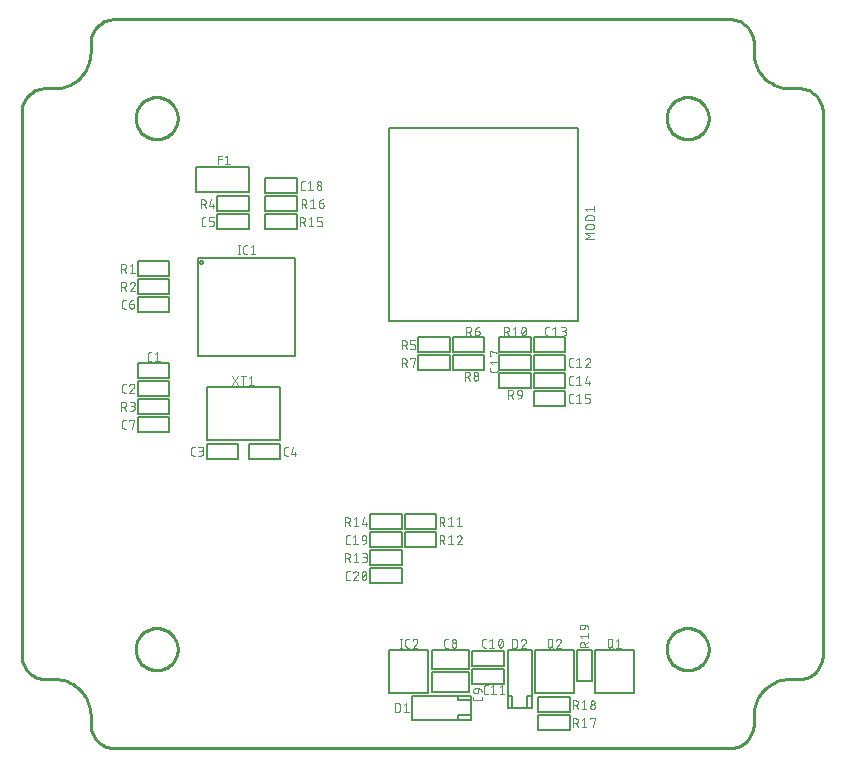
<source format=gbr>
G04 EAGLE Gerber RS-274X export*
G75*
%MOMM*%
%FSLAX34Y34*%
%LPD*%
%INSilkscreen Top*%
%IPPOS*%
%AMOC8*
5,1,8,0,0,1.08239X$1,22.5*%
G01*
%ADD10C,0.127000*%
%ADD11C,0.076200*%
%ADD12C,0.254000*%


D10*
X98425Y326390D02*
X125095Y326390D01*
X125095Y313690D01*
X98425Y313690D01*
X98425Y326390D01*
D11*
X108291Y327787D02*
X109928Y327787D01*
X108291Y327787D02*
X108213Y327789D01*
X108135Y327794D01*
X108058Y327804D01*
X107981Y327817D01*
X107905Y327833D01*
X107830Y327853D01*
X107756Y327877D01*
X107683Y327904D01*
X107611Y327935D01*
X107541Y327969D01*
X107473Y328006D01*
X107406Y328047D01*
X107341Y328091D01*
X107279Y328137D01*
X107219Y328187D01*
X107161Y328239D01*
X107106Y328294D01*
X107054Y328352D01*
X107004Y328412D01*
X106958Y328474D01*
X106914Y328539D01*
X106873Y328606D01*
X106836Y328674D01*
X106802Y328744D01*
X106771Y328816D01*
X106744Y328889D01*
X106720Y328963D01*
X106700Y329038D01*
X106684Y329114D01*
X106671Y329191D01*
X106661Y329268D01*
X106656Y329346D01*
X106654Y329424D01*
X106654Y333516D01*
X106656Y333596D01*
X106662Y333676D01*
X106672Y333756D01*
X106685Y333835D01*
X106703Y333914D01*
X106724Y333991D01*
X106750Y334067D01*
X106779Y334142D01*
X106811Y334216D01*
X106847Y334288D01*
X106887Y334358D01*
X106930Y334425D01*
X106976Y334491D01*
X107026Y334554D01*
X107078Y334615D01*
X107133Y334674D01*
X107192Y334729D01*
X107252Y334781D01*
X107316Y334831D01*
X107382Y334877D01*
X107449Y334920D01*
X107519Y334960D01*
X107591Y334996D01*
X107665Y335028D01*
X107739Y335057D01*
X107816Y335083D01*
X107893Y335104D01*
X107972Y335122D01*
X108051Y335135D01*
X108131Y335145D01*
X108211Y335151D01*
X108291Y335153D01*
X109928Y335153D01*
X112773Y333516D02*
X114820Y335153D01*
X114820Y327787D01*
X116866Y327787D02*
X112773Y327787D01*
D10*
X433705Y332740D02*
X460375Y332740D01*
X460375Y320040D01*
X433705Y320040D01*
X433705Y332740D01*
D11*
X465314Y322707D02*
X466951Y322707D01*
X465314Y322707D02*
X465236Y322709D01*
X465158Y322714D01*
X465081Y322724D01*
X465004Y322737D01*
X464928Y322753D01*
X464853Y322773D01*
X464779Y322797D01*
X464706Y322824D01*
X464634Y322855D01*
X464564Y322889D01*
X464496Y322926D01*
X464429Y322967D01*
X464364Y323011D01*
X464302Y323057D01*
X464242Y323107D01*
X464184Y323159D01*
X464129Y323214D01*
X464077Y323272D01*
X464027Y323332D01*
X463981Y323394D01*
X463937Y323459D01*
X463896Y323526D01*
X463859Y323594D01*
X463825Y323664D01*
X463794Y323736D01*
X463767Y323809D01*
X463743Y323883D01*
X463723Y323958D01*
X463707Y324034D01*
X463694Y324111D01*
X463684Y324188D01*
X463679Y324266D01*
X463677Y324344D01*
X463677Y328436D01*
X463679Y328516D01*
X463685Y328596D01*
X463695Y328676D01*
X463708Y328755D01*
X463726Y328834D01*
X463747Y328911D01*
X463773Y328987D01*
X463802Y329062D01*
X463834Y329136D01*
X463870Y329208D01*
X463910Y329278D01*
X463953Y329345D01*
X463999Y329411D01*
X464049Y329474D01*
X464101Y329535D01*
X464156Y329594D01*
X464215Y329649D01*
X464275Y329701D01*
X464339Y329751D01*
X464405Y329797D01*
X464472Y329840D01*
X464542Y329880D01*
X464614Y329916D01*
X464688Y329948D01*
X464762Y329977D01*
X464839Y330003D01*
X464916Y330024D01*
X464995Y330042D01*
X465074Y330055D01*
X465154Y330065D01*
X465234Y330071D01*
X465314Y330073D01*
X466951Y330073D01*
X469796Y328436D02*
X471842Y330073D01*
X471842Y322707D01*
X469796Y322707D02*
X473888Y322707D01*
X481204Y328232D02*
X481202Y328317D01*
X481196Y328402D01*
X481186Y328486D01*
X481173Y328570D01*
X481155Y328654D01*
X481134Y328736D01*
X481109Y328817D01*
X481080Y328897D01*
X481047Y328976D01*
X481011Y329053D01*
X480971Y329128D01*
X480928Y329202D01*
X480882Y329273D01*
X480832Y329342D01*
X480779Y329409D01*
X480723Y329473D01*
X480664Y329534D01*
X480603Y329593D01*
X480539Y329649D01*
X480472Y329702D01*
X480403Y329752D01*
X480332Y329798D01*
X480258Y329841D01*
X480183Y329881D01*
X480106Y329917D01*
X480027Y329950D01*
X479947Y329979D01*
X479866Y330004D01*
X479784Y330025D01*
X479700Y330043D01*
X479616Y330056D01*
X479532Y330066D01*
X479447Y330072D01*
X479362Y330074D01*
X479362Y330073D02*
X479266Y330071D01*
X479170Y330065D01*
X479075Y330055D01*
X478980Y330042D01*
X478885Y330024D01*
X478792Y330003D01*
X478699Y329978D01*
X478608Y329949D01*
X478517Y329917D01*
X478428Y329881D01*
X478341Y329841D01*
X478255Y329798D01*
X478171Y329752D01*
X478089Y329702D01*
X478009Y329648D01*
X477932Y329592D01*
X477857Y329532D01*
X477784Y329470D01*
X477714Y329404D01*
X477646Y329336D01*
X477581Y329265D01*
X477520Y329192D01*
X477461Y329116D01*
X477405Y329037D01*
X477353Y328957D01*
X477304Y328874D01*
X477258Y328790D01*
X477216Y328704D01*
X477178Y328616D01*
X477143Y328527D01*
X477111Y328436D01*
X480589Y326800D02*
X480649Y326859D01*
X480706Y326921D01*
X480761Y326985D01*
X480812Y327052D01*
X480861Y327121D01*
X480907Y327191D01*
X480950Y327264D01*
X480990Y327338D01*
X481026Y327414D01*
X481059Y327492D01*
X481089Y327571D01*
X481116Y327651D01*
X481139Y327732D01*
X481158Y327814D01*
X481174Y327896D01*
X481187Y327980D01*
X481196Y328064D01*
X481201Y328148D01*
X481203Y328232D01*
X480589Y326799D02*
X477111Y322707D01*
X481203Y322707D01*
D10*
X431165Y332740D02*
X404495Y332740D01*
X431165Y332740D02*
X431165Y320040D01*
X404495Y320040D01*
X404495Y332740D01*
D11*
X403733Y322171D02*
X403733Y320534D01*
X403731Y320456D01*
X403726Y320378D01*
X403716Y320301D01*
X403703Y320224D01*
X403687Y320148D01*
X403667Y320073D01*
X403643Y319999D01*
X403616Y319926D01*
X403585Y319854D01*
X403551Y319784D01*
X403514Y319716D01*
X403473Y319649D01*
X403429Y319584D01*
X403383Y319522D01*
X403333Y319462D01*
X403281Y319404D01*
X403226Y319349D01*
X403168Y319297D01*
X403108Y319247D01*
X403046Y319201D01*
X402981Y319157D01*
X402915Y319116D01*
X402846Y319079D01*
X402776Y319045D01*
X402704Y319014D01*
X402631Y318987D01*
X402557Y318963D01*
X402482Y318943D01*
X402406Y318927D01*
X402329Y318914D01*
X402252Y318904D01*
X402174Y318899D01*
X402096Y318897D01*
X398004Y318897D01*
X397924Y318899D01*
X397844Y318905D01*
X397764Y318915D01*
X397685Y318928D01*
X397606Y318946D01*
X397529Y318967D01*
X397453Y318993D01*
X397378Y319022D01*
X397304Y319054D01*
X397232Y319090D01*
X397162Y319130D01*
X397095Y319173D01*
X397029Y319219D01*
X396966Y319269D01*
X396905Y319321D01*
X396846Y319376D01*
X396791Y319435D01*
X396739Y319495D01*
X396689Y319559D01*
X396643Y319624D01*
X396600Y319692D01*
X396560Y319762D01*
X396524Y319834D01*
X396492Y319908D01*
X396463Y319982D01*
X396438Y320059D01*
X396416Y320136D01*
X396398Y320215D01*
X396385Y320294D01*
X396375Y320373D01*
X396369Y320454D01*
X396367Y320534D01*
X396367Y322171D01*
X398004Y325016D02*
X396367Y327062D01*
X403733Y327062D01*
X403733Y325016D02*
X403733Y329108D01*
X397185Y332331D02*
X396367Y332331D01*
X396367Y336423D01*
X403733Y334377D01*
D10*
X233045Y469900D02*
X206375Y469900D01*
X206375Y482600D01*
X233045Y482600D01*
X233045Y469900D01*
D11*
X237984Y472567D02*
X239621Y472567D01*
X237984Y472567D02*
X237906Y472569D01*
X237828Y472574D01*
X237751Y472584D01*
X237674Y472597D01*
X237598Y472613D01*
X237523Y472633D01*
X237449Y472657D01*
X237376Y472684D01*
X237304Y472715D01*
X237234Y472749D01*
X237166Y472786D01*
X237099Y472827D01*
X237034Y472871D01*
X236972Y472917D01*
X236912Y472967D01*
X236854Y473019D01*
X236799Y473074D01*
X236747Y473132D01*
X236697Y473192D01*
X236651Y473254D01*
X236607Y473319D01*
X236566Y473386D01*
X236529Y473454D01*
X236495Y473524D01*
X236464Y473596D01*
X236437Y473669D01*
X236413Y473743D01*
X236393Y473818D01*
X236377Y473894D01*
X236364Y473971D01*
X236354Y474048D01*
X236349Y474126D01*
X236347Y474204D01*
X236347Y478296D01*
X236349Y478376D01*
X236355Y478456D01*
X236365Y478536D01*
X236378Y478615D01*
X236396Y478694D01*
X236417Y478771D01*
X236443Y478847D01*
X236472Y478922D01*
X236504Y478996D01*
X236540Y479068D01*
X236580Y479138D01*
X236623Y479205D01*
X236669Y479271D01*
X236719Y479334D01*
X236771Y479395D01*
X236826Y479454D01*
X236885Y479509D01*
X236945Y479561D01*
X237009Y479611D01*
X237075Y479657D01*
X237142Y479700D01*
X237212Y479740D01*
X237284Y479776D01*
X237358Y479808D01*
X237432Y479837D01*
X237509Y479863D01*
X237586Y479884D01*
X237665Y479902D01*
X237744Y479915D01*
X237824Y479925D01*
X237904Y479931D01*
X237984Y479933D01*
X239621Y479933D01*
X242466Y478296D02*
X244512Y479933D01*
X244512Y472567D01*
X242466Y472567D02*
X246558Y472567D01*
X249781Y474613D02*
X249783Y474702D01*
X249789Y474791D01*
X249799Y474880D01*
X249812Y474968D01*
X249829Y475056D01*
X249851Y475143D01*
X249876Y475228D01*
X249904Y475313D01*
X249937Y475396D01*
X249973Y475478D01*
X250012Y475558D01*
X250055Y475636D01*
X250101Y475712D01*
X250151Y475787D01*
X250204Y475859D01*
X250260Y475928D01*
X250319Y475995D01*
X250380Y476060D01*
X250445Y476121D01*
X250512Y476180D01*
X250581Y476236D01*
X250653Y476289D01*
X250728Y476339D01*
X250804Y476385D01*
X250882Y476428D01*
X250962Y476467D01*
X251044Y476503D01*
X251127Y476536D01*
X251212Y476564D01*
X251297Y476589D01*
X251384Y476611D01*
X251472Y476628D01*
X251560Y476641D01*
X251649Y476651D01*
X251738Y476657D01*
X251827Y476659D01*
X251916Y476657D01*
X252005Y476651D01*
X252094Y476641D01*
X252182Y476628D01*
X252270Y476611D01*
X252357Y476589D01*
X252442Y476564D01*
X252527Y476536D01*
X252610Y476503D01*
X252692Y476467D01*
X252772Y476428D01*
X252850Y476385D01*
X252926Y476339D01*
X253001Y476289D01*
X253073Y476236D01*
X253142Y476180D01*
X253209Y476121D01*
X253274Y476060D01*
X253335Y475995D01*
X253394Y475928D01*
X253450Y475859D01*
X253503Y475787D01*
X253553Y475712D01*
X253599Y475636D01*
X253642Y475558D01*
X253681Y475478D01*
X253717Y475396D01*
X253750Y475313D01*
X253778Y475228D01*
X253803Y475143D01*
X253825Y475056D01*
X253842Y474968D01*
X253855Y474880D01*
X253865Y474791D01*
X253871Y474702D01*
X253873Y474613D01*
X253871Y474524D01*
X253865Y474435D01*
X253855Y474346D01*
X253842Y474258D01*
X253825Y474170D01*
X253803Y474083D01*
X253778Y473998D01*
X253750Y473913D01*
X253717Y473830D01*
X253681Y473748D01*
X253642Y473668D01*
X253599Y473590D01*
X253553Y473514D01*
X253503Y473439D01*
X253450Y473367D01*
X253394Y473298D01*
X253335Y473231D01*
X253274Y473166D01*
X253209Y473105D01*
X253142Y473046D01*
X253073Y472990D01*
X253001Y472937D01*
X252926Y472887D01*
X252850Y472841D01*
X252772Y472798D01*
X252692Y472759D01*
X252610Y472723D01*
X252527Y472690D01*
X252442Y472662D01*
X252357Y472637D01*
X252270Y472615D01*
X252182Y472598D01*
X252094Y472585D01*
X252005Y472575D01*
X251916Y472569D01*
X251827Y472567D01*
X251738Y472569D01*
X251649Y472575D01*
X251560Y472585D01*
X251472Y472598D01*
X251384Y472615D01*
X251297Y472637D01*
X251212Y472662D01*
X251127Y472690D01*
X251044Y472723D01*
X250962Y472759D01*
X250882Y472798D01*
X250804Y472841D01*
X250728Y472887D01*
X250653Y472937D01*
X250581Y472990D01*
X250512Y473046D01*
X250445Y473105D01*
X250380Y473166D01*
X250319Y473231D01*
X250260Y473298D01*
X250204Y473367D01*
X250151Y473439D01*
X250101Y473514D01*
X250055Y473590D01*
X250012Y473668D01*
X249973Y473748D01*
X249937Y473830D01*
X249904Y473913D01*
X249876Y473998D01*
X249851Y474083D01*
X249829Y474170D01*
X249812Y474258D01*
X249799Y474346D01*
X249789Y474435D01*
X249783Y474524D01*
X249781Y474613D01*
X250190Y478296D02*
X250192Y478375D01*
X250198Y478454D01*
X250207Y478533D01*
X250220Y478611D01*
X250238Y478688D01*
X250258Y478764D01*
X250283Y478839D01*
X250311Y478913D01*
X250342Y478986D01*
X250378Y479057D01*
X250416Y479126D01*
X250458Y479193D01*
X250503Y479258D01*
X250551Y479321D01*
X250602Y479382D01*
X250656Y479439D01*
X250712Y479495D01*
X250771Y479547D01*
X250833Y479597D01*
X250897Y479643D01*
X250963Y479687D01*
X251031Y479727D01*
X251101Y479763D01*
X251173Y479797D01*
X251247Y479827D01*
X251321Y479853D01*
X251397Y479876D01*
X251474Y479894D01*
X251551Y479910D01*
X251630Y479921D01*
X251708Y479929D01*
X251787Y479933D01*
X251867Y479933D01*
X251946Y479929D01*
X252024Y479921D01*
X252103Y479910D01*
X252180Y479894D01*
X252257Y479876D01*
X252333Y479853D01*
X252407Y479827D01*
X252481Y479797D01*
X252553Y479763D01*
X252623Y479727D01*
X252691Y479687D01*
X252757Y479643D01*
X252821Y479597D01*
X252883Y479547D01*
X252942Y479495D01*
X252998Y479439D01*
X253052Y479382D01*
X253103Y479321D01*
X253151Y479258D01*
X253196Y479193D01*
X253238Y479126D01*
X253276Y479057D01*
X253312Y478986D01*
X253343Y478913D01*
X253371Y478839D01*
X253396Y478764D01*
X253416Y478688D01*
X253434Y478611D01*
X253447Y478533D01*
X253456Y478454D01*
X253462Y478375D01*
X253464Y478296D01*
X253462Y478217D01*
X253456Y478138D01*
X253447Y478059D01*
X253434Y477981D01*
X253416Y477904D01*
X253396Y477828D01*
X253371Y477753D01*
X253343Y477679D01*
X253312Y477606D01*
X253276Y477535D01*
X253238Y477466D01*
X253196Y477399D01*
X253151Y477334D01*
X253103Y477271D01*
X253052Y477210D01*
X252998Y477153D01*
X252942Y477097D01*
X252883Y477045D01*
X252821Y476995D01*
X252757Y476949D01*
X252691Y476905D01*
X252623Y476865D01*
X252553Y476829D01*
X252481Y476795D01*
X252407Y476765D01*
X252333Y476739D01*
X252257Y476716D01*
X252180Y476698D01*
X252103Y476682D01*
X252024Y476671D01*
X251946Y476663D01*
X251867Y476659D01*
X251787Y476659D01*
X251708Y476663D01*
X251630Y476671D01*
X251551Y476682D01*
X251474Y476698D01*
X251397Y476716D01*
X251321Y476739D01*
X251247Y476765D01*
X251173Y476795D01*
X251101Y476829D01*
X251031Y476865D01*
X250963Y476905D01*
X250897Y476949D01*
X250833Y476995D01*
X250771Y477045D01*
X250712Y477097D01*
X250656Y477153D01*
X250602Y477210D01*
X250551Y477271D01*
X250503Y477334D01*
X250458Y477399D01*
X250416Y477466D01*
X250378Y477535D01*
X250342Y477606D01*
X250311Y477679D01*
X250283Y477753D01*
X250258Y477828D01*
X250238Y477904D01*
X250220Y477981D01*
X250207Y478059D01*
X250198Y478138D01*
X250192Y478217D01*
X250190Y478296D01*
D10*
X347345Y66675D02*
X379095Y66675D01*
X347345Y66675D02*
X347345Y83185D01*
X379095Y83185D01*
X379095Y66675D01*
D11*
X361238Y84987D02*
X359601Y84987D01*
X359523Y84989D01*
X359445Y84994D01*
X359368Y85004D01*
X359291Y85017D01*
X359215Y85033D01*
X359140Y85053D01*
X359066Y85077D01*
X358993Y85104D01*
X358921Y85135D01*
X358851Y85169D01*
X358783Y85206D01*
X358716Y85247D01*
X358651Y85291D01*
X358589Y85337D01*
X358529Y85387D01*
X358471Y85439D01*
X358416Y85494D01*
X358364Y85552D01*
X358314Y85612D01*
X358268Y85674D01*
X358224Y85739D01*
X358183Y85806D01*
X358146Y85874D01*
X358112Y85944D01*
X358081Y86016D01*
X358054Y86089D01*
X358030Y86163D01*
X358010Y86238D01*
X357994Y86314D01*
X357981Y86391D01*
X357971Y86468D01*
X357966Y86546D01*
X357964Y86624D01*
X357964Y90716D01*
X357966Y90796D01*
X357972Y90876D01*
X357982Y90956D01*
X357995Y91035D01*
X358013Y91114D01*
X358034Y91191D01*
X358060Y91267D01*
X358089Y91342D01*
X358121Y91416D01*
X358157Y91488D01*
X358197Y91558D01*
X358240Y91625D01*
X358286Y91691D01*
X358336Y91754D01*
X358388Y91815D01*
X358443Y91874D01*
X358502Y91929D01*
X358562Y91981D01*
X358626Y92031D01*
X358692Y92077D01*
X358759Y92120D01*
X358829Y92160D01*
X358901Y92196D01*
X358975Y92228D01*
X359049Y92257D01*
X359126Y92283D01*
X359203Y92304D01*
X359282Y92322D01*
X359361Y92335D01*
X359441Y92345D01*
X359521Y92351D01*
X359601Y92353D01*
X361238Y92353D01*
X364084Y87033D02*
X364086Y87122D01*
X364092Y87211D01*
X364102Y87300D01*
X364115Y87388D01*
X364132Y87476D01*
X364154Y87563D01*
X364179Y87648D01*
X364207Y87733D01*
X364240Y87816D01*
X364276Y87898D01*
X364315Y87978D01*
X364358Y88056D01*
X364404Y88132D01*
X364454Y88207D01*
X364507Y88279D01*
X364563Y88348D01*
X364622Y88415D01*
X364683Y88480D01*
X364748Y88541D01*
X364815Y88600D01*
X364884Y88656D01*
X364956Y88709D01*
X365031Y88759D01*
X365107Y88805D01*
X365185Y88848D01*
X365265Y88887D01*
X365347Y88923D01*
X365430Y88956D01*
X365515Y88984D01*
X365600Y89009D01*
X365687Y89031D01*
X365775Y89048D01*
X365863Y89061D01*
X365952Y89071D01*
X366041Y89077D01*
X366130Y89079D01*
X366219Y89077D01*
X366308Y89071D01*
X366397Y89061D01*
X366485Y89048D01*
X366573Y89031D01*
X366660Y89009D01*
X366745Y88984D01*
X366830Y88956D01*
X366913Y88923D01*
X366995Y88887D01*
X367075Y88848D01*
X367153Y88805D01*
X367229Y88759D01*
X367304Y88709D01*
X367376Y88656D01*
X367445Y88600D01*
X367512Y88541D01*
X367577Y88480D01*
X367638Y88415D01*
X367697Y88348D01*
X367753Y88279D01*
X367806Y88207D01*
X367856Y88132D01*
X367902Y88056D01*
X367945Y87978D01*
X367984Y87898D01*
X368020Y87816D01*
X368053Y87733D01*
X368081Y87648D01*
X368106Y87563D01*
X368128Y87476D01*
X368145Y87388D01*
X368158Y87300D01*
X368168Y87211D01*
X368174Y87122D01*
X368176Y87033D01*
X368174Y86944D01*
X368168Y86855D01*
X368158Y86766D01*
X368145Y86678D01*
X368128Y86590D01*
X368106Y86503D01*
X368081Y86418D01*
X368053Y86333D01*
X368020Y86250D01*
X367984Y86168D01*
X367945Y86088D01*
X367902Y86010D01*
X367856Y85934D01*
X367806Y85859D01*
X367753Y85787D01*
X367697Y85718D01*
X367638Y85651D01*
X367577Y85586D01*
X367512Y85525D01*
X367445Y85466D01*
X367376Y85410D01*
X367304Y85357D01*
X367229Y85307D01*
X367153Y85261D01*
X367075Y85218D01*
X366995Y85179D01*
X366913Y85143D01*
X366830Y85110D01*
X366745Y85082D01*
X366660Y85057D01*
X366573Y85035D01*
X366485Y85018D01*
X366397Y85005D01*
X366308Y84995D01*
X366219Y84989D01*
X366130Y84987D01*
X366041Y84989D01*
X365952Y84995D01*
X365863Y85005D01*
X365775Y85018D01*
X365687Y85035D01*
X365600Y85057D01*
X365515Y85082D01*
X365430Y85110D01*
X365347Y85143D01*
X365265Y85179D01*
X365185Y85218D01*
X365107Y85261D01*
X365031Y85307D01*
X364956Y85357D01*
X364884Y85410D01*
X364815Y85466D01*
X364748Y85525D01*
X364683Y85586D01*
X364622Y85651D01*
X364563Y85718D01*
X364507Y85787D01*
X364454Y85859D01*
X364404Y85934D01*
X364358Y86010D01*
X364315Y86088D01*
X364276Y86168D01*
X364240Y86250D01*
X364207Y86333D01*
X364179Y86418D01*
X364154Y86503D01*
X364132Y86590D01*
X364115Y86678D01*
X364102Y86766D01*
X364092Y86855D01*
X364086Y86944D01*
X364084Y87033D01*
X364493Y90716D02*
X364495Y90795D01*
X364501Y90874D01*
X364510Y90953D01*
X364523Y91031D01*
X364541Y91108D01*
X364561Y91184D01*
X364586Y91259D01*
X364614Y91333D01*
X364645Y91406D01*
X364681Y91477D01*
X364719Y91546D01*
X364761Y91613D01*
X364806Y91678D01*
X364854Y91741D01*
X364905Y91802D01*
X364959Y91859D01*
X365015Y91915D01*
X365074Y91967D01*
X365136Y92017D01*
X365200Y92063D01*
X365266Y92107D01*
X365334Y92147D01*
X365404Y92183D01*
X365476Y92217D01*
X365550Y92247D01*
X365624Y92273D01*
X365700Y92296D01*
X365777Y92314D01*
X365854Y92330D01*
X365933Y92341D01*
X366011Y92349D01*
X366090Y92353D01*
X366170Y92353D01*
X366249Y92349D01*
X366327Y92341D01*
X366406Y92330D01*
X366483Y92314D01*
X366560Y92296D01*
X366636Y92273D01*
X366710Y92247D01*
X366784Y92217D01*
X366856Y92183D01*
X366926Y92147D01*
X366994Y92107D01*
X367060Y92063D01*
X367124Y92017D01*
X367186Y91967D01*
X367245Y91915D01*
X367301Y91859D01*
X367355Y91802D01*
X367406Y91741D01*
X367454Y91678D01*
X367499Y91613D01*
X367541Y91546D01*
X367579Y91477D01*
X367615Y91406D01*
X367646Y91333D01*
X367674Y91259D01*
X367699Y91184D01*
X367719Y91108D01*
X367737Y91031D01*
X367750Y90953D01*
X367759Y90874D01*
X367765Y90795D01*
X367767Y90716D01*
X367765Y90637D01*
X367759Y90558D01*
X367750Y90479D01*
X367737Y90401D01*
X367719Y90324D01*
X367699Y90248D01*
X367674Y90173D01*
X367646Y90099D01*
X367615Y90026D01*
X367579Y89955D01*
X367541Y89886D01*
X367499Y89819D01*
X367454Y89754D01*
X367406Y89691D01*
X367355Y89630D01*
X367301Y89573D01*
X367245Y89517D01*
X367186Y89465D01*
X367124Y89415D01*
X367060Y89369D01*
X366994Y89325D01*
X366926Y89285D01*
X366856Y89249D01*
X366784Y89215D01*
X366710Y89185D01*
X366636Y89159D01*
X366560Y89136D01*
X366483Y89118D01*
X366406Y89102D01*
X366327Y89091D01*
X366249Y89083D01*
X366170Y89079D01*
X366090Y89079D01*
X366011Y89083D01*
X365933Y89091D01*
X365854Y89102D01*
X365777Y89118D01*
X365700Y89136D01*
X365624Y89159D01*
X365550Y89185D01*
X365476Y89215D01*
X365404Y89249D01*
X365334Y89285D01*
X365266Y89325D01*
X365200Y89369D01*
X365136Y89415D01*
X365074Y89465D01*
X365015Y89517D01*
X364959Y89573D01*
X364905Y89630D01*
X364854Y89691D01*
X364806Y89754D01*
X364761Y89819D01*
X364719Y89886D01*
X364681Y89955D01*
X364645Y90026D01*
X364614Y90099D01*
X364586Y90173D01*
X364561Y90248D01*
X364541Y90324D01*
X364523Y90401D01*
X364510Y90479D01*
X364501Y90558D01*
X364495Y90637D01*
X364493Y90716D01*
D10*
X379095Y47625D02*
X347345Y47625D01*
X347345Y64135D01*
X379095Y64135D01*
X379095Y47625D01*
D11*
X389613Y43658D02*
X389613Y42021D01*
X389611Y41943D01*
X389606Y41865D01*
X389596Y41788D01*
X389583Y41711D01*
X389567Y41635D01*
X389547Y41560D01*
X389523Y41486D01*
X389496Y41413D01*
X389465Y41341D01*
X389431Y41271D01*
X389394Y41203D01*
X389353Y41136D01*
X389309Y41071D01*
X389263Y41009D01*
X389213Y40949D01*
X389161Y40891D01*
X389106Y40836D01*
X389048Y40784D01*
X388988Y40734D01*
X388926Y40688D01*
X388861Y40644D01*
X388795Y40603D01*
X388726Y40566D01*
X388656Y40532D01*
X388584Y40501D01*
X388511Y40474D01*
X388437Y40450D01*
X388362Y40430D01*
X388286Y40414D01*
X388209Y40401D01*
X388132Y40391D01*
X388054Y40386D01*
X387976Y40384D01*
X383884Y40384D01*
X383804Y40386D01*
X383724Y40392D01*
X383644Y40402D01*
X383565Y40415D01*
X383486Y40433D01*
X383409Y40454D01*
X383333Y40480D01*
X383258Y40509D01*
X383184Y40541D01*
X383112Y40577D01*
X383042Y40617D01*
X382975Y40660D01*
X382909Y40706D01*
X382846Y40756D01*
X382785Y40808D01*
X382726Y40863D01*
X382671Y40922D01*
X382619Y40982D01*
X382569Y41046D01*
X382523Y41111D01*
X382480Y41179D01*
X382440Y41249D01*
X382404Y41321D01*
X382372Y41395D01*
X382343Y41469D01*
X382318Y41546D01*
X382296Y41623D01*
X382278Y41702D01*
X382265Y41781D01*
X382255Y41860D01*
X382249Y41941D01*
X382247Y42021D01*
X382247Y43658D01*
X386339Y48140D02*
X386339Y50596D01*
X386339Y48140D02*
X386337Y48062D01*
X386332Y47984D01*
X386322Y47907D01*
X386309Y47830D01*
X386293Y47754D01*
X386273Y47679D01*
X386249Y47605D01*
X386222Y47532D01*
X386191Y47460D01*
X386157Y47390D01*
X386120Y47322D01*
X386079Y47255D01*
X386035Y47190D01*
X385989Y47128D01*
X385939Y47068D01*
X385887Y47010D01*
X385832Y46955D01*
X385774Y46903D01*
X385714Y46853D01*
X385652Y46807D01*
X385587Y46763D01*
X385521Y46722D01*
X385452Y46685D01*
X385382Y46651D01*
X385310Y46620D01*
X385237Y46593D01*
X385163Y46569D01*
X385088Y46549D01*
X385012Y46533D01*
X384935Y46520D01*
X384858Y46510D01*
X384780Y46505D01*
X384702Y46503D01*
X384293Y46503D01*
X384293Y46504D02*
X384204Y46506D01*
X384115Y46512D01*
X384026Y46522D01*
X383938Y46535D01*
X383850Y46552D01*
X383763Y46574D01*
X383678Y46599D01*
X383593Y46627D01*
X383510Y46660D01*
X383428Y46696D01*
X383348Y46735D01*
X383270Y46778D01*
X383194Y46824D01*
X383119Y46874D01*
X383047Y46927D01*
X382978Y46983D01*
X382911Y47042D01*
X382846Y47103D01*
X382785Y47168D01*
X382726Y47235D01*
X382670Y47304D01*
X382617Y47376D01*
X382567Y47451D01*
X382521Y47527D01*
X382478Y47605D01*
X382439Y47685D01*
X382403Y47767D01*
X382370Y47850D01*
X382342Y47935D01*
X382317Y48020D01*
X382295Y48107D01*
X382278Y48195D01*
X382265Y48283D01*
X382255Y48372D01*
X382249Y48461D01*
X382247Y48550D01*
X382249Y48639D01*
X382255Y48728D01*
X382265Y48817D01*
X382278Y48905D01*
X382295Y48993D01*
X382317Y49080D01*
X382342Y49165D01*
X382370Y49250D01*
X382403Y49333D01*
X382439Y49415D01*
X382478Y49495D01*
X382521Y49573D01*
X382567Y49649D01*
X382617Y49724D01*
X382670Y49796D01*
X382726Y49865D01*
X382785Y49932D01*
X382846Y49997D01*
X382911Y50058D01*
X382978Y50117D01*
X383047Y50173D01*
X383119Y50226D01*
X383194Y50276D01*
X383270Y50322D01*
X383348Y50365D01*
X383428Y50404D01*
X383510Y50440D01*
X383593Y50473D01*
X383678Y50501D01*
X383763Y50526D01*
X383850Y50548D01*
X383938Y50565D01*
X384026Y50578D01*
X384115Y50588D01*
X384204Y50594D01*
X384293Y50596D01*
X386339Y50596D01*
X386451Y50594D01*
X386562Y50588D01*
X386674Y50579D01*
X386785Y50566D01*
X386895Y50548D01*
X387005Y50528D01*
X387114Y50503D01*
X387222Y50475D01*
X387329Y50443D01*
X387435Y50407D01*
X387540Y50368D01*
X387643Y50325D01*
X387745Y50279D01*
X387845Y50229D01*
X387944Y50176D01*
X388040Y50119D01*
X388135Y50060D01*
X388227Y49997D01*
X388317Y49931D01*
X388405Y49862D01*
X388491Y49790D01*
X388574Y49715D01*
X388654Y49637D01*
X388732Y49557D01*
X388807Y49474D01*
X388879Y49388D01*
X388948Y49300D01*
X389014Y49210D01*
X389077Y49118D01*
X389136Y49023D01*
X389193Y48927D01*
X389246Y48828D01*
X389296Y48728D01*
X389342Y48626D01*
X389385Y48523D01*
X389424Y48418D01*
X389460Y48312D01*
X389492Y48205D01*
X389520Y48097D01*
X389545Y47988D01*
X389565Y47878D01*
X389583Y47768D01*
X389596Y47657D01*
X389605Y47545D01*
X389611Y47434D01*
X389613Y47322D01*
D10*
X381635Y82550D02*
X408305Y82550D01*
X408305Y69850D01*
X381635Y69850D01*
X381635Y82550D01*
D11*
X391654Y85217D02*
X393291Y85217D01*
X391654Y85217D02*
X391576Y85219D01*
X391498Y85224D01*
X391421Y85234D01*
X391344Y85247D01*
X391268Y85263D01*
X391193Y85283D01*
X391119Y85307D01*
X391046Y85334D01*
X390974Y85365D01*
X390904Y85399D01*
X390836Y85436D01*
X390769Y85477D01*
X390704Y85521D01*
X390642Y85567D01*
X390582Y85617D01*
X390524Y85669D01*
X390469Y85724D01*
X390417Y85782D01*
X390367Y85842D01*
X390321Y85904D01*
X390277Y85969D01*
X390236Y86036D01*
X390199Y86104D01*
X390165Y86174D01*
X390134Y86246D01*
X390107Y86319D01*
X390083Y86393D01*
X390063Y86468D01*
X390047Y86544D01*
X390034Y86621D01*
X390024Y86698D01*
X390019Y86776D01*
X390017Y86854D01*
X390017Y90946D01*
X390019Y91026D01*
X390025Y91106D01*
X390035Y91186D01*
X390048Y91265D01*
X390066Y91344D01*
X390087Y91421D01*
X390113Y91497D01*
X390142Y91572D01*
X390174Y91646D01*
X390210Y91718D01*
X390250Y91788D01*
X390293Y91855D01*
X390339Y91921D01*
X390389Y91984D01*
X390441Y92045D01*
X390496Y92104D01*
X390555Y92159D01*
X390615Y92211D01*
X390679Y92261D01*
X390745Y92307D01*
X390812Y92350D01*
X390882Y92390D01*
X390954Y92426D01*
X391028Y92458D01*
X391102Y92487D01*
X391179Y92513D01*
X391256Y92534D01*
X391335Y92552D01*
X391414Y92565D01*
X391494Y92575D01*
X391574Y92581D01*
X391654Y92583D01*
X393291Y92583D01*
X396136Y90946D02*
X398182Y92583D01*
X398182Y85217D01*
X396136Y85217D02*
X400228Y85217D01*
X403451Y88900D02*
X403453Y89053D01*
X403459Y89206D01*
X403468Y89358D01*
X403482Y89511D01*
X403499Y89663D01*
X403520Y89814D01*
X403545Y89965D01*
X403574Y90115D01*
X403606Y90265D01*
X403643Y90413D01*
X403683Y90561D01*
X403726Y90708D01*
X403774Y90853D01*
X403825Y90997D01*
X403879Y91140D01*
X403938Y91282D01*
X403999Y91421D01*
X404065Y91560D01*
X404091Y91630D01*
X404121Y91700D01*
X404154Y91767D01*
X404190Y91833D01*
X404229Y91897D01*
X404272Y91959D01*
X404318Y92018D01*
X404366Y92076D01*
X404417Y92130D01*
X404471Y92183D01*
X404528Y92232D01*
X404587Y92279D01*
X404648Y92322D01*
X404711Y92363D01*
X404776Y92400D01*
X404843Y92435D01*
X404912Y92465D01*
X404982Y92493D01*
X405053Y92516D01*
X405125Y92537D01*
X405198Y92553D01*
X405272Y92566D01*
X405347Y92576D01*
X405422Y92581D01*
X405497Y92583D01*
X405572Y92581D01*
X405647Y92576D01*
X405722Y92566D01*
X405796Y92553D01*
X405869Y92537D01*
X405941Y92516D01*
X406012Y92493D01*
X406082Y92465D01*
X406151Y92435D01*
X406218Y92400D01*
X406283Y92363D01*
X406346Y92322D01*
X406407Y92279D01*
X406466Y92232D01*
X406523Y92183D01*
X406577Y92130D01*
X406628Y92076D01*
X406677Y92018D01*
X406722Y91959D01*
X406765Y91897D01*
X406804Y91833D01*
X406841Y91767D01*
X406873Y91699D01*
X406903Y91630D01*
X406929Y91560D01*
X406994Y91422D01*
X407056Y91282D01*
X407114Y91140D01*
X407169Y90997D01*
X407220Y90853D01*
X407268Y90708D01*
X407311Y90561D01*
X407351Y90414D01*
X407388Y90265D01*
X407420Y90115D01*
X407449Y89965D01*
X407474Y89814D01*
X407495Y89663D01*
X407512Y89511D01*
X407526Y89358D01*
X407535Y89206D01*
X407541Y89053D01*
X407543Y88900D01*
X403451Y88900D02*
X403453Y88747D01*
X403459Y88594D01*
X403468Y88441D01*
X403482Y88289D01*
X403499Y88137D01*
X403520Y87986D01*
X403545Y87835D01*
X403574Y87684D01*
X403606Y87535D01*
X403643Y87386D01*
X403683Y87239D01*
X403726Y87092D01*
X403774Y86947D01*
X403825Y86802D01*
X403880Y86660D01*
X403938Y86518D01*
X404000Y86378D01*
X404065Y86240D01*
X404091Y86169D01*
X404121Y86100D01*
X404154Y86033D01*
X404190Y85967D01*
X404229Y85903D01*
X404272Y85841D01*
X404318Y85782D01*
X404366Y85724D01*
X404417Y85670D01*
X404471Y85617D01*
X404528Y85568D01*
X404587Y85521D01*
X404648Y85478D01*
X404711Y85437D01*
X404776Y85400D01*
X404843Y85365D01*
X404912Y85335D01*
X404982Y85307D01*
X405053Y85284D01*
X405125Y85263D01*
X405198Y85247D01*
X405272Y85234D01*
X405347Y85224D01*
X405422Y85219D01*
X405497Y85217D01*
X406929Y86240D02*
X406994Y86378D01*
X407056Y86518D01*
X407114Y86660D01*
X407169Y86803D01*
X407220Y86947D01*
X407268Y87092D01*
X407311Y87239D01*
X407351Y87387D01*
X407388Y87535D01*
X407420Y87685D01*
X407449Y87835D01*
X407474Y87986D01*
X407495Y88137D01*
X407512Y88289D01*
X407526Y88442D01*
X407535Y88594D01*
X407541Y88747D01*
X407543Y88900D01*
X406929Y86240D02*
X406903Y86170D01*
X406873Y86100D01*
X406841Y86033D01*
X406804Y85967D01*
X406765Y85903D01*
X406722Y85841D01*
X406676Y85782D01*
X406628Y85724D01*
X406577Y85670D01*
X406523Y85617D01*
X406466Y85568D01*
X406407Y85521D01*
X406346Y85478D01*
X406283Y85437D01*
X406218Y85400D01*
X406151Y85365D01*
X406082Y85335D01*
X406012Y85307D01*
X405941Y85284D01*
X405869Y85263D01*
X405796Y85247D01*
X405722Y85234D01*
X405647Y85224D01*
X405572Y85219D01*
X405497Y85217D01*
X403860Y86854D02*
X407134Y90946D01*
D10*
X408305Y67310D02*
X381635Y67310D01*
X408305Y67310D02*
X408305Y54610D01*
X381635Y54610D01*
X381635Y67310D01*
D11*
X392924Y45847D02*
X394561Y45847D01*
X392924Y45847D02*
X392846Y45849D01*
X392768Y45854D01*
X392691Y45864D01*
X392614Y45877D01*
X392538Y45893D01*
X392463Y45913D01*
X392389Y45937D01*
X392316Y45964D01*
X392244Y45995D01*
X392174Y46029D01*
X392106Y46066D01*
X392039Y46107D01*
X391974Y46151D01*
X391912Y46197D01*
X391852Y46247D01*
X391794Y46299D01*
X391739Y46354D01*
X391687Y46412D01*
X391637Y46472D01*
X391591Y46534D01*
X391547Y46599D01*
X391506Y46666D01*
X391469Y46734D01*
X391435Y46804D01*
X391404Y46876D01*
X391377Y46949D01*
X391353Y47023D01*
X391333Y47098D01*
X391317Y47174D01*
X391304Y47251D01*
X391294Y47328D01*
X391289Y47406D01*
X391287Y47484D01*
X391287Y51576D01*
X391289Y51656D01*
X391295Y51736D01*
X391305Y51816D01*
X391318Y51895D01*
X391336Y51974D01*
X391357Y52051D01*
X391383Y52127D01*
X391412Y52202D01*
X391444Y52276D01*
X391480Y52348D01*
X391520Y52418D01*
X391563Y52485D01*
X391609Y52551D01*
X391659Y52614D01*
X391711Y52675D01*
X391766Y52734D01*
X391825Y52789D01*
X391885Y52841D01*
X391949Y52891D01*
X392015Y52937D01*
X392082Y52980D01*
X392152Y53020D01*
X392224Y53056D01*
X392298Y53088D01*
X392372Y53117D01*
X392449Y53143D01*
X392526Y53164D01*
X392605Y53182D01*
X392684Y53195D01*
X392764Y53205D01*
X392844Y53211D01*
X392924Y53213D01*
X394561Y53213D01*
X397406Y51576D02*
X399452Y53213D01*
X399452Y45847D01*
X397406Y45847D02*
X401498Y45847D01*
X404721Y51576D02*
X406767Y53213D01*
X406767Y45847D01*
X404721Y45847D02*
X408813Y45847D01*
D10*
X125095Y311150D02*
X98425Y311150D01*
X125095Y311150D02*
X125095Y298450D01*
X98425Y298450D01*
X98425Y311150D01*
D11*
X88338Y301117D02*
X86701Y301117D01*
X86623Y301119D01*
X86545Y301124D01*
X86468Y301134D01*
X86391Y301147D01*
X86315Y301163D01*
X86240Y301183D01*
X86166Y301207D01*
X86093Y301234D01*
X86021Y301265D01*
X85951Y301299D01*
X85883Y301336D01*
X85816Y301377D01*
X85751Y301421D01*
X85689Y301467D01*
X85629Y301517D01*
X85571Y301569D01*
X85516Y301624D01*
X85464Y301682D01*
X85414Y301742D01*
X85368Y301804D01*
X85324Y301869D01*
X85283Y301936D01*
X85246Y302004D01*
X85212Y302074D01*
X85181Y302146D01*
X85154Y302219D01*
X85130Y302293D01*
X85110Y302368D01*
X85094Y302444D01*
X85081Y302521D01*
X85071Y302598D01*
X85066Y302676D01*
X85064Y302754D01*
X85064Y306846D01*
X85066Y306926D01*
X85072Y307006D01*
X85082Y307086D01*
X85095Y307165D01*
X85113Y307244D01*
X85134Y307321D01*
X85160Y307397D01*
X85189Y307472D01*
X85221Y307546D01*
X85257Y307618D01*
X85297Y307688D01*
X85340Y307755D01*
X85386Y307821D01*
X85436Y307884D01*
X85488Y307945D01*
X85543Y308004D01*
X85602Y308059D01*
X85662Y308111D01*
X85726Y308161D01*
X85792Y308207D01*
X85859Y308250D01*
X85929Y308290D01*
X86001Y308326D01*
X86075Y308358D01*
X86149Y308387D01*
X86226Y308413D01*
X86303Y308434D01*
X86382Y308452D01*
X86461Y308465D01*
X86541Y308475D01*
X86621Y308481D01*
X86701Y308483D01*
X88338Y308483D01*
X93434Y308484D02*
X93519Y308482D01*
X93604Y308476D01*
X93688Y308466D01*
X93772Y308453D01*
X93856Y308435D01*
X93938Y308414D01*
X94019Y308389D01*
X94099Y308360D01*
X94178Y308327D01*
X94255Y308291D01*
X94330Y308251D01*
X94404Y308208D01*
X94475Y308162D01*
X94544Y308112D01*
X94611Y308059D01*
X94675Y308003D01*
X94736Y307944D01*
X94795Y307883D01*
X94851Y307819D01*
X94904Y307752D01*
X94954Y307683D01*
X95000Y307612D01*
X95043Y307538D01*
X95083Y307463D01*
X95119Y307386D01*
X95152Y307307D01*
X95181Y307227D01*
X95206Y307146D01*
X95227Y307064D01*
X95245Y306980D01*
X95258Y306896D01*
X95268Y306812D01*
X95274Y306727D01*
X95276Y306642D01*
X93434Y308483D02*
X93338Y308481D01*
X93242Y308475D01*
X93147Y308465D01*
X93052Y308452D01*
X92957Y308434D01*
X92864Y308413D01*
X92771Y308388D01*
X92680Y308359D01*
X92589Y308327D01*
X92500Y308291D01*
X92413Y308251D01*
X92327Y308208D01*
X92243Y308162D01*
X92161Y308112D01*
X92081Y308058D01*
X92004Y308002D01*
X91929Y307942D01*
X91856Y307880D01*
X91786Y307814D01*
X91718Y307746D01*
X91653Y307675D01*
X91592Y307602D01*
X91533Y307526D01*
X91477Y307447D01*
X91425Y307367D01*
X91376Y307284D01*
X91330Y307200D01*
X91288Y307114D01*
X91250Y307026D01*
X91215Y306937D01*
X91183Y306846D01*
X94662Y305210D02*
X94722Y305269D01*
X94779Y305331D01*
X94834Y305395D01*
X94885Y305462D01*
X94934Y305531D01*
X94980Y305601D01*
X95023Y305674D01*
X95063Y305748D01*
X95099Y305824D01*
X95132Y305902D01*
X95162Y305981D01*
X95189Y306061D01*
X95212Y306142D01*
X95231Y306224D01*
X95247Y306306D01*
X95260Y306390D01*
X95269Y306474D01*
X95274Y306558D01*
X95276Y306642D01*
X94662Y305209D02*
X91183Y301117D01*
X95276Y301117D01*
D10*
X156845Y257810D02*
X183515Y257810D01*
X183515Y245110D01*
X156845Y245110D01*
X156845Y257810D01*
D11*
X146758Y247777D02*
X145121Y247777D01*
X145043Y247779D01*
X144965Y247784D01*
X144888Y247794D01*
X144811Y247807D01*
X144735Y247823D01*
X144660Y247843D01*
X144586Y247867D01*
X144513Y247894D01*
X144441Y247925D01*
X144371Y247959D01*
X144303Y247996D01*
X144236Y248037D01*
X144171Y248081D01*
X144109Y248127D01*
X144049Y248177D01*
X143991Y248229D01*
X143936Y248284D01*
X143884Y248342D01*
X143834Y248402D01*
X143788Y248464D01*
X143744Y248529D01*
X143703Y248596D01*
X143666Y248664D01*
X143632Y248734D01*
X143601Y248806D01*
X143574Y248879D01*
X143550Y248953D01*
X143530Y249028D01*
X143514Y249104D01*
X143501Y249181D01*
X143491Y249258D01*
X143486Y249336D01*
X143484Y249414D01*
X143484Y253506D01*
X143486Y253586D01*
X143492Y253666D01*
X143502Y253746D01*
X143515Y253825D01*
X143533Y253904D01*
X143554Y253981D01*
X143580Y254057D01*
X143609Y254132D01*
X143641Y254206D01*
X143677Y254278D01*
X143717Y254348D01*
X143760Y254415D01*
X143806Y254481D01*
X143856Y254544D01*
X143908Y254605D01*
X143963Y254664D01*
X144022Y254719D01*
X144082Y254771D01*
X144146Y254821D01*
X144212Y254867D01*
X144279Y254910D01*
X144349Y254950D01*
X144421Y254986D01*
X144495Y255018D01*
X144569Y255047D01*
X144646Y255073D01*
X144723Y255094D01*
X144802Y255112D01*
X144881Y255125D01*
X144961Y255135D01*
X145041Y255141D01*
X145121Y255143D01*
X146758Y255143D01*
X149603Y247777D02*
X151650Y247777D01*
X151739Y247779D01*
X151828Y247785D01*
X151917Y247795D01*
X152005Y247808D01*
X152093Y247825D01*
X152180Y247847D01*
X152265Y247872D01*
X152350Y247900D01*
X152433Y247933D01*
X152515Y247969D01*
X152595Y248008D01*
X152673Y248051D01*
X152749Y248097D01*
X152824Y248147D01*
X152896Y248200D01*
X152965Y248256D01*
X153032Y248315D01*
X153097Y248376D01*
X153158Y248441D01*
X153217Y248508D01*
X153273Y248577D01*
X153326Y248649D01*
X153376Y248724D01*
X153422Y248800D01*
X153465Y248878D01*
X153504Y248958D01*
X153540Y249040D01*
X153573Y249123D01*
X153601Y249208D01*
X153626Y249293D01*
X153648Y249380D01*
X153665Y249468D01*
X153678Y249556D01*
X153688Y249645D01*
X153694Y249734D01*
X153696Y249823D01*
X153694Y249912D01*
X153688Y250001D01*
X153678Y250090D01*
X153665Y250178D01*
X153648Y250266D01*
X153626Y250353D01*
X153601Y250438D01*
X153573Y250523D01*
X153540Y250606D01*
X153504Y250688D01*
X153465Y250768D01*
X153422Y250846D01*
X153376Y250922D01*
X153326Y250997D01*
X153273Y251069D01*
X153217Y251138D01*
X153158Y251205D01*
X153097Y251270D01*
X153032Y251331D01*
X152965Y251390D01*
X152896Y251446D01*
X152824Y251499D01*
X152749Y251549D01*
X152673Y251595D01*
X152595Y251638D01*
X152515Y251677D01*
X152433Y251713D01*
X152350Y251746D01*
X152265Y251774D01*
X152180Y251799D01*
X152093Y251821D01*
X152005Y251838D01*
X151917Y251851D01*
X151828Y251861D01*
X151739Y251867D01*
X151650Y251869D01*
X152059Y255143D02*
X149603Y255143D01*
X152059Y255143D02*
X152138Y255141D01*
X152217Y255135D01*
X152296Y255126D01*
X152374Y255113D01*
X152451Y255095D01*
X152527Y255075D01*
X152602Y255050D01*
X152676Y255022D01*
X152749Y254991D01*
X152820Y254955D01*
X152889Y254917D01*
X152956Y254875D01*
X153021Y254830D01*
X153084Y254782D01*
X153145Y254731D01*
X153202Y254677D01*
X153258Y254621D01*
X153310Y254562D01*
X153360Y254500D01*
X153406Y254436D01*
X153450Y254370D01*
X153490Y254302D01*
X153526Y254232D01*
X153560Y254160D01*
X153590Y254086D01*
X153616Y254012D01*
X153639Y253936D01*
X153657Y253859D01*
X153673Y253782D01*
X153684Y253703D01*
X153692Y253625D01*
X153696Y253546D01*
X153696Y253466D01*
X153692Y253387D01*
X153684Y253309D01*
X153673Y253230D01*
X153657Y253153D01*
X153639Y253076D01*
X153616Y253000D01*
X153590Y252926D01*
X153560Y252852D01*
X153526Y252780D01*
X153490Y252710D01*
X153450Y252642D01*
X153406Y252576D01*
X153360Y252512D01*
X153310Y252450D01*
X153258Y252391D01*
X153202Y252335D01*
X153145Y252281D01*
X153084Y252230D01*
X153021Y252182D01*
X152956Y252137D01*
X152889Y252095D01*
X152820Y252057D01*
X152749Y252021D01*
X152676Y251990D01*
X152602Y251962D01*
X152527Y251937D01*
X152451Y251917D01*
X152374Y251899D01*
X152296Y251886D01*
X152217Y251877D01*
X152138Y251871D01*
X152059Y251869D01*
X150422Y251869D01*
D10*
X192405Y245110D02*
X219075Y245110D01*
X192405Y245110D02*
X192405Y257810D01*
X219075Y257810D01*
X219075Y245110D01*
D11*
X223861Y247777D02*
X225498Y247777D01*
X223861Y247777D02*
X223783Y247779D01*
X223705Y247784D01*
X223628Y247794D01*
X223551Y247807D01*
X223475Y247823D01*
X223400Y247843D01*
X223326Y247867D01*
X223253Y247894D01*
X223181Y247925D01*
X223111Y247959D01*
X223043Y247996D01*
X222976Y248037D01*
X222911Y248081D01*
X222849Y248127D01*
X222789Y248177D01*
X222731Y248229D01*
X222676Y248284D01*
X222624Y248342D01*
X222574Y248402D01*
X222528Y248464D01*
X222484Y248529D01*
X222443Y248596D01*
X222406Y248664D01*
X222372Y248734D01*
X222341Y248806D01*
X222314Y248879D01*
X222290Y248953D01*
X222270Y249028D01*
X222254Y249104D01*
X222241Y249181D01*
X222231Y249258D01*
X222226Y249336D01*
X222224Y249414D01*
X222224Y253506D01*
X222226Y253586D01*
X222232Y253666D01*
X222242Y253746D01*
X222255Y253825D01*
X222273Y253904D01*
X222294Y253981D01*
X222320Y254057D01*
X222349Y254132D01*
X222381Y254206D01*
X222417Y254278D01*
X222457Y254348D01*
X222500Y254415D01*
X222546Y254481D01*
X222596Y254544D01*
X222648Y254605D01*
X222703Y254664D01*
X222762Y254719D01*
X222822Y254771D01*
X222886Y254821D01*
X222952Y254867D01*
X223019Y254910D01*
X223089Y254950D01*
X223161Y254986D01*
X223235Y255018D01*
X223309Y255047D01*
X223386Y255073D01*
X223463Y255094D01*
X223542Y255112D01*
X223621Y255125D01*
X223701Y255135D01*
X223781Y255141D01*
X223861Y255143D01*
X225498Y255143D01*
X229980Y255143D02*
X228343Y249414D01*
X232436Y249414D01*
X231208Y251051D02*
X231208Y247777D01*
D10*
X192405Y439420D02*
X165735Y439420D01*
X165735Y452120D01*
X192405Y452120D01*
X192405Y439420D01*
D11*
X155648Y442087D02*
X154011Y442087D01*
X153933Y442089D01*
X153855Y442094D01*
X153778Y442104D01*
X153701Y442117D01*
X153625Y442133D01*
X153550Y442153D01*
X153476Y442177D01*
X153403Y442204D01*
X153331Y442235D01*
X153261Y442269D01*
X153193Y442306D01*
X153126Y442347D01*
X153061Y442391D01*
X152999Y442437D01*
X152939Y442487D01*
X152881Y442539D01*
X152826Y442594D01*
X152774Y442652D01*
X152724Y442712D01*
X152678Y442774D01*
X152634Y442839D01*
X152593Y442906D01*
X152556Y442974D01*
X152522Y443044D01*
X152491Y443116D01*
X152464Y443189D01*
X152440Y443263D01*
X152420Y443338D01*
X152404Y443414D01*
X152391Y443491D01*
X152381Y443568D01*
X152376Y443646D01*
X152374Y443724D01*
X152374Y447816D01*
X152376Y447896D01*
X152382Y447976D01*
X152392Y448056D01*
X152405Y448135D01*
X152423Y448214D01*
X152444Y448291D01*
X152470Y448367D01*
X152499Y448442D01*
X152531Y448516D01*
X152567Y448588D01*
X152607Y448658D01*
X152650Y448725D01*
X152696Y448791D01*
X152746Y448854D01*
X152798Y448915D01*
X152853Y448974D01*
X152912Y449029D01*
X152972Y449081D01*
X153036Y449131D01*
X153102Y449177D01*
X153169Y449220D01*
X153239Y449260D01*
X153311Y449296D01*
X153385Y449328D01*
X153459Y449357D01*
X153536Y449383D01*
X153613Y449404D01*
X153692Y449422D01*
X153771Y449435D01*
X153851Y449445D01*
X153931Y449451D01*
X154011Y449453D01*
X155648Y449453D01*
X158493Y442087D02*
X160949Y442087D01*
X161027Y442089D01*
X161105Y442094D01*
X161182Y442104D01*
X161259Y442117D01*
X161335Y442133D01*
X161410Y442153D01*
X161484Y442177D01*
X161557Y442204D01*
X161629Y442235D01*
X161699Y442269D01*
X161768Y442306D01*
X161834Y442347D01*
X161899Y442391D01*
X161961Y442437D01*
X162021Y442487D01*
X162079Y442539D01*
X162134Y442594D01*
X162186Y442652D01*
X162236Y442712D01*
X162282Y442774D01*
X162326Y442839D01*
X162367Y442906D01*
X162404Y442974D01*
X162438Y443044D01*
X162469Y443116D01*
X162496Y443189D01*
X162520Y443263D01*
X162540Y443338D01*
X162556Y443414D01*
X162569Y443491D01*
X162579Y443568D01*
X162584Y443646D01*
X162586Y443724D01*
X162586Y444542D01*
X162584Y444620D01*
X162579Y444698D01*
X162569Y444775D01*
X162556Y444852D01*
X162540Y444928D01*
X162520Y445003D01*
X162496Y445077D01*
X162469Y445150D01*
X162438Y445222D01*
X162404Y445292D01*
X162367Y445361D01*
X162326Y445427D01*
X162282Y445492D01*
X162236Y445554D01*
X162186Y445614D01*
X162134Y445672D01*
X162079Y445727D01*
X162021Y445779D01*
X161961Y445829D01*
X161899Y445875D01*
X161834Y445919D01*
X161768Y445960D01*
X161699Y445997D01*
X161629Y446031D01*
X161557Y446062D01*
X161484Y446089D01*
X161410Y446113D01*
X161335Y446133D01*
X161259Y446149D01*
X161182Y446162D01*
X161105Y446172D01*
X161027Y446177D01*
X160949Y446179D01*
X158493Y446179D01*
X158493Y449453D01*
X162586Y449453D01*
D10*
X125095Y382270D02*
X98425Y382270D01*
X125095Y382270D02*
X125095Y369570D01*
X98425Y369570D01*
X98425Y382270D01*
D11*
X88338Y372237D02*
X86701Y372237D01*
X86623Y372239D01*
X86545Y372244D01*
X86468Y372254D01*
X86391Y372267D01*
X86315Y372283D01*
X86240Y372303D01*
X86166Y372327D01*
X86093Y372354D01*
X86021Y372385D01*
X85951Y372419D01*
X85883Y372456D01*
X85816Y372497D01*
X85751Y372541D01*
X85689Y372587D01*
X85629Y372637D01*
X85571Y372689D01*
X85516Y372744D01*
X85464Y372802D01*
X85414Y372862D01*
X85368Y372924D01*
X85324Y372989D01*
X85283Y373056D01*
X85246Y373124D01*
X85212Y373194D01*
X85181Y373266D01*
X85154Y373339D01*
X85130Y373413D01*
X85110Y373488D01*
X85094Y373564D01*
X85081Y373641D01*
X85071Y373718D01*
X85066Y373796D01*
X85064Y373874D01*
X85064Y377966D01*
X85066Y378046D01*
X85072Y378126D01*
X85082Y378206D01*
X85095Y378285D01*
X85113Y378364D01*
X85134Y378441D01*
X85160Y378517D01*
X85189Y378592D01*
X85221Y378666D01*
X85257Y378738D01*
X85297Y378808D01*
X85340Y378875D01*
X85386Y378941D01*
X85436Y379004D01*
X85488Y379065D01*
X85543Y379124D01*
X85602Y379179D01*
X85662Y379231D01*
X85726Y379281D01*
X85792Y379327D01*
X85859Y379370D01*
X85929Y379410D01*
X86001Y379446D01*
X86075Y379478D01*
X86149Y379507D01*
X86226Y379533D01*
X86303Y379554D01*
X86382Y379572D01*
X86461Y379585D01*
X86541Y379595D01*
X86621Y379601D01*
X86701Y379603D01*
X88338Y379603D01*
X91183Y376329D02*
X93639Y376329D01*
X93717Y376327D01*
X93795Y376322D01*
X93872Y376312D01*
X93949Y376299D01*
X94025Y376283D01*
X94100Y376263D01*
X94174Y376239D01*
X94247Y376212D01*
X94319Y376181D01*
X94389Y376147D01*
X94458Y376110D01*
X94524Y376069D01*
X94589Y376025D01*
X94651Y375979D01*
X94711Y375929D01*
X94769Y375877D01*
X94824Y375822D01*
X94876Y375764D01*
X94926Y375704D01*
X94972Y375642D01*
X95016Y375577D01*
X95057Y375511D01*
X95094Y375442D01*
X95128Y375372D01*
X95159Y375300D01*
X95186Y375227D01*
X95210Y375153D01*
X95230Y375078D01*
X95246Y375002D01*
X95259Y374925D01*
X95269Y374848D01*
X95274Y374770D01*
X95276Y374692D01*
X95276Y374283D01*
X95274Y374194D01*
X95268Y374105D01*
X95258Y374016D01*
X95245Y373928D01*
X95228Y373840D01*
X95206Y373753D01*
X95181Y373668D01*
X95153Y373583D01*
X95120Y373500D01*
X95084Y373418D01*
X95045Y373338D01*
X95002Y373260D01*
X94956Y373184D01*
X94906Y373109D01*
X94853Y373037D01*
X94797Y372968D01*
X94738Y372901D01*
X94677Y372836D01*
X94612Y372775D01*
X94545Y372716D01*
X94476Y372660D01*
X94404Y372607D01*
X94329Y372557D01*
X94253Y372511D01*
X94175Y372468D01*
X94095Y372429D01*
X94013Y372393D01*
X93930Y372360D01*
X93845Y372332D01*
X93760Y372307D01*
X93673Y372285D01*
X93585Y372268D01*
X93497Y372255D01*
X93408Y372245D01*
X93319Y372239D01*
X93230Y372237D01*
X93141Y372239D01*
X93052Y372245D01*
X92963Y372255D01*
X92875Y372268D01*
X92787Y372285D01*
X92700Y372307D01*
X92615Y372332D01*
X92530Y372360D01*
X92447Y372393D01*
X92365Y372429D01*
X92285Y372468D01*
X92207Y372511D01*
X92131Y372557D01*
X92056Y372607D01*
X91984Y372660D01*
X91915Y372716D01*
X91848Y372775D01*
X91783Y372836D01*
X91722Y372901D01*
X91663Y372968D01*
X91607Y373037D01*
X91554Y373109D01*
X91504Y373184D01*
X91458Y373260D01*
X91415Y373338D01*
X91376Y373418D01*
X91340Y373500D01*
X91307Y373583D01*
X91279Y373668D01*
X91254Y373753D01*
X91232Y373840D01*
X91215Y373928D01*
X91202Y374016D01*
X91192Y374105D01*
X91186Y374194D01*
X91184Y374283D01*
X91183Y374283D02*
X91183Y376329D01*
X91185Y376443D01*
X91191Y376557D01*
X91201Y376671D01*
X91215Y376785D01*
X91233Y376898D01*
X91255Y377010D01*
X91280Y377121D01*
X91310Y377231D01*
X91343Y377341D01*
X91380Y377449D01*
X91421Y377555D01*
X91466Y377661D01*
X91514Y377764D01*
X91566Y377866D01*
X91622Y377966D01*
X91680Y378064D01*
X91743Y378160D01*
X91808Y378253D01*
X91877Y378345D01*
X91949Y378433D01*
X92024Y378520D01*
X92102Y378603D01*
X92183Y378684D01*
X92266Y378762D01*
X92353Y378837D01*
X92441Y378909D01*
X92533Y378978D01*
X92626Y379043D01*
X92722Y379105D01*
X92820Y379164D01*
X92920Y379220D01*
X93022Y379272D01*
X93125Y379320D01*
X93231Y379365D01*
X93337Y379406D01*
X93445Y379443D01*
X93555Y379476D01*
X93665Y379506D01*
X93776Y379531D01*
X93888Y379553D01*
X94001Y379571D01*
X94115Y379585D01*
X94229Y379595D01*
X94343Y379601D01*
X94457Y379603D01*
D10*
X98425Y267970D02*
X125095Y267970D01*
X98425Y267970D02*
X98425Y280670D01*
X125095Y280670D01*
X125095Y267970D01*
D11*
X88338Y270637D02*
X86701Y270637D01*
X86623Y270639D01*
X86545Y270644D01*
X86468Y270654D01*
X86391Y270667D01*
X86315Y270683D01*
X86240Y270703D01*
X86166Y270727D01*
X86093Y270754D01*
X86021Y270785D01*
X85951Y270819D01*
X85883Y270856D01*
X85816Y270897D01*
X85751Y270941D01*
X85689Y270987D01*
X85629Y271037D01*
X85571Y271089D01*
X85516Y271144D01*
X85464Y271202D01*
X85414Y271262D01*
X85368Y271324D01*
X85324Y271389D01*
X85283Y271456D01*
X85246Y271524D01*
X85212Y271594D01*
X85181Y271666D01*
X85154Y271739D01*
X85130Y271813D01*
X85110Y271888D01*
X85094Y271964D01*
X85081Y272041D01*
X85071Y272118D01*
X85066Y272196D01*
X85064Y272274D01*
X85064Y276366D01*
X85066Y276446D01*
X85072Y276526D01*
X85082Y276606D01*
X85095Y276685D01*
X85113Y276764D01*
X85134Y276841D01*
X85160Y276917D01*
X85189Y276992D01*
X85221Y277066D01*
X85257Y277138D01*
X85297Y277208D01*
X85340Y277275D01*
X85386Y277341D01*
X85436Y277404D01*
X85488Y277465D01*
X85543Y277524D01*
X85602Y277579D01*
X85662Y277631D01*
X85726Y277681D01*
X85792Y277727D01*
X85859Y277770D01*
X85929Y277810D01*
X86001Y277846D01*
X86075Y277878D01*
X86149Y277907D01*
X86226Y277933D01*
X86303Y277954D01*
X86382Y277972D01*
X86461Y277985D01*
X86541Y277995D01*
X86621Y278001D01*
X86701Y278003D01*
X88338Y278003D01*
X91183Y278003D02*
X91183Y277185D01*
X91183Y278003D02*
X95276Y278003D01*
X93230Y270637D01*
D10*
X433705Y347980D02*
X460375Y347980D01*
X460375Y335280D01*
X433705Y335280D01*
X433705Y347980D01*
D11*
X444994Y349377D02*
X446631Y349377D01*
X444994Y349377D02*
X444916Y349379D01*
X444838Y349384D01*
X444761Y349394D01*
X444684Y349407D01*
X444608Y349423D01*
X444533Y349443D01*
X444459Y349467D01*
X444386Y349494D01*
X444314Y349525D01*
X444244Y349559D01*
X444176Y349596D01*
X444109Y349637D01*
X444044Y349681D01*
X443982Y349727D01*
X443922Y349777D01*
X443864Y349829D01*
X443809Y349884D01*
X443757Y349942D01*
X443707Y350002D01*
X443661Y350064D01*
X443617Y350129D01*
X443576Y350196D01*
X443539Y350264D01*
X443505Y350334D01*
X443474Y350406D01*
X443447Y350479D01*
X443423Y350553D01*
X443403Y350628D01*
X443387Y350704D01*
X443374Y350781D01*
X443364Y350858D01*
X443359Y350936D01*
X443357Y351014D01*
X443357Y355106D01*
X443359Y355186D01*
X443365Y355266D01*
X443375Y355346D01*
X443388Y355425D01*
X443406Y355504D01*
X443427Y355581D01*
X443453Y355657D01*
X443482Y355732D01*
X443514Y355806D01*
X443550Y355878D01*
X443590Y355948D01*
X443633Y356015D01*
X443679Y356081D01*
X443729Y356144D01*
X443781Y356205D01*
X443836Y356264D01*
X443895Y356319D01*
X443955Y356371D01*
X444019Y356421D01*
X444085Y356467D01*
X444152Y356510D01*
X444222Y356550D01*
X444294Y356586D01*
X444368Y356618D01*
X444442Y356647D01*
X444519Y356673D01*
X444596Y356694D01*
X444675Y356712D01*
X444754Y356725D01*
X444834Y356735D01*
X444914Y356741D01*
X444994Y356743D01*
X446631Y356743D01*
X449476Y355106D02*
X451522Y356743D01*
X451522Y349377D01*
X449476Y349377D02*
X453568Y349377D01*
X456791Y349377D02*
X458837Y349377D01*
X458926Y349379D01*
X459015Y349385D01*
X459104Y349395D01*
X459192Y349408D01*
X459280Y349425D01*
X459367Y349447D01*
X459452Y349472D01*
X459537Y349500D01*
X459620Y349533D01*
X459702Y349569D01*
X459782Y349608D01*
X459860Y349651D01*
X459936Y349697D01*
X460011Y349747D01*
X460083Y349800D01*
X460152Y349856D01*
X460219Y349915D01*
X460284Y349976D01*
X460345Y350041D01*
X460404Y350108D01*
X460460Y350177D01*
X460513Y350249D01*
X460563Y350324D01*
X460609Y350400D01*
X460652Y350478D01*
X460691Y350558D01*
X460727Y350640D01*
X460760Y350723D01*
X460788Y350808D01*
X460813Y350893D01*
X460835Y350980D01*
X460852Y351068D01*
X460865Y351156D01*
X460875Y351245D01*
X460881Y351334D01*
X460883Y351423D01*
X460881Y351512D01*
X460875Y351601D01*
X460865Y351690D01*
X460852Y351778D01*
X460835Y351866D01*
X460813Y351953D01*
X460788Y352038D01*
X460760Y352123D01*
X460727Y352206D01*
X460691Y352288D01*
X460652Y352368D01*
X460609Y352446D01*
X460563Y352522D01*
X460513Y352597D01*
X460460Y352669D01*
X460404Y352738D01*
X460345Y352805D01*
X460284Y352870D01*
X460219Y352931D01*
X460152Y352990D01*
X460083Y353046D01*
X460011Y353099D01*
X459936Y353149D01*
X459860Y353195D01*
X459782Y353238D01*
X459702Y353277D01*
X459620Y353313D01*
X459537Y353346D01*
X459452Y353374D01*
X459367Y353399D01*
X459280Y353421D01*
X459192Y353438D01*
X459104Y353451D01*
X459015Y353461D01*
X458926Y353467D01*
X458837Y353469D01*
X459246Y356743D02*
X456791Y356743D01*
X459246Y356743D02*
X459325Y356741D01*
X459404Y356735D01*
X459483Y356726D01*
X459561Y356713D01*
X459638Y356695D01*
X459714Y356675D01*
X459789Y356650D01*
X459863Y356622D01*
X459936Y356591D01*
X460007Y356555D01*
X460076Y356517D01*
X460143Y356475D01*
X460208Y356430D01*
X460271Y356382D01*
X460332Y356331D01*
X460389Y356277D01*
X460445Y356221D01*
X460497Y356162D01*
X460547Y356100D01*
X460593Y356036D01*
X460637Y355970D01*
X460677Y355902D01*
X460713Y355832D01*
X460747Y355760D01*
X460777Y355686D01*
X460803Y355612D01*
X460826Y355536D01*
X460844Y355459D01*
X460860Y355382D01*
X460871Y355303D01*
X460879Y355225D01*
X460883Y355146D01*
X460883Y355066D01*
X460879Y354987D01*
X460871Y354909D01*
X460860Y354830D01*
X460844Y354753D01*
X460826Y354676D01*
X460803Y354600D01*
X460777Y354526D01*
X460747Y354452D01*
X460713Y354380D01*
X460677Y354310D01*
X460637Y354242D01*
X460593Y354176D01*
X460547Y354112D01*
X460497Y354050D01*
X460445Y353991D01*
X460389Y353935D01*
X460332Y353881D01*
X460271Y353830D01*
X460208Y353782D01*
X460143Y353737D01*
X460076Y353695D01*
X460007Y353657D01*
X459936Y353621D01*
X459863Y353590D01*
X459789Y353562D01*
X459714Y353537D01*
X459638Y353517D01*
X459561Y353499D01*
X459483Y353486D01*
X459404Y353477D01*
X459325Y353471D01*
X459246Y353469D01*
X457609Y353469D01*
D10*
X380365Y24130D02*
X369570Y24130D01*
X330835Y24130D01*
X330835Y44450D01*
X369570Y44450D01*
X380365Y44450D01*
X380365Y24130D01*
X379730Y27940D02*
X369570Y27940D01*
X369570Y24130D01*
X369570Y40640D02*
X379730Y40640D01*
X369570Y40640D02*
X369570Y44450D01*
D11*
X316214Y38223D02*
X316214Y30857D01*
X316214Y38223D02*
X318260Y38223D01*
X318349Y38221D01*
X318438Y38215D01*
X318527Y38205D01*
X318615Y38192D01*
X318703Y38175D01*
X318790Y38153D01*
X318875Y38128D01*
X318960Y38100D01*
X319043Y38067D01*
X319125Y38031D01*
X319205Y37992D01*
X319283Y37949D01*
X319359Y37903D01*
X319434Y37853D01*
X319506Y37800D01*
X319575Y37744D01*
X319642Y37685D01*
X319707Y37624D01*
X319768Y37559D01*
X319827Y37492D01*
X319883Y37423D01*
X319936Y37351D01*
X319986Y37276D01*
X320032Y37200D01*
X320075Y37122D01*
X320114Y37042D01*
X320150Y36960D01*
X320183Y36877D01*
X320211Y36792D01*
X320236Y36707D01*
X320258Y36620D01*
X320275Y36532D01*
X320288Y36444D01*
X320298Y36355D01*
X320304Y36266D01*
X320306Y36177D01*
X320307Y36177D02*
X320307Y32903D01*
X320305Y32814D01*
X320299Y32725D01*
X320289Y32636D01*
X320276Y32548D01*
X320259Y32460D01*
X320237Y32373D01*
X320212Y32288D01*
X320184Y32203D01*
X320151Y32120D01*
X320115Y32038D01*
X320076Y31958D01*
X320033Y31880D01*
X319987Y31804D01*
X319937Y31729D01*
X319884Y31657D01*
X319828Y31588D01*
X319769Y31521D01*
X319708Y31456D01*
X319643Y31395D01*
X319576Y31336D01*
X319507Y31280D01*
X319435Y31227D01*
X319360Y31177D01*
X319284Y31131D01*
X319206Y31088D01*
X319126Y31049D01*
X319044Y31013D01*
X318961Y30980D01*
X318876Y30952D01*
X318791Y30927D01*
X318704Y30905D01*
X318616Y30888D01*
X318528Y30875D01*
X318439Y30865D01*
X318350Y30859D01*
X318261Y30857D01*
X318260Y30857D02*
X316214Y30857D01*
X323773Y36586D02*
X325820Y38223D01*
X325820Y30857D01*
X327866Y30857D02*
X323773Y30857D01*
D10*
X485140Y46355D02*
X485140Y83185D01*
X518160Y83185D01*
X518160Y46355D01*
X485140Y46355D01*
D11*
X496056Y87263D02*
X496056Y90537D01*
X496058Y90626D01*
X496064Y90715D01*
X496074Y90804D01*
X496087Y90892D01*
X496104Y90980D01*
X496126Y91067D01*
X496151Y91152D01*
X496179Y91237D01*
X496212Y91320D01*
X496248Y91402D01*
X496287Y91482D01*
X496330Y91560D01*
X496376Y91636D01*
X496426Y91711D01*
X496479Y91783D01*
X496535Y91852D01*
X496594Y91919D01*
X496655Y91984D01*
X496720Y92045D01*
X496787Y92104D01*
X496856Y92160D01*
X496928Y92213D01*
X497003Y92263D01*
X497079Y92309D01*
X497157Y92352D01*
X497237Y92391D01*
X497319Y92427D01*
X497402Y92460D01*
X497487Y92488D01*
X497572Y92513D01*
X497659Y92535D01*
X497747Y92552D01*
X497835Y92565D01*
X497924Y92575D01*
X498013Y92581D01*
X498102Y92583D01*
X498191Y92581D01*
X498280Y92575D01*
X498369Y92565D01*
X498457Y92552D01*
X498545Y92535D01*
X498632Y92513D01*
X498717Y92488D01*
X498802Y92460D01*
X498885Y92427D01*
X498967Y92391D01*
X499047Y92352D01*
X499125Y92309D01*
X499201Y92263D01*
X499276Y92213D01*
X499348Y92160D01*
X499417Y92104D01*
X499484Y92045D01*
X499549Y91984D01*
X499610Y91919D01*
X499669Y91852D01*
X499725Y91783D01*
X499778Y91711D01*
X499828Y91636D01*
X499874Y91560D01*
X499917Y91482D01*
X499956Y91402D01*
X499992Y91320D01*
X500025Y91237D01*
X500053Y91152D01*
X500078Y91067D01*
X500100Y90980D01*
X500117Y90892D01*
X500130Y90804D01*
X500140Y90715D01*
X500146Y90626D01*
X500148Y90537D01*
X500148Y87263D01*
X500146Y87174D01*
X500140Y87085D01*
X500130Y86996D01*
X500117Y86908D01*
X500100Y86820D01*
X500078Y86733D01*
X500053Y86648D01*
X500025Y86563D01*
X499992Y86480D01*
X499956Y86398D01*
X499917Y86318D01*
X499874Y86240D01*
X499828Y86164D01*
X499778Y86089D01*
X499725Y86017D01*
X499669Y85948D01*
X499610Y85881D01*
X499549Y85816D01*
X499484Y85755D01*
X499417Y85696D01*
X499348Y85640D01*
X499276Y85587D01*
X499201Y85537D01*
X499125Y85491D01*
X499047Y85448D01*
X498967Y85409D01*
X498885Y85373D01*
X498802Y85340D01*
X498717Y85312D01*
X498632Y85287D01*
X498545Y85265D01*
X498457Y85248D01*
X498369Y85235D01*
X498280Y85225D01*
X498191Y85219D01*
X498102Y85217D01*
X498013Y85219D01*
X497924Y85225D01*
X497835Y85235D01*
X497747Y85248D01*
X497659Y85265D01*
X497572Y85287D01*
X497487Y85312D01*
X497402Y85340D01*
X497319Y85373D01*
X497237Y85409D01*
X497157Y85448D01*
X497079Y85491D01*
X497003Y85537D01*
X496928Y85587D01*
X496856Y85640D01*
X496787Y85696D01*
X496720Y85755D01*
X496655Y85816D01*
X496594Y85881D01*
X496535Y85948D01*
X496479Y86017D01*
X496426Y86089D01*
X496376Y86164D01*
X496330Y86240D01*
X496287Y86318D01*
X496248Y86398D01*
X496212Y86480D01*
X496179Y86563D01*
X496151Y86648D01*
X496126Y86733D01*
X496104Y86820D01*
X496087Y86908D01*
X496074Y86996D01*
X496064Y87085D01*
X496058Y87174D01*
X496056Y87263D01*
X499330Y86854D02*
X500967Y85217D01*
X503152Y90946D02*
X505198Y92583D01*
X505198Y85217D01*
X503152Y85217D02*
X507244Y85217D01*
D10*
X431165Y335280D02*
X404495Y335280D01*
X404495Y347980D01*
X431165Y347980D01*
X431165Y335280D01*
D11*
X408494Y349377D02*
X408494Y356743D01*
X410540Y356743D01*
X410629Y356741D01*
X410718Y356735D01*
X410807Y356725D01*
X410895Y356712D01*
X410983Y356695D01*
X411070Y356673D01*
X411155Y356648D01*
X411240Y356620D01*
X411323Y356587D01*
X411405Y356551D01*
X411485Y356512D01*
X411563Y356469D01*
X411639Y356423D01*
X411714Y356373D01*
X411786Y356320D01*
X411855Y356264D01*
X411922Y356205D01*
X411987Y356144D01*
X412048Y356079D01*
X412107Y356012D01*
X412163Y355943D01*
X412216Y355871D01*
X412266Y355796D01*
X412312Y355720D01*
X412355Y355642D01*
X412394Y355562D01*
X412430Y355480D01*
X412463Y355397D01*
X412491Y355312D01*
X412516Y355227D01*
X412538Y355140D01*
X412555Y355052D01*
X412568Y354964D01*
X412578Y354875D01*
X412584Y354786D01*
X412586Y354697D01*
X412584Y354608D01*
X412578Y354519D01*
X412568Y354430D01*
X412555Y354342D01*
X412538Y354254D01*
X412516Y354167D01*
X412491Y354082D01*
X412463Y353997D01*
X412430Y353914D01*
X412394Y353832D01*
X412355Y353752D01*
X412312Y353674D01*
X412266Y353598D01*
X412216Y353523D01*
X412163Y353451D01*
X412107Y353382D01*
X412048Y353315D01*
X411987Y353250D01*
X411922Y353189D01*
X411855Y353130D01*
X411786Y353074D01*
X411714Y353021D01*
X411639Y352971D01*
X411563Y352925D01*
X411485Y352882D01*
X411405Y352843D01*
X411323Y352807D01*
X411240Y352774D01*
X411155Y352746D01*
X411070Y352721D01*
X410983Y352699D01*
X410895Y352682D01*
X410807Y352669D01*
X410718Y352659D01*
X410629Y352653D01*
X410540Y352651D01*
X408494Y352651D01*
X410950Y352651D02*
X412586Y349377D01*
X415758Y355106D02*
X417804Y356743D01*
X417804Y349377D01*
X415758Y349377D02*
X419851Y349377D01*
X423074Y353060D02*
X423076Y353213D01*
X423082Y353366D01*
X423091Y353518D01*
X423105Y353671D01*
X423122Y353823D01*
X423143Y353974D01*
X423168Y354125D01*
X423197Y354275D01*
X423229Y354425D01*
X423266Y354573D01*
X423306Y354721D01*
X423349Y354868D01*
X423397Y355013D01*
X423448Y355157D01*
X423502Y355300D01*
X423561Y355442D01*
X423622Y355581D01*
X423688Y355720D01*
X423714Y355790D01*
X423744Y355860D01*
X423777Y355927D01*
X423813Y355993D01*
X423852Y356057D01*
X423895Y356119D01*
X423941Y356178D01*
X423989Y356236D01*
X424040Y356290D01*
X424094Y356343D01*
X424151Y356392D01*
X424210Y356439D01*
X424271Y356482D01*
X424334Y356523D01*
X424399Y356560D01*
X424466Y356595D01*
X424535Y356625D01*
X424605Y356653D01*
X424676Y356676D01*
X424748Y356697D01*
X424821Y356713D01*
X424895Y356726D01*
X424970Y356736D01*
X425045Y356741D01*
X425120Y356743D01*
X425195Y356741D01*
X425270Y356736D01*
X425345Y356726D01*
X425419Y356713D01*
X425492Y356697D01*
X425564Y356676D01*
X425635Y356653D01*
X425705Y356625D01*
X425774Y356595D01*
X425841Y356560D01*
X425906Y356523D01*
X425969Y356482D01*
X426030Y356439D01*
X426089Y356392D01*
X426146Y356343D01*
X426200Y356290D01*
X426251Y356236D01*
X426300Y356178D01*
X426345Y356119D01*
X426388Y356057D01*
X426427Y355993D01*
X426464Y355927D01*
X426496Y355859D01*
X426526Y355790D01*
X426552Y355720D01*
X426617Y355582D01*
X426679Y355442D01*
X426737Y355300D01*
X426792Y355157D01*
X426843Y355013D01*
X426891Y354868D01*
X426934Y354721D01*
X426974Y354574D01*
X427011Y354425D01*
X427043Y354275D01*
X427072Y354125D01*
X427097Y353974D01*
X427118Y353823D01*
X427135Y353671D01*
X427149Y353518D01*
X427158Y353366D01*
X427164Y353213D01*
X427166Y353060D01*
X423073Y353060D02*
X423075Y352907D01*
X423081Y352754D01*
X423090Y352601D01*
X423104Y352449D01*
X423121Y352297D01*
X423142Y352146D01*
X423167Y351995D01*
X423196Y351844D01*
X423228Y351695D01*
X423265Y351546D01*
X423305Y351399D01*
X423348Y351252D01*
X423396Y351107D01*
X423447Y350962D01*
X423502Y350820D01*
X423560Y350678D01*
X423622Y350538D01*
X423687Y350400D01*
X423688Y350400D02*
X423714Y350329D01*
X423744Y350260D01*
X423777Y350193D01*
X423813Y350127D01*
X423852Y350063D01*
X423895Y350001D01*
X423941Y349942D01*
X423989Y349884D01*
X424040Y349830D01*
X424094Y349777D01*
X424151Y349728D01*
X424210Y349681D01*
X424271Y349638D01*
X424334Y349597D01*
X424399Y349560D01*
X424466Y349525D01*
X424535Y349495D01*
X424605Y349467D01*
X424676Y349444D01*
X424748Y349423D01*
X424821Y349407D01*
X424895Y349394D01*
X424970Y349384D01*
X425045Y349379D01*
X425120Y349377D01*
X426552Y350400D02*
X426617Y350538D01*
X426679Y350678D01*
X426737Y350820D01*
X426792Y350963D01*
X426843Y351107D01*
X426891Y351252D01*
X426934Y351399D01*
X426974Y351547D01*
X427011Y351695D01*
X427043Y351845D01*
X427072Y351995D01*
X427097Y352146D01*
X427118Y352297D01*
X427135Y352449D01*
X427149Y352602D01*
X427158Y352754D01*
X427164Y352907D01*
X427166Y353060D01*
X426552Y350400D02*
X426526Y350330D01*
X426496Y350260D01*
X426464Y350193D01*
X426427Y350127D01*
X426388Y350063D01*
X426345Y350001D01*
X426299Y349942D01*
X426251Y349884D01*
X426200Y349830D01*
X426146Y349777D01*
X426089Y349728D01*
X426030Y349681D01*
X425969Y349638D01*
X425906Y349597D01*
X425841Y349560D01*
X425774Y349525D01*
X425705Y349495D01*
X425635Y349467D01*
X425564Y349444D01*
X425492Y349423D01*
X425419Y349407D01*
X425345Y349394D01*
X425270Y349384D01*
X425195Y349379D01*
X425120Y349377D01*
X423483Y351014D02*
X426757Y355106D01*
D10*
X431165Y304800D02*
X404495Y304800D01*
X404495Y317500D01*
X431165Y317500D01*
X431165Y304800D01*
D11*
X412152Y303403D02*
X412152Y296037D01*
X412152Y303403D02*
X414198Y303403D01*
X414287Y303401D01*
X414376Y303395D01*
X414465Y303385D01*
X414553Y303372D01*
X414641Y303355D01*
X414728Y303333D01*
X414813Y303308D01*
X414898Y303280D01*
X414981Y303247D01*
X415063Y303211D01*
X415143Y303172D01*
X415221Y303129D01*
X415297Y303083D01*
X415372Y303033D01*
X415444Y302980D01*
X415513Y302924D01*
X415580Y302865D01*
X415645Y302804D01*
X415706Y302739D01*
X415765Y302672D01*
X415821Y302603D01*
X415874Y302531D01*
X415924Y302456D01*
X415970Y302380D01*
X416013Y302302D01*
X416052Y302222D01*
X416088Y302140D01*
X416121Y302057D01*
X416149Y301972D01*
X416174Y301887D01*
X416196Y301800D01*
X416213Y301712D01*
X416226Y301624D01*
X416236Y301535D01*
X416242Y301446D01*
X416244Y301357D01*
X416242Y301268D01*
X416236Y301179D01*
X416226Y301090D01*
X416213Y301002D01*
X416196Y300914D01*
X416174Y300827D01*
X416149Y300742D01*
X416121Y300657D01*
X416088Y300574D01*
X416052Y300492D01*
X416013Y300412D01*
X415970Y300334D01*
X415924Y300258D01*
X415874Y300183D01*
X415821Y300111D01*
X415765Y300042D01*
X415706Y299975D01*
X415645Y299910D01*
X415580Y299849D01*
X415513Y299790D01*
X415444Y299734D01*
X415372Y299681D01*
X415297Y299631D01*
X415221Y299585D01*
X415143Y299542D01*
X415063Y299503D01*
X414981Y299467D01*
X414898Y299434D01*
X414813Y299406D01*
X414728Y299381D01*
X414641Y299359D01*
X414553Y299342D01*
X414465Y299329D01*
X414376Y299319D01*
X414287Y299313D01*
X414198Y299311D01*
X412152Y299311D01*
X414607Y299311D02*
X416244Y296037D01*
X421053Y299311D02*
X423508Y299311D01*
X421053Y299311D02*
X420975Y299313D01*
X420897Y299318D01*
X420820Y299328D01*
X420743Y299341D01*
X420667Y299357D01*
X420592Y299377D01*
X420518Y299401D01*
X420445Y299428D01*
X420373Y299459D01*
X420303Y299493D01*
X420234Y299530D01*
X420168Y299571D01*
X420103Y299615D01*
X420041Y299661D01*
X419981Y299711D01*
X419923Y299763D01*
X419868Y299818D01*
X419816Y299876D01*
X419766Y299936D01*
X419720Y299998D01*
X419676Y300063D01*
X419635Y300130D01*
X419598Y300198D01*
X419564Y300268D01*
X419533Y300340D01*
X419506Y300413D01*
X419482Y300487D01*
X419462Y300562D01*
X419446Y300638D01*
X419433Y300715D01*
X419423Y300792D01*
X419418Y300870D01*
X419416Y300948D01*
X419416Y301357D01*
X419418Y301446D01*
X419424Y301535D01*
X419434Y301624D01*
X419447Y301712D01*
X419464Y301800D01*
X419486Y301887D01*
X419511Y301972D01*
X419539Y302057D01*
X419572Y302140D01*
X419608Y302222D01*
X419647Y302302D01*
X419690Y302380D01*
X419736Y302456D01*
X419786Y302531D01*
X419839Y302603D01*
X419895Y302672D01*
X419954Y302739D01*
X420015Y302804D01*
X420080Y302865D01*
X420147Y302924D01*
X420216Y302980D01*
X420288Y303033D01*
X420363Y303083D01*
X420439Y303129D01*
X420517Y303172D01*
X420597Y303211D01*
X420679Y303247D01*
X420762Y303280D01*
X420847Y303308D01*
X420932Y303333D01*
X421019Y303355D01*
X421107Y303372D01*
X421195Y303385D01*
X421284Y303395D01*
X421373Y303401D01*
X421462Y303403D01*
X421551Y303401D01*
X421640Y303395D01*
X421729Y303385D01*
X421817Y303372D01*
X421905Y303355D01*
X421992Y303333D01*
X422077Y303308D01*
X422162Y303280D01*
X422245Y303247D01*
X422327Y303211D01*
X422407Y303172D01*
X422485Y303129D01*
X422561Y303083D01*
X422636Y303033D01*
X422708Y302980D01*
X422777Y302924D01*
X422844Y302865D01*
X422909Y302804D01*
X422970Y302739D01*
X423029Y302672D01*
X423085Y302603D01*
X423138Y302531D01*
X423188Y302456D01*
X423234Y302380D01*
X423277Y302302D01*
X423316Y302222D01*
X423352Y302140D01*
X423385Y302057D01*
X423413Y301972D01*
X423438Y301887D01*
X423460Y301800D01*
X423477Y301712D01*
X423490Y301624D01*
X423500Y301535D01*
X423506Y301446D01*
X423508Y301357D01*
X423508Y299311D01*
X423506Y299199D01*
X423500Y299088D01*
X423491Y298976D01*
X423478Y298865D01*
X423460Y298755D01*
X423440Y298645D01*
X423415Y298536D01*
X423387Y298428D01*
X423355Y298321D01*
X423319Y298215D01*
X423280Y298110D01*
X423237Y298007D01*
X423191Y297905D01*
X423141Y297805D01*
X423088Y297706D01*
X423031Y297610D01*
X422972Y297515D01*
X422909Y297423D01*
X422843Y297333D01*
X422774Y297245D01*
X422702Y297159D01*
X422627Y297076D01*
X422549Y296996D01*
X422469Y296918D01*
X422386Y296843D01*
X422300Y296771D01*
X422212Y296702D01*
X422122Y296636D01*
X422030Y296573D01*
X421935Y296514D01*
X421839Y296457D01*
X421740Y296404D01*
X421640Y296354D01*
X421538Y296308D01*
X421435Y296265D01*
X421330Y296226D01*
X421224Y296190D01*
X421117Y296158D01*
X421009Y296130D01*
X420900Y296105D01*
X420790Y296085D01*
X420680Y296067D01*
X420569Y296054D01*
X420457Y296045D01*
X420346Y296039D01*
X420234Y296037D01*
D10*
X233045Y454660D02*
X206375Y454660D01*
X206375Y467360D01*
X233045Y467360D01*
X233045Y454660D01*
D11*
X237044Y457327D02*
X237044Y464693D01*
X239090Y464693D01*
X239179Y464691D01*
X239268Y464685D01*
X239357Y464675D01*
X239445Y464662D01*
X239533Y464645D01*
X239620Y464623D01*
X239705Y464598D01*
X239790Y464570D01*
X239873Y464537D01*
X239955Y464501D01*
X240035Y464462D01*
X240113Y464419D01*
X240189Y464373D01*
X240264Y464323D01*
X240336Y464270D01*
X240405Y464214D01*
X240472Y464155D01*
X240537Y464094D01*
X240598Y464029D01*
X240657Y463962D01*
X240713Y463893D01*
X240766Y463821D01*
X240816Y463746D01*
X240862Y463670D01*
X240905Y463592D01*
X240944Y463512D01*
X240980Y463430D01*
X241013Y463347D01*
X241041Y463262D01*
X241066Y463177D01*
X241088Y463090D01*
X241105Y463002D01*
X241118Y462914D01*
X241128Y462825D01*
X241134Y462736D01*
X241136Y462647D01*
X241134Y462558D01*
X241128Y462469D01*
X241118Y462380D01*
X241105Y462292D01*
X241088Y462204D01*
X241066Y462117D01*
X241041Y462032D01*
X241013Y461947D01*
X240980Y461864D01*
X240944Y461782D01*
X240905Y461702D01*
X240862Y461624D01*
X240816Y461548D01*
X240766Y461473D01*
X240713Y461401D01*
X240657Y461332D01*
X240598Y461265D01*
X240537Y461200D01*
X240472Y461139D01*
X240405Y461080D01*
X240336Y461024D01*
X240264Y460971D01*
X240189Y460921D01*
X240113Y460875D01*
X240035Y460832D01*
X239955Y460793D01*
X239873Y460757D01*
X239790Y460724D01*
X239705Y460696D01*
X239620Y460671D01*
X239533Y460649D01*
X239445Y460632D01*
X239357Y460619D01*
X239268Y460609D01*
X239179Y460603D01*
X239090Y460601D01*
X237044Y460601D01*
X239500Y460601D02*
X241136Y457327D01*
X244308Y463056D02*
X246354Y464693D01*
X246354Y457327D01*
X244308Y457327D02*
X248401Y457327D01*
X251624Y461419D02*
X254079Y461419D01*
X254157Y461417D01*
X254235Y461412D01*
X254312Y461402D01*
X254389Y461389D01*
X254465Y461373D01*
X254540Y461353D01*
X254614Y461329D01*
X254687Y461302D01*
X254759Y461271D01*
X254829Y461237D01*
X254898Y461200D01*
X254964Y461159D01*
X255029Y461115D01*
X255091Y461069D01*
X255151Y461019D01*
X255209Y460967D01*
X255264Y460912D01*
X255316Y460854D01*
X255366Y460794D01*
X255412Y460732D01*
X255456Y460667D01*
X255497Y460601D01*
X255534Y460532D01*
X255568Y460462D01*
X255599Y460390D01*
X255626Y460317D01*
X255650Y460243D01*
X255670Y460168D01*
X255686Y460092D01*
X255699Y460015D01*
X255709Y459938D01*
X255714Y459860D01*
X255716Y459782D01*
X255716Y459373D01*
X255714Y459284D01*
X255708Y459195D01*
X255698Y459106D01*
X255685Y459018D01*
X255668Y458930D01*
X255646Y458843D01*
X255621Y458758D01*
X255593Y458673D01*
X255560Y458590D01*
X255524Y458508D01*
X255485Y458428D01*
X255442Y458350D01*
X255396Y458274D01*
X255346Y458199D01*
X255293Y458127D01*
X255237Y458058D01*
X255178Y457991D01*
X255117Y457926D01*
X255052Y457865D01*
X254985Y457806D01*
X254916Y457750D01*
X254844Y457697D01*
X254769Y457647D01*
X254693Y457601D01*
X254615Y457558D01*
X254535Y457519D01*
X254453Y457483D01*
X254370Y457450D01*
X254285Y457422D01*
X254200Y457397D01*
X254113Y457375D01*
X254025Y457358D01*
X253937Y457345D01*
X253848Y457335D01*
X253759Y457329D01*
X253670Y457327D01*
X253581Y457329D01*
X253492Y457335D01*
X253403Y457345D01*
X253315Y457358D01*
X253227Y457375D01*
X253140Y457397D01*
X253055Y457422D01*
X252970Y457450D01*
X252887Y457483D01*
X252805Y457519D01*
X252725Y457558D01*
X252647Y457601D01*
X252571Y457647D01*
X252496Y457697D01*
X252424Y457750D01*
X252355Y457806D01*
X252288Y457865D01*
X252223Y457926D01*
X252162Y457991D01*
X252103Y458058D01*
X252047Y458127D01*
X251994Y458199D01*
X251944Y458274D01*
X251898Y458350D01*
X251855Y458428D01*
X251816Y458508D01*
X251780Y458590D01*
X251747Y458673D01*
X251719Y458758D01*
X251694Y458843D01*
X251672Y458930D01*
X251655Y459018D01*
X251642Y459106D01*
X251632Y459195D01*
X251626Y459284D01*
X251624Y459373D01*
X251624Y461419D01*
X251623Y461419D02*
X251625Y461533D01*
X251631Y461647D01*
X251641Y461761D01*
X251655Y461875D01*
X251673Y461988D01*
X251695Y462100D01*
X251720Y462211D01*
X251750Y462321D01*
X251783Y462431D01*
X251820Y462539D01*
X251861Y462645D01*
X251906Y462751D01*
X251954Y462854D01*
X252006Y462956D01*
X252062Y463056D01*
X252120Y463154D01*
X252183Y463250D01*
X252248Y463343D01*
X252317Y463435D01*
X252389Y463523D01*
X252464Y463610D01*
X252542Y463693D01*
X252623Y463774D01*
X252706Y463852D01*
X252793Y463927D01*
X252881Y463999D01*
X252973Y464068D01*
X253066Y464133D01*
X253162Y464195D01*
X253260Y464254D01*
X253360Y464310D01*
X253462Y464362D01*
X253565Y464410D01*
X253671Y464455D01*
X253777Y464496D01*
X253885Y464533D01*
X253995Y464566D01*
X254105Y464596D01*
X254216Y464621D01*
X254328Y464643D01*
X254441Y464661D01*
X254555Y464675D01*
X254669Y464685D01*
X254783Y464691D01*
X254897Y464693D01*
D10*
X192405Y454660D02*
X165735Y454660D01*
X165735Y467360D01*
X192405Y467360D01*
X192405Y454660D01*
D11*
X151802Y457327D02*
X151802Y464693D01*
X153848Y464693D01*
X153937Y464691D01*
X154026Y464685D01*
X154115Y464675D01*
X154203Y464662D01*
X154291Y464645D01*
X154378Y464623D01*
X154463Y464598D01*
X154548Y464570D01*
X154631Y464537D01*
X154713Y464501D01*
X154793Y464462D01*
X154871Y464419D01*
X154947Y464373D01*
X155022Y464323D01*
X155094Y464270D01*
X155163Y464214D01*
X155230Y464155D01*
X155295Y464094D01*
X155356Y464029D01*
X155415Y463962D01*
X155471Y463893D01*
X155524Y463821D01*
X155574Y463746D01*
X155620Y463670D01*
X155663Y463592D01*
X155702Y463512D01*
X155738Y463430D01*
X155771Y463347D01*
X155799Y463262D01*
X155824Y463177D01*
X155846Y463090D01*
X155863Y463002D01*
X155876Y462914D01*
X155886Y462825D01*
X155892Y462736D01*
X155894Y462647D01*
X155892Y462558D01*
X155886Y462469D01*
X155876Y462380D01*
X155863Y462292D01*
X155846Y462204D01*
X155824Y462117D01*
X155799Y462032D01*
X155771Y461947D01*
X155738Y461864D01*
X155702Y461782D01*
X155663Y461702D01*
X155620Y461624D01*
X155574Y461548D01*
X155524Y461473D01*
X155471Y461401D01*
X155415Y461332D01*
X155356Y461265D01*
X155295Y461200D01*
X155230Y461139D01*
X155163Y461080D01*
X155094Y461024D01*
X155022Y460971D01*
X154947Y460921D01*
X154871Y460875D01*
X154793Y460832D01*
X154713Y460793D01*
X154631Y460757D01*
X154548Y460724D01*
X154463Y460696D01*
X154378Y460671D01*
X154291Y460649D01*
X154203Y460632D01*
X154115Y460619D01*
X154026Y460609D01*
X153937Y460603D01*
X153848Y460601D01*
X151802Y460601D01*
X154257Y460601D02*
X155894Y457327D01*
X159066Y458964D02*
X160703Y464693D01*
X159066Y458964D02*
X163158Y458964D01*
X161930Y460601D02*
X161930Y457327D01*
D10*
X125095Y283210D02*
X98425Y283210D01*
X98425Y295910D01*
X125095Y295910D01*
X125095Y283210D01*
D11*
X84492Y285877D02*
X84492Y293243D01*
X86538Y293243D01*
X86627Y293241D01*
X86716Y293235D01*
X86805Y293225D01*
X86893Y293212D01*
X86981Y293195D01*
X87068Y293173D01*
X87153Y293148D01*
X87238Y293120D01*
X87321Y293087D01*
X87403Y293051D01*
X87483Y293012D01*
X87561Y292969D01*
X87637Y292923D01*
X87712Y292873D01*
X87784Y292820D01*
X87853Y292764D01*
X87920Y292705D01*
X87985Y292644D01*
X88046Y292579D01*
X88105Y292512D01*
X88161Y292443D01*
X88214Y292371D01*
X88264Y292296D01*
X88310Y292220D01*
X88353Y292142D01*
X88392Y292062D01*
X88428Y291980D01*
X88461Y291897D01*
X88489Y291812D01*
X88514Y291727D01*
X88536Y291640D01*
X88553Y291552D01*
X88566Y291464D01*
X88576Y291375D01*
X88582Y291286D01*
X88584Y291197D01*
X88582Y291108D01*
X88576Y291019D01*
X88566Y290930D01*
X88553Y290842D01*
X88536Y290754D01*
X88514Y290667D01*
X88489Y290582D01*
X88461Y290497D01*
X88428Y290414D01*
X88392Y290332D01*
X88353Y290252D01*
X88310Y290174D01*
X88264Y290098D01*
X88214Y290023D01*
X88161Y289951D01*
X88105Y289882D01*
X88046Y289815D01*
X87985Y289750D01*
X87920Y289689D01*
X87853Y289630D01*
X87784Y289574D01*
X87712Y289521D01*
X87637Y289471D01*
X87561Y289425D01*
X87483Y289382D01*
X87403Y289343D01*
X87321Y289307D01*
X87238Y289274D01*
X87153Y289246D01*
X87068Y289221D01*
X86981Y289199D01*
X86893Y289182D01*
X86805Y289169D01*
X86716Y289159D01*
X86627Y289153D01*
X86538Y289151D01*
X84492Y289151D01*
X86947Y289151D02*
X88584Y285877D01*
X91756Y285877D02*
X93802Y285877D01*
X93891Y285879D01*
X93980Y285885D01*
X94069Y285895D01*
X94157Y285908D01*
X94245Y285925D01*
X94332Y285947D01*
X94417Y285972D01*
X94502Y286000D01*
X94585Y286033D01*
X94667Y286069D01*
X94747Y286108D01*
X94825Y286151D01*
X94901Y286197D01*
X94976Y286247D01*
X95048Y286300D01*
X95117Y286356D01*
X95184Y286415D01*
X95249Y286476D01*
X95310Y286541D01*
X95369Y286608D01*
X95425Y286677D01*
X95478Y286749D01*
X95528Y286824D01*
X95574Y286900D01*
X95617Y286978D01*
X95656Y287058D01*
X95692Y287140D01*
X95725Y287223D01*
X95753Y287308D01*
X95778Y287393D01*
X95800Y287480D01*
X95817Y287568D01*
X95830Y287656D01*
X95840Y287745D01*
X95846Y287834D01*
X95848Y287923D01*
X95846Y288012D01*
X95840Y288101D01*
X95830Y288190D01*
X95817Y288278D01*
X95800Y288366D01*
X95778Y288453D01*
X95753Y288538D01*
X95725Y288623D01*
X95692Y288706D01*
X95656Y288788D01*
X95617Y288868D01*
X95574Y288946D01*
X95528Y289022D01*
X95478Y289097D01*
X95425Y289169D01*
X95369Y289238D01*
X95310Y289305D01*
X95249Y289370D01*
X95184Y289431D01*
X95117Y289490D01*
X95048Y289546D01*
X94976Y289599D01*
X94901Y289649D01*
X94825Y289695D01*
X94747Y289738D01*
X94667Y289777D01*
X94585Y289813D01*
X94502Y289846D01*
X94417Y289874D01*
X94332Y289899D01*
X94245Y289921D01*
X94157Y289938D01*
X94069Y289951D01*
X93980Y289961D01*
X93891Y289967D01*
X93802Y289969D01*
X94211Y293243D02*
X91756Y293243D01*
X94211Y293243D02*
X94290Y293241D01*
X94369Y293235D01*
X94448Y293226D01*
X94526Y293213D01*
X94603Y293195D01*
X94679Y293175D01*
X94754Y293150D01*
X94828Y293122D01*
X94901Y293091D01*
X94972Y293055D01*
X95041Y293017D01*
X95108Y292975D01*
X95173Y292930D01*
X95236Y292882D01*
X95297Y292831D01*
X95354Y292777D01*
X95410Y292721D01*
X95462Y292662D01*
X95512Y292600D01*
X95558Y292536D01*
X95602Y292470D01*
X95642Y292402D01*
X95678Y292332D01*
X95712Y292260D01*
X95742Y292186D01*
X95768Y292112D01*
X95791Y292036D01*
X95809Y291959D01*
X95825Y291882D01*
X95836Y291803D01*
X95844Y291725D01*
X95848Y291646D01*
X95848Y291566D01*
X95844Y291487D01*
X95836Y291409D01*
X95825Y291330D01*
X95809Y291253D01*
X95791Y291176D01*
X95768Y291100D01*
X95742Y291026D01*
X95712Y290952D01*
X95678Y290880D01*
X95642Y290810D01*
X95602Y290742D01*
X95558Y290676D01*
X95512Y290612D01*
X95462Y290550D01*
X95410Y290491D01*
X95354Y290435D01*
X95297Y290381D01*
X95236Y290330D01*
X95173Y290282D01*
X95108Y290237D01*
X95041Y290195D01*
X94972Y290157D01*
X94901Y290121D01*
X94828Y290090D01*
X94754Y290062D01*
X94679Y290037D01*
X94603Y290017D01*
X94526Y289999D01*
X94448Y289986D01*
X94369Y289977D01*
X94290Y289971D01*
X94211Y289969D01*
X92574Y289969D01*
D10*
X335915Y347980D02*
X362585Y347980D01*
X362585Y335280D01*
X335915Y335280D01*
X335915Y347980D01*
D11*
X321982Y345313D02*
X321982Y337947D01*
X321982Y345313D02*
X324028Y345313D01*
X324117Y345311D01*
X324206Y345305D01*
X324295Y345295D01*
X324383Y345282D01*
X324471Y345265D01*
X324558Y345243D01*
X324643Y345218D01*
X324728Y345190D01*
X324811Y345157D01*
X324893Y345121D01*
X324973Y345082D01*
X325051Y345039D01*
X325127Y344993D01*
X325202Y344943D01*
X325274Y344890D01*
X325343Y344834D01*
X325410Y344775D01*
X325475Y344714D01*
X325536Y344649D01*
X325595Y344582D01*
X325651Y344513D01*
X325704Y344441D01*
X325754Y344366D01*
X325800Y344290D01*
X325843Y344212D01*
X325882Y344132D01*
X325918Y344050D01*
X325951Y343967D01*
X325979Y343882D01*
X326004Y343797D01*
X326026Y343710D01*
X326043Y343622D01*
X326056Y343534D01*
X326066Y343445D01*
X326072Y343356D01*
X326074Y343267D01*
X326072Y343178D01*
X326066Y343089D01*
X326056Y343000D01*
X326043Y342912D01*
X326026Y342824D01*
X326004Y342737D01*
X325979Y342652D01*
X325951Y342567D01*
X325918Y342484D01*
X325882Y342402D01*
X325843Y342322D01*
X325800Y342244D01*
X325754Y342168D01*
X325704Y342093D01*
X325651Y342021D01*
X325595Y341952D01*
X325536Y341885D01*
X325475Y341820D01*
X325410Y341759D01*
X325343Y341700D01*
X325274Y341644D01*
X325202Y341591D01*
X325127Y341541D01*
X325051Y341495D01*
X324973Y341452D01*
X324893Y341413D01*
X324811Y341377D01*
X324728Y341344D01*
X324643Y341316D01*
X324558Y341291D01*
X324471Y341269D01*
X324383Y341252D01*
X324295Y341239D01*
X324206Y341229D01*
X324117Y341223D01*
X324028Y341221D01*
X321982Y341221D01*
X324437Y341221D02*
X326074Y337947D01*
X329246Y337947D02*
X331701Y337947D01*
X331779Y337949D01*
X331857Y337954D01*
X331934Y337964D01*
X332011Y337977D01*
X332087Y337993D01*
X332162Y338013D01*
X332236Y338037D01*
X332309Y338064D01*
X332381Y338095D01*
X332451Y338129D01*
X332520Y338166D01*
X332586Y338207D01*
X332651Y338251D01*
X332713Y338297D01*
X332773Y338347D01*
X332831Y338399D01*
X332886Y338454D01*
X332938Y338512D01*
X332988Y338572D01*
X333034Y338634D01*
X333078Y338699D01*
X333119Y338766D01*
X333156Y338834D01*
X333190Y338904D01*
X333221Y338976D01*
X333248Y339049D01*
X333272Y339123D01*
X333292Y339198D01*
X333308Y339274D01*
X333321Y339351D01*
X333331Y339428D01*
X333336Y339506D01*
X333338Y339584D01*
X333338Y340402D01*
X333336Y340480D01*
X333331Y340558D01*
X333321Y340635D01*
X333308Y340712D01*
X333292Y340788D01*
X333272Y340863D01*
X333248Y340937D01*
X333221Y341010D01*
X333190Y341082D01*
X333156Y341152D01*
X333119Y341221D01*
X333078Y341287D01*
X333034Y341352D01*
X332988Y341414D01*
X332938Y341474D01*
X332886Y341532D01*
X332831Y341587D01*
X332773Y341639D01*
X332713Y341689D01*
X332651Y341735D01*
X332586Y341779D01*
X332520Y341820D01*
X332451Y341857D01*
X332381Y341891D01*
X332309Y341922D01*
X332236Y341949D01*
X332162Y341973D01*
X332087Y341993D01*
X332011Y342009D01*
X331934Y342022D01*
X331857Y342032D01*
X331779Y342037D01*
X331701Y342039D01*
X329246Y342039D01*
X329246Y345313D01*
X333338Y345313D01*
D10*
X365125Y347980D02*
X391795Y347980D01*
X391795Y335280D01*
X365125Y335280D01*
X365125Y347980D01*
D11*
X376592Y349377D02*
X376592Y356743D01*
X378638Y356743D01*
X378727Y356741D01*
X378816Y356735D01*
X378905Y356725D01*
X378993Y356712D01*
X379081Y356695D01*
X379168Y356673D01*
X379253Y356648D01*
X379338Y356620D01*
X379421Y356587D01*
X379503Y356551D01*
X379583Y356512D01*
X379661Y356469D01*
X379737Y356423D01*
X379812Y356373D01*
X379884Y356320D01*
X379953Y356264D01*
X380020Y356205D01*
X380085Y356144D01*
X380146Y356079D01*
X380205Y356012D01*
X380261Y355943D01*
X380314Y355871D01*
X380364Y355796D01*
X380410Y355720D01*
X380453Y355642D01*
X380492Y355562D01*
X380528Y355480D01*
X380561Y355397D01*
X380589Y355312D01*
X380614Y355227D01*
X380636Y355140D01*
X380653Y355052D01*
X380666Y354964D01*
X380676Y354875D01*
X380682Y354786D01*
X380684Y354697D01*
X380682Y354608D01*
X380676Y354519D01*
X380666Y354430D01*
X380653Y354342D01*
X380636Y354254D01*
X380614Y354167D01*
X380589Y354082D01*
X380561Y353997D01*
X380528Y353914D01*
X380492Y353832D01*
X380453Y353752D01*
X380410Y353674D01*
X380364Y353598D01*
X380314Y353523D01*
X380261Y353451D01*
X380205Y353382D01*
X380146Y353315D01*
X380085Y353250D01*
X380020Y353189D01*
X379953Y353130D01*
X379884Y353074D01*
X379812Y353021D01*
X379737Y352971D01*
X379661Y352925D01*
X379583Y352882D01*
X379503Y352843D01*
X379421Y352807D01*
X379338Y352774D01*
X379253Y352746D01*
X379168Y352721D01*
X379081Y352699D01*
X378993Y352682D01*
X378905Y352669D01*
X378816Y352659D01*
X378727Y352653D01*
X378638Y352651D01*
X376592Y352651D01*
X379047Y352651D02*
X380684Y349377D01*
X383856Y353469D02*
X386311Y353469D01*
X386389Y353467D01*
X386467Y353462D01*
X386544Y353452D01*
X386621Y353439D01*
X386697Y353423D01*
X386772Y353403D01*
X386846Y353379D01*
X386919Y353352D01*
X386991Y353321D01*
X387061Y353287D01*
X387130Y353250D01*
X387196Y353209D01*
X387261Y353165D01*
X387323Y353119D01*
X387383Y353069D01*
X387441Y353017D01*
X387496Y352962D01*
X387548Y352904D01*
X387598Y352844D01*
X387644Y352782D01*
X387688Y352717D01*
X387729Y352651D01*
X387766Y352582D01*
X387800Y352512D01*
X387831Y352440D01*
X387858Y352367D01*
X387882Y352293D01*
X387902Y352218D01*
X387918Y352142D01*
X387931Y352065D01*
X387941Y351988D01*
X387946Y351910D01*
X387948Y351832D01*
X387948Y351423D01*
X387946Y351334D01*
X387940Y351245D01*
X387930Y351156D01*
X387917Y351068D01*
X387900Y350980D01*
X387878Y350893D01*
X387853Y350808D01*
X387825Y350723D01*
X387792Y350640D01*
X387756Y350558D01*
X387717Y350478D01*
X387674Y350400D01*
X387628Y350324D01*
X387578Y350249D01*
X387525Y350177D01*
X387469Y350108D01*
X387410Y350041D01*
X387349Y349976D01*
X387284Y349915D01*
X387217Y349856D01*
X387148Y349800D01*
X387076Y349747D01*
X387001Y349697D01*
X386925Y349651D01*
X386847Y349608D01*
X386767Y349569D01*
X386685Y349533D01*
X386602Y349500D01*
X386517Y349472D01*
X386432Y349447D01*
X386345Y349425D01*
X386257Y349408D01*
X386169Y349395D01*
X386080Y349385D01*
X385991Y349379D01*
X385902Y349377D01*
X385813Y349379D01*
X385724Y349385D01*
X385635Y349395D01*
X385547Y349408D01*
X385459Y349425D01*
X385372Y349447D01*
X385287Y349472D01*
X385202Y349500D01*
X385119Y349533D01*
X385037Y349569D01*
X384957Y349608D01*
X384879Y349651D01*
X384803Y349697D01*
X384728Y349747D01*
X384656Y349800D01*
X384587Y349856D01*
X384520Y349915D01*
X384455Y349976D01*
X384394Y350041D01*
X384335Y350108D01*
X384279Y350177D01*
X384226Y350249D01*
X384176Y350324D01*
X384130Y350400D01*
X384087Y350478D01*
X384048Y350558D01*
X384012Y350640D01*
X383979Y350723D01*
X383951Y350808D01*
X383926Y350893D01*
X383904Y350980D01*
X383887Y351068D01*
X383874Y351156D01*
X383864Y351245D01*
X383858Y351334D01*
X383856Y351423D01*
X383856Y353469D01*
X383858Y353583D01*
X383864Y353697D01*
X383874Y353811D01*
X383888Y353925D01*
X383906Y354038D01*
X383928Y354150D01*
X383953Y354261D01*
X383983Y354371D01*
X384016Y354481D01*
X384053Y354589D01*
X384094Y354695D01*
X384139Y354801D01*
X384187Y354904D01*
X384239Y355006D01*
X384295Y355106D01*
X384353Y355204D01*
X384416Y355300D01*
X384481Y355393D01*
X384550Y355485D01*
X384622Y355573D01*
X384697Y355660D01*
X384775Y355743D01*
X384856Y355824D01*
X384939Y355902D01*
X385026Y355977D01*
X385114Y356049D01*
X385206Y356118D01*
X385299Y356183D01*
X385395Y356245D01*
X385493Y356304D01*
X385593Y356360D01*
X385695Y356412D01*
X385798Y356460D01*
X385904Y356505D01*
X386010Y356546D01*
X386118Y356583D01*
X386228Y356616D01*
X386338Y356646D01*
X386449Y356671D01*
X386561Y356693D01*
X386674Y356711D01*
X386788Y356725D01*
X386902Y356735D01*
X387016Y356741D01*
X387130Y356743D01*
D10*
X362585Y332740D02*
X335915Y332740D01*
X362585Y332740D02*
X362585Y320040D01*
X335915Y320040D01*
X335915Y332740D01*
D11*
X321982Y330073D02*
X321982Y322707D01*
X321982Y330073D02*
X324028Y330073D01*
X324117Y330071D01*
X324206Y330065D01*
X324295Y330055D01*
X324383Y330042D01*
X324471Y330025D01*
X324558Y330003D01*
X324643Y329978D01*
X324728Y329950D01*
X324811Y329917D01*
X324893Y329881D01*
X324973Y329842D01*
X325051Y329799D01*
X325127Y329753D01*
X325202Y329703D01*
X325274Y329650D01*
X325343Y329594D01*
X325410Y329535D01*
X325475Y329474D01*
X325536Y329409D01*
X325595Y329342D01*
X325651Y329273D01*
X325704Y329201D01*
X325754Y329126D01*
X325800Y329050D01*
X325843Y328972D01*
X325882Y328892D01*
X325918Y328810D01*
X325951Y328727D01*
X325979Y328642D01*
X326004Y328557D01*
X326026Y328470D01*
X326043Y328382D01*
X326056Y328294D01*
X326066Y328205D01*
X326072Y328116D01*
X326074Y328027D01*
X326072Y327938D01*
X326066Y327849D01*
X326056Y327760D01*
X326043Y327672D01*
X326026Y327584D01*
X326004Y327497D01*
X325979Y327412D01*
X325951Y327327D01*
X325918Y327244D01*
X325882Y327162D01*
X325843Y327082D01*
X325800Y327004D01*
X325754Y326928D01*
X325704Y326853D01*
X325651Y326781D01*
X325595Y326712D01*
X325536Y326645D01*
X325475Y326580D01*
X325410Y326519D01*
X325343Y326460D01*
X325274Y326404D01*
X325202Y326351D01*
X325127Y326301D01*
X325051Y326255D01*
X324973Y326212D01*
X324893Y326173D01*
X324811Y326137D01*
X324728Y326104D01*
X324643Y326076D01*
X324558Y326051D01*
X324471Y326029D01*
X324383Y326012D01*
X324295Y325999D01*
X324206Y325989D01*
X324117Y325983D01*
X324028Y325981D01*
X321982Y325981D01*
X324437Y325981D02*
X326074Y322707D01*
X329246Y329255D02*
X329246Y330073D01*
X333338Y330073D01*
X331292Y322707D01*
D10*
X365125Y332740D02*
X391795Y332740D01*
X391795Y320040D01*
X365125Y320040D01*
X365125Y332740D01*
D11*
X375322Y318643D02*
X375322Y311277D01*
X375322Y318643D02*
X377368Y318643D01*
X377457Y318641D01*
X377546Y318635D01*
X377635Y318625D01*
X377723Y318612D01*
X377811Y318595D01*
X377898Y318573D01*
X377983Y318548D01*
X378068Y318520D01*
X378151Y318487D01*
X378233Y318451D01*
X378313Y318412D01*
X378391Y318369D01*
X378467Y318323D01*
X378542Y318273D01*
X378614Y318220D01*
X378683Y318164D01*
X378750Y318105D01*
X378815Y318044D01*
X378876Y317979D01*
X378935Y317912D01*
X378991Y317843D01*
X379044Y317771D01*
X379094Y317696D01*
X379140Y317620D01*
X379183Y317542D01*
X379222Y317462D01*
X379258Y317380D01*
X379291Y317297D01*
X379319Y317212D01*
X379344Y317127D01*
X379366Y317040D01*
X379383Y316952D01*
X379396Y316864D01*
X379406Y316775D01*
X379412Y316686D01*
X379414Y316597D01*
X379412Y316508D01*
X379406Y316419D01*
X379396Y316330D01*
X379383Y316242D01*
X379366Y316154D01*
X379344Y316067D01*
X379319Y315982D01*
X379291Y315897D01*
X379258Y315814D01*
X379222Y315732D01*
X379183Y315652D01*
X379140Y315574D01*
X379094Y315498D01*
X379044Y315423D01*
X378991Y315351D01*
X378935Y315282D01*
X378876Y315215D01*
X378815Y315150D01*
X378750Y315089D01*
X378683Y315030D01*
X378614Y314974D01*
X378542Y314921D01*
X378467Y314871D01*
X378391Y314825D01*
X378313Y314782D01*
X378233Y314743D01*
X378151Y314707D01*
X378068Y314674D01*
X377983Y314646D01*
X377898Y314621D01*
X377811Y314599D01*
X377723Y314582D01*
X377635Y314569D01*
X377546Y314559D01*
X377457Y314553D01*
X377368Y314551D01*
X375322Y314551D01*
X377777Y314551D02*
X379414Y311277D01*
X382586Y313323D02*
X382588Y313412D01*
X382594Y313501D01*
X382604Y313590D01*
X382617Y313678D01*
X382634Y313766D01*
X382656Y313853D01*
X382681Y313938D01*
X382709Y314023D01*
X382742Y314106D01*
X382778Y314188D01*
X382817Y314268D01*
X382860Y314346D01*
X382906Y314422D01*
X382956Y314497D01*
X383009Y314569D01*
X383065Y314638D01*
X383124Y314705D01*
X383185Y314770D01*
X383250Y314831D01*
X383317Y314890D01*
X383386Y314946D01*
X383458Y314999D01*
X383533Y315049D01*
X383609Y315095D01*
X383687Y315138D01*
X383767Y315177D01*
X383849Y315213D01*
X383932Y315246D01*
X384017Y315274D01*
X384102Y315299D01*
X384189Y315321D01*
X384277Y315338D01*
X384365Y315351D01*
X384454Y315361D01*
X384543Y315367D01*
X384632Y315369D01*
X384721Y315367D01*
X384810Y315361D01*
X384899Y315351D01*
X384987Y315338D01*
X385075Y315321D01*
X385162Y315299D01*
X385247Y315274D01*
X385332Y315246D01*
X385415Y315213D01*
X385497Y315177D01*
X385577Y315138D01*
X385655Y315095D01*
X385731Y315049D01*
X385806Y314999D01*
X385878Y314946D01*
X385947Y314890D01*
X386014Y314831D01*
X386079Y314770D01*
X386140Y314705D01*
X386199Y314638D01*
X386255Y314569D01*
X386308Y314497D01*
X386358Y314422D01*
X386404Y314346D01*
X386447Y314268D01*
X386486Y314188D01*
X386522Y314106D01*
X386555Y314023D01*
X386583Y313938D01*
X386608Y313853D01*
X386630Y313766D01*
X386647Y313678D01*
X386660Y313590D01*
X386670Y313501D01*
X386676Y313412D01*
X386678Y313323D01*
X386676Y313234D01*
X386670Y313145D01*
X386660Y313056D01*
X386647Y312968D01*
X386630Y312880D01*
X386608Y312793D01*
X386583Y312708D01*
X386555Y312623D01*
X386522Y312540D01*
X386486Y312458D01*
X386447Y312378D01*
X386404Y312300D01*
X386358Y312224D01*
X386308Y312149D01*
X386255Y312077D01*
X386199Y312008D01*
X386140Y311941D01*
X386079Y311876D01*
X386014Y311815D01*
X385947Y311756D01*
X385878Y311700D01*
X385806Y311647D01*
X385731Y311597D01*
X385655Y311551D01*
X385577Y311508D01*
X385497Y311469D01*
X385415Y311433D01*
X385332Y311400D01*
X385247Y311372D01*
X385162Y311347D01*
X385075Y311325D01*
X384987Y311308D01*
X384899Y311295D01*
X384810Y311285D01*
X384721Y311279D01*
X384632Y311277D01*
X384543Y311279D01*
X384454Y311285D01*
X384365Y311295D01*
X384277Y311308D01*
X384189Y311325D01*
X384102Y311347D01*
X384017Y311372D01*
X383932Y311400D01*
X383849Y311433D01*
X383767Y311469D01*
X383687Y311508D01*
X383609Y311551D01*
X383533Y311597D01*
X383458Y311647D01*
X383386Y311700D01*
X383317Y311756D01*
X383250Y311815D01*
X383185Y311876D01*
X383124Y311941D01*
X383065Y312008D01*
X383009Y312077D01*
X382956Y312149D01*
X382906Y312224D01*
X382860Y312300D01*
X382817Y312378D01*
X382778Y312458D01*
X382742Y312540D01*
X382709Y312623D01*
X382681Y312708D01*
X382656Y312793D01*
X382634Y312880D01*
X382617Y312968D01*
X382604Y313056D01*
X382594Y313145D01*
X382588Y313234D01*
X382586Y313323D01*
X382995Y317006D02*
X382997Y317085D01*
X383003Y317164D01*
X383012Y317243D01*
X383025Y317321D01*
X383043Y317398D01*
X383063Y317474D01*
X383088Y317549D01*
X383116Y317623D01*
X383147Y317696D01*
X383183Y317767D01*
X383221Y317836D01*
X383263Y317903D01*
X383308Y317968D01*
X383356Y318031D01*
X383407Y318092D01*
X383461Y318149D01*
X383517Y318205D01*
X383576Y318257D01*
X383638Y318307D01*
X383702Y318353D01*
X383768Y318397D01*
X383836Y318437D01*
X383906Y318473D01*
X383978Y318507D01*
X384052Y318537D01*
X384126Y318563D01*
X384202Y318586D01*
X384279Y318604D01*
X384356Y318620D01*
X384435Y318631D01*
X384513Y318639D01*
X384592Y318643D01*
X384672Y318643D01*
X384751Y318639D01*
X384829Y318631D01*
X384908Y318620D01*
X384985Y318604D01*
X385062Y318586D01*
X385138Y318563D01*
X385212Y318537D01*
X385286Y318507D01*
X385358Y318473D01*
X385428Y318437D01*
X385496Y318397D01*
X385562Y318353D01*
X385626Y318307D01*
X385688Y318257D01*
X385747Y318205D01*
X385803Y318149D01*
X385857Y318092D01*
X385908Y318031D01*
X385956Y317968D01*
X386001Y317903D01*
X386043Y317836D01*
X386081Y317767D01*
X386117Y317696D01*
X386148Y317623D01*
X386176Y317549D01*
X386201Y317474D01*
X386221Y317398D01*
X386239Y317321D01*
X386252Y317243D01*
X386261Y317164D01*
X386267Y317085D01*
X386269Y317006D01*
X386267Y316927D01*
X386261Y316848D01*
X386252Y316769D01*
X386239Y316691D01*
X386221Y316614D01*
X386201Y316538D01*
X386176Y316463D01*
X386148Y316389D01*
X386117Y316316D01*
X386081Y316245D01*
X386043Y316176D01*
X386001Y316109D01*
X385956Y316044D01*
X385908Y315981D01*
X385857Y315920D01*
X385803Y315863D01*
X385747Y315807D01*
X385688Y315755D01*
X385626Y315705D01*
X385562Y315659D01*
X385496Y315615D01*
X385428Y315575D01*
X385358Y315539D01*
X385286Y315505D01*
X385212Y315475D01*
X385138Y315449D01*
X385062Y315426D01*
X384985Y315408D01*
X384908Y315392D01*
X384829Y315381D01*
X384751Y315373D01*
X384672Y315369D01*
X384592Y315369D01*
X384513Y315373D01*
X384435Y315381D01*
X384356Y315392D01*
X384279Y315408D01*
X384202Y315426D01*
X384126Y315449D01*
X384052Y315475D01*
X383978Y315505D01*
X383906Y315539D01*
X383836Y315575D01*
X383768Y315615D01*
X383702Y315659D01*
X383638Y315705D01*
X383576Y315755D01*
X383517Y315807D01*
X383461Y315863D01*
X383407Y315920D01*
X383356Y315981D01*
X383308Y316044D01*
X383263Y316109D01*
X383221Y316176D01*
X383183Y316245D01*
X383147Y316316D01*
X383116Y316389D01*
X383088Y316463D01*
X383063Y316538D01*
X383043Y316614D01*
X383025Y316691D01*
X383012Y316769D01*
X383003Y316848D01*
X382997Y316927D01*
X382995Y317006D01*
D10*
X219075Y305435D02*
X156845Y305435D01*
X219075Y305435D02*
X219075Y260985D01*
X156845Y260985D01*
X156845Y305435D01*
D11*
X178431Y307911D02*
X183342Y315277D01*
X178431Y315277D02*
X183342Y307911D01*
X187714Y307911D02*
X187714Y315277D01*
X185668Y315277D02*
X189760Y315277D01*
X192495Y313640D02*
X194541Y315277D01*
X194541Y307911D01*
X192495Y307911D02*
X196587Y307911D01*
D10*
X231775Y414655D02*
X149225Y414655D01*
X231775Y414655D02*
X231775Y332105D01*
X149225Y332105D01*
X149225Y414655D01*
X151130Y411480D02*
X151132Y411551D01*
X151138Y411622D01*
X151148Y411693D01*
X151162Y411763D01*
X151180Y411832D01*
X151201Y411899D01*
X151227Y411966D01*
X151256Y412031D01*
X151288Y412094D01*
X151325Y412156D01*
X151364Y412215D01*
X151407Y412272D01*
X151453Y412326D01*
X151502Y412378D01*
X151554Y412427D01*
X151608Y412473D01*
X151665Y412516D01*
X151724Y412555D01*
X151786Y412592D01*
X151849Y412624D01*
X151914Y412653D01*
X151981Y412679D01*
X152048Y412700D01*
X152117Y412718D01*
X152187Y412732D01*
X152258Y412742D01*
X152329Y412748D01*
X152400Y412750D01*
X152471Y412748D01*
X152542Y412742D01*
X152613Y412732D01*
X152683Y412718D01*
X152752Y412700D01*
X152819Y412679D01*
X152886Y412653D01*
X152951Y412624D01*
X153014Y412592D01*
X153076Y412555D01*
X153135Y412516D01*
X153192Y412473D01*
X153246Y412427D01*
X153298Y412378D01*
X153347Y412326D01*
X153393Y412272D01*
X153436Y412215D01*
X153475Y412156D01*
X153512Y412094D01*
X153544Y412031D01*
X153573Y411966D01*
X153599Y411899D01*
X153620Y411832D01*
X153638Y411763D01*
X153652Y411693D01*
X153662Y411622D01*
X153668Y411551D01*
X153670Y411480D01*
X153668Y411409D01*
X153662Y411338D01*
X153652Y411267D01*
X153638Y411197D01*
X153620Y411128D01*
X153599Y411061D01*
X153573Y410994D01*
X153544Y410929D01*
X153512Y410866D01*
X153475Y410804D01*
X153436Y410745D01*
X153393Y410688D01*
X153347Y410634D01*
X153298Y410582D01*
X153246Y410533D01*
X153192Y410487D01*
X153135Y410444D01*
X153076Y410405D01*
X153014Y410368D01*
X152951Y410336D01*
X152886Y410307D01*
X152819Y410281D01*
X152752Y410260D01*
X152683Y410242D01*
X152613Y410228D01*
X152542Y410218D01*
X152471Y410212D01*
X152400Y410210D01*
X152329Y410212D01*
X152258Y410218D01*
X152187Y410228D01*
X152117Y410242D01*
X152048Y410260D01*
X151981Y410281D01*
X151914Y410307D01*
X151849Y410336D01*
X151786Y410368D01*
X151724Y410405D01*
X151665Y410444D01*
X151608Y410487D01*
X151554Y410533D01*
X151502Y410582D01*
X151453Y410634D01*
X151407Y410688D01*
X151364Y410745D01*
X151325Y410804D01*
X151288Y410866D01*
X151256Y410929D01*
X151227Y410994D01*
X151201Y411061D01*
X151180Y411128D01*
X151162Y411197D01*
X151148Y411267D01*
X151138Y411338D01*
X151132Y411409D01*
X151130Y411480D01*
D11*
X183912Y418297D02*
X183912Y425663D01*
X183094Y418297D02*
X184731Y418297D01*
X184731Y425663D02*
X183094Y425663D01*
X189332Y418297D02*
X190969Y418297D01*
X189332Y418297D02*
X189254Y418299D01*
X189176Y418304D01*
X189099Y418314D01*
X189022Y418327D01*
X188946Y418343D01*
X188871Y418363D01*
X188797Y418387D01*
X188724Y418414D01*
X188652Y418445D01*
X188582Y418479D01*
X188514Y418516D01*
X188447Y418557D01*
X188382Y418601D01*
X188320Y418647D01*
X188260Y418697D01*
X188202Y418749D01*
X188147Y418804D01*
X188095Y418862D01*
X188045Y418922D01*
X187999Y418984D01*
X187955Y419049D01*
X187914Y419116D01*
X187877Y419184D01*
X187843Y419254D01*
X187812Y419326D01*
X187785Y419399D01*
X187761Y419473D01*
X187741Y419548D01*
X187725Y419624D01*
X187712Y419701D01*
X187702Y419778D01*
X187697Y419856D01*
X187695Y419934D01*
X187695Y424026D01*
X187697Y424106D01*
X187703Y424186D01*
X187713Y424266D01*
X187726Y424345D01*
X187744Y424424D01*
X187765Y424501D01*
X187791Y424577D01*
X187820Y424652D01*
X187852Y424726D01*
X187888Y424798D01*
X187928Y424868D01*
X187971Y424935D01*
X188017Y425001D01*
X188067Y425064D01*
X188119Y425125D01*
X188174Y425184D01*
X188233Y425239D01*
X188293Y425291D01*
X188357Y425341D01*
X188423Y425387D01*
X188490Y425430D01*
X188560Y425470D01*
X188632Y425506D01*
X188706Y425538D01*
X188780Y425567D01*
X188857Y425593D01*
X188934Y425614D01*
X189013Y425632D01*
X189092Y425645D01*
X189172Y425655D01*
X189252Y425661D01*
X189332Y425663D01*
X190969Y425663D01*
X193814Y424026D02*
X195860Y425663D01*
X195860Y418297D01*
X193814Y418297D02*
X197906Y418297D01*
D10*
X192405Y470535D02*
X147955Y470535D01*
X147955Y492125D01*
X192405Y492125D01*
X192405Y470535D01*
D11*
X165997Y494403D02*
X165997Y501769D01*
X169270Y501769D01*
X169270Y498495D02*
X165997Y498495D01*
X172077Y500132D02*
X174123Y501769D01*
X174123Y494403D01*
X172077Y494403D02*
X176169Y494403D01*
D10*
X324485Y198120D02*
X351155Y198120D01*
X351155Y185420D01*
X324485Y185420D01*
X324485Y198120D01*
D11*
X353884Y195453D02*
X353884Y188087D01*
X353884Y195453D02*
X355930Y195453D01*
X356019Y195451D01*
X356108Y195445D01*
X356197Y195435D01*
X356285Y195422D01*
X356373Y195405D01*
X356460Y195383D01*
X356545Y195358D01*
X356630Y195330D01*
X356713Y195297D01*
X356795Y195261D01*
X356875Y195222D01*
X356953Y195179D01*
X357029Y195133D01*
X357104Y195083D01*
X357176Y195030D01*
X357245Y194974D01*
X357312Y194915D01*
X357377Y194854D01*
X357438Y194789D01*
X357497Y194722D01*
X357553Y194653D01*
X357606Y194581D01*
X357656Y194506D01*
X357702Y194430D01*
X357745Y194352D01*
X357784Y194272D01*
X357820Y194190D01*
X357853Y194107D01*
X357881Y194022D01*
X357906Y193937D01*
X357928Y193850D01*
X357945Y193762D01*
X357958Y193674D01*
X357968Y193585D01*
X357974Y193496D01*
X357976Y193407D01*
X357974Y193318D01*
X357968Y193229D01*
X357958Y193140D01*
X357945Y193052D01*
X357928Y192964D01*
X357906Y192877D01*
X357881Y192792D01*
X357853Y192707D01*
X357820Y192624D01*
X357784Y192542D01*
X357745Y192462D01*
X357702Y192384D01*
X357656Y192308D01*
X357606Y192233D01*
X357553Y192161D01*
X357497Y192092D01*
X357438Y192025D01*
X357377Y191960D01*
X357312Y191899D01*
X357245Y191840D01*
X357176Y191784D01*
X357104Y191731D01*
X357029Y191681D01*
X356953Y191635D01*
X356875Y191592D01*
X356795Y191553D01*
X356713Y191517D01*
X356630Y191484D01*
X356545Y191456D01*
X356460Y191431D01*
X356373Y191409D01*
X356285Y191392D01*
X356197Y191379D01*
X356108Y191369D01*
X356019Y191363D01*
X355930Y191361D01*
X353884Y191361D01*
X356340Y191361D02*
X357977Y188087D01*
X361148Y193816D02*
X363194Y195453D01*
X363194Y188087D01*
X361148Y188087D02*
X365241Y188087D01*
X368464Y193816D02*
X370510Y195453D01*
X370510Y188087D01*
X368464Y188087D02*
X372556Y188087D01*
D10*
X351155Y182880D02*
X324485Y182880D01*
X351155Y182880D02*
X351155Y170180D01*
X324485Y170180D01*
X324485Y182880D01*
D11*
X353884Y180213D02*
X353884Y172847D01*
X353884Y180213D02*
X355930Y180213D01*
X356019Y180211D01*
X356108Y180205D01*
X356197Y180195D01*
X356285Y180182D01*
X356373Y180165D01*
X356460Y180143D01*
X356545Y180118D01*
X356630Y180090D01*
X356713Y180057D01*
X356795Y180021D01*
X356875Y179982D01*
X356953Y179939D01*
X357029Y179893D01*
X357104Y179843D01*
X357176Y179790D01*
X357245Y179734D01*
X357312Y179675D01*
X357377Y179614D01*
X357438Y179549D01*
X357497Y179482D01*
X357553Y179413D01*
X357606Y179341D01*
X357656Y179266D01*
X357702Y179190D01*
X357745Y179112D01*
X357784Y179032D01*
X357820Y178950D01*
X357853Y178867D01*
X357881Y178782D01*
X357906Y178697D01*
X357928Y178610D01*
X357945Y178522D01*
X357958Y178434D01*
X357968Y178345D01*
X357974Y178256D01*
X357976Y178167D01*
X357974Y178078D01*
X357968Y177989D01*
X357958Y177900D01*
X357945Y177812D01*
X357928Y177724D01*
X357906Y177637D01*
X357881Y177552D01*
X357853Y177467D01*
X357820Y177384D01*
X357784Y177302D01*
X357745Y177222D01*
X357702Y177144D01*
X357656Y177068D01*
X357606Y176993D01*
X357553Y176921D01*
X357497Y176852D01*
X357438Y176785D01*
X357377Y176720D01*
X357312Y176659D01*
X357245Y176600D01*
X357176Y176544D01*
X357104Y176491D01*
X357029Y176441D01*
X356953Y176395D01*
X356875Y176352D01*
X356795Y176313D01*
X356713Y176277D01*
X356630Y176244D01*
X356545Y176216D01*
X356460Y176191D01*
X356373Y176169D01*
X356285Y176152D01*
X356197Y176139D01*
X356108Y176129D01*
X356019Y176123D01*
X355930Y176121D01*
X353884Y176121D01*
X356340Y176121D02*
X357977Y172847D01*
X361148Y178576D02*
X363194Y180213D01*
X363194Y172847D01*
X361148Y172847D02*
X365241Y172847D01*
X372556Y178372D02*
X372554Y178457D01*
X372548Y178542D01*
X372538Y178626D01*
X372525Y178710D01*
X372507Y178794D01*
X372486Y178876D01*
X372461Y178957D01*
X372432Y179037D01*
X372399Y179116D01*
X372363Y179193D01*
X372323Y179268D01*
X372280Y179342D01*
X372234Y179413D01*
X372184Y179482D01*
X372131Y179549D01*
X372075Y179613D01*
X372016Y179674D01*
X371955Y179733D01*
X371891Y179789D01*
X371824Y179842D01*
X371755Y179892D01*
X371684Y179938D01*
X371610Y179981D01*
X371535Y180021D01*
X371458Y180057D01*
X371379Y180090D01*
X371299Y180119D01*
X371218Y180144D01*
X371136Y180165D01*
X371052Y180183D01*
X370968Y180196D01*
X370884Y180206D01*
X370799Y180212D01*
X370714Y180214D01*
X370714Y180213D02*
X370618Y180211D01*
X370522Y180205D01*
X370427Y180195D01*
X370332Y180182D01*
X370237Y180164D01*
X370144Y180143D01*
X370051Y180118D01*
X369960Y180089D01*
X369869Y180057D01*
X369780Y180021D01*
X369693Y179981D01*
X369607Y179938D01*
X369523Y179892D01*
X369441Y179842D01*
X369361Y179788D01*
X369284Y179732D01*
X369209Y179672D01*
X369136Y179610D01*
X369066Y179544D01*
X368998Y179476D01*
X368933Y179405D01*
X368872Y179332D01*
X368813Y179256D01*
X368757Y179177D01*
X368705Y179097D01*
X368656Y179014D01*
X368610Y178930D01*
X368568Y178844D01*
X368530Y178756D01*
X368495Y178667D01*
X368463Y178576D01*
X371942Y176940D02*
X372002Y176999D01*
X372059Y177061D01*
X372114Y177125D01*
X372165Y177192D01*
X372214Y177261D01*
X372260Y177331D01*
X372303Y177404D01*
X372343Y177478D01*
X372379Y177554D01*
X372412Y177632D01*
X372442Y177711D01*
X372469Y177791D01*
X372492Y177872D01*
X372511Y177954D01*
X372527Y178036D01*
X372540Y178120D01*
X372549Y178204D01*
X372554Y178288D01*
X372556Y178372D01*
X371942Y176939D02*
X368464Y172847D01*
X372556Y172847D01*
D10*
X321945Y154940D02*
X295275Y154940D01*
X295275Y167640D01*
X321945Y167640D01*
X321945Y154940D01*
D11*
X273874Y157607D02*
X273874Y164973D01*
X275920Y164973D01*
X276009Y164971D01*
X276098Y164965D01*
X276187Y164955D01*
X276275Y164942D01*
X276363Y164925D01*
X276450Y164903D01*
X276535Y164878D01*
X276620Y164850D01*
X276703Y164817D01*
X276785Y164781D01*
X276865Y164742D01*
X276943Y164699D01*
X277019Y164653D01*
X277094Y164603D01*
X277166Y164550D01*
X277235Y164494D01*
X277302Y164435D01*
X277367Y164374D01*
X277428Y164309D01*
X277487Y164242D01*
X277543Y164173D01*
X277596Y164101D01*
X277646Y164026D01*
X277692Y163950D01*
X277735Y163872D01*
X277774Y163792D01*
X277810Y163710D01*
X277843Y163627D01*
X277871Y163542D01*
X277896Y163457D01*
X277918Y163370D01*
X277935Y163282D01*
X277948Y163194D01*
X277958Y163105D01*
X277964Y163016D01*
X277966Y162927D01*
X277964Y162838D01*
X277958Y162749D01*
X277948Y162660D01*
X277935Y162572D01*
X277918Y162484D01*
X277896Y162397D01*
X277871Y162312D01*
X277843Y162227D01*
X277810Y162144D01*
X277774Y162062D01*
X277735Y161982D01*
X277692Y161904D01*
X277646Y161828D01*
X277596Y161753D01*
X277543Y161681D01*
X277487Y161612D01*
X277428Y161545D01*
X277367Y161480D01*
X277302Y161419D01*
X277235Y161360D01*
X277166Y161304D01*
X277094Y161251D01*
X277019Y161201D01*
X276943Y161155D01*
X276865Y161112D01*
X276785Y161073D01*
X276703Y161037D01*
X276620Y161004D01*
X276535Y160976D01*
X276450Y160951D01*
X276363Y160929D01*
X276275Y160912D01*
X276187Y160899D01*
X276098Y160889D01*
X276009Y160883D01*
X275920Y160881D01*
X273874Y160881D01*
X276330Y160881D02*
X277966Y157607D01*
X281138Y163336D02*
X283184Y164973D01*
X283184Y157607D01*
X281138Y157607D02*
X285231Y157607D01*
X288454Y157607D02*
X290500Y157607D01*
X290589Y157609D01*
X290678Y157615D01*
X290767Y157625D01*
X290855Y157638D01*
X290943Y157655D01*
X291030Y157677D01*
X291115Y157702D01*
X291200Y157730D01*
X291283Y157763D01*
X291365Y157799D01*
X291445Y157838D01*
X291523Y157881D01*
X291599Y157927D01*
X291674Y157977D01*
X291746Y158030D01*
X291815Y158086D01*
X291882Y158145D01*
X291947Y158206D01*
X292008Y158271D01*
X292067Y158338D01*
X292123Y158407D01*
X292176Y158479D01*
X292226Y158554D01*
X292272Y158630D01*
X292315Y158708D01*
X292354Y158788D01*
X292390Y158870D01*
X292423Y158953D01*
X292451Y159038D01*
X292476Y159123D01*
X292498Y159210D01*
X292515Y159298D01*
X292528Y159386D01*
X292538Y159475D01*
X292544Y159564D01*
X292546Y159653D01*
X292544Y159742D01*
X292538Y159831D01*
X292528Y159920D01*
X292515Y160008D01*
X292498Y160096D01*
X292476Y160183D01*
X292451Y160268D01*
X292423Y160353D01*
X292390Y160436D01*
X292354Y160518D01*
X292315Y160598D01*
X292272Y160676D01*
X292226Y160752D01*
X292176Y160827D01*
X292123Y160899D01*
X292067Y160968D01*
X292008Y161035D01*
X291947Y161100D01*
X291882Y161161D01*
X291815Y161220D01*
X291746Y161276D01*
X291674Y161329D01*
X291599Y161379D01*
X291523Y161425D01*
X291445Y161468D01*
X291365Y161507D01*
X291283Y161543D01*
X291200Y161576D01*
X291115Y161604D01*
X291030Y161629D01*
X290943Y161651D01*
X290855Y161668D01*
X290767Y161681D01*
X290678Y161691D01*
X290589Y161697D01*
X290500Y161699D01*
X290909Y164973D02*
X288454Y164973D01*
X290909Y164973D02*
X290988Y164971D01*
X291067Y164965D01*
X291146Y164956D01*
X291224Y164943D01*
X291301Y164925D01*
X291377Y164905D01*
X291452Y164880D01*
X291526Y164852D01*
X291599Y164821D01*
X291670Y164785D01*
X291739Y164747D01*
X291806Y164705D01*
X291871Y164660D01*
X291934Y164612D01*
X291995Y164561D01*
X292052Y164507D01*
X292108Y164451D01*
X292160Y164392D01*
X292210Y164330D01*
X292256Y164266D01*
X292300Y164200D01*
X292340Y164132D01*
X292376Y164062D01*
X292410Y163990D01*
X292440Y163916D01*
X292466Y163842D01*
X292489Y163766D01*
X292507Y163689D01*
X292523Y163612D01*
X292534Y163533D01*
X292542Y163455D01*
X292546Y163376D01*
X292546Y163296D01*
X292542Y163217D01*
X292534Y163139D01*
X292523Y163060D01*
X292507Y162983D01*
X292489Y162906D01*
X292466Y162830D01*
X292440Y162756D01*
X292410Y162682D01*
X292376Y162610D01*
X292340Y162540D01*
X292300Y162472D01*
X292256Y162406D01*
X292210Y162342D01*
X292160Y162280D01*
X292108Y162221D01*
X292052Y162165D01*
X291995Y162111D01*
X291934Y162060D01*
X291871Y162012D01*
X291806Y161967D01*
X291739Y161925D01*
X291670Y161887D01*
X291599Y161851D01*
X291526Y161820D01*
X291452Y161792D01*
X291377Y161767D01*
X291301Y161747D01*
X291224Y161729D01*
X291146Y161716D01*
X291067Y161707D01*
X290988Y161701D01*
X290909Y161699D01*
X289272Y161699D01*
D10*
X295275Y185420D02*
X321945Y185420D01*
X295275Y185420D02*
X295275Y198120D01*
X321945Y198120D01*
X321945Y185420D01*
D11*
X273874Y188087D02*
X273874Y195453D01*
X275920Y195453D01*
X276009Y195451D01*
X276098Y195445D01*
X276187Y195435D01*
X276275Y195422D01*
X276363Y195405D01*
X276450Y195383D01*
X276535Y195358D01*
X276620Y195330D01*
X276703Y195297D01*
X276785Y195261D01*
X276865Y195222D01*
X276943Y195179D01*
X277019Y195133D01*
X277094Y195083D01*
X277166Y195030D01*
X277235Y194974D01*
X277302Y194915D01*
X277367Y194854D01*
X277428Y194789D01*
X277487Y194722D01*
X277543Y194653D01*
X277596Y194581D01*
X277646Y194506D01*
X277692Y194430D01*
X277735Y194352D01*
X277774Y194272D01*
X277810Y194190D01*
X277843Y194107D01*
X277871Y194022D01*
X277896Y193937D01*
X277918Y193850D01*
X277935Y193762D01*
X277948Y193674D01*
X277958Y193585D01*
X277964Y193496D01*
X277966Y193407D01*
X277964Y193318D01*
X277958Y193229D01*
X277948Y193140D01*
X277935Y193052D01*
X277918Y192964D01*
X277896Y192877D01*
X277871Y192792D01*
X277843Y192707D01*
X277810Y192624D01*
X277774Y192542D01*
X277735Y192462D01*
X277692Y192384D01*
X277646Y192308D01*
X277596Y192233D01*
X277543Y192161D01*
X277487Y192092D01*
X277428Y192025D01*
X277367Y191960D01*
X277302Y191899D01*
X277235Y191840D01*
X277166Y191784D01*
X277094Y191731D01*
X277019Y191681D01*
X276943Y191635D01*
X276865Y191592D01*
X276785Y191553D01*
X276703Y191517D01*
X276620Y191484D01*
X276535Y191456D01*
X276450Y191431D01*
X276363Y191409D01*
X276275Y191392D01*
X276187Y191379D01*
X276098Y191369D01*
X276009Y191363D01*
X275920Y191361D01*
X273874Y191361D01*
X276330Y191361D02*
X277966Y188087D01*
X281138Y193816D02*
X283184Y195453D01*
X283184Y188087D01*
X281138Y188087D02*
X285231Y188087D01*
X288454Y189724D02*
X290090Y195453D01*
X288454Y189724D02*
X292546Y189724D01*
X291318Y191361D02*
X291318Y188087D01*
D10*
X295275Y170180D02*
X321945Y170180D01*
X295275Y170180D02*
X295275Y182880D01*
X321945Y182880D01*
X321945Y170180D01*
D11*
X277721Y172847D02*
X276084Y172847D01*
X276006Y172849D01*
X275928Y172854D01*
X275851Y172864D01*
X275774Y172877D01*
X275698Y172893D01*
X275623Y172913D01*
X275549Y172937D01*
X275476Y172964D01*
X275404Y172995D01*
X275334Y173029D01*
X275266Y173066D01*
X275199Y173107D01*
X275134Y173151D01*
X275072Y173197D01*
X275012Y173247D01*
X274954Y173299D01*
X274899Y173354D01*
X274847Y173412D01*
X274797Y173472D01*
X274751Y173534D01*
X274707Y173599D01*
X274666Y173666D01*
X274629Y173734D01*
X274595Y173804D01*
X274564Y173876D01*
X274537Y173949D01*
X274513Y174023D01*
X274493Y174098D01*
X274477Y174174D01*
X274464Y174251D01*
X274454Y174328D01*
X274449Y174406D01*
X274447Y174484D01*
X274447Y178576D01*
X274449Y178656D01*
X274455Y178736D01*
X274465Y178816D01*
X274478Y178895D01*
X274496Y178974D01*
X274517Y179051D01*
X274543Y179127D01*
X274572Y179202D01*
X274604Y179276D01*
X274640Y179348D01*
X274680Y179418D01*
X274723Y179485D01*
X274769Y179551D01*
X274819Y179614D01*
X274871Y179675D01*
X274926Y179734D01*
X274985Y179789D01*
X275045Y179841D01*
X275109Y179891D01*
X275175Y179937D01*
X275242Y179980D01*
X275312Y180020D01*
X275384Y180056D01*
X275458Y180088D01*
X275532Y180117D01*
X275609Y180143D01*
X275686Y180164D01*
X275765Y180182D01*
X275844Y180195D01*
X275924Y180205D01*
X276004Y180211D01*
X276084Y180213D01*
X277721Y180213D01*
X280566Y178576D02*
X282612Y180213D01*
X282612Y172847D01*
X280566Y172847D02*
X284658Y172847D01*
X289518Y176121D02*
X291973Y176121D01*
X289518Y176121D02*
X289440Y176123D01*
X289362Y176128D01*
X289285Y176138D01*
X289208Y176151D01*
X289132Y176167D01*
X289057Y176187D01*
X288983Y176211D01*
X288910Y176238D01*
X288838Y176269D01*
X288768Y176303D01*
X288699Y176340D01*
X288633Y176381D01*
X288568Y176425D01*
X288506Y176471D01*
X288446Y176521D01*
X288388Y176573D01*
X288333Y176628D01*
X288281Y176686D01*
X288231Y176746D01*
X288185Y176808D01*
X288141Y176873D01*
X288100Y176940D01*
X288063Y177008D01*
X288029Y177078D01*
X287998Y177150D01*
X287971Y177223D01*
X287947Y177297D01*
X287927Y177372D01*
X287911Y177448D01*
X287898Y177525D01*
X287888Y177602D01*
X287883Y177680D01*
X287881Y177758D01*
X287881Y178167D01*
X287883Y178256D01*
X287889Y178345D01*
X287899Y178434D01*
X287912Y178522D01*
X287929Y178610D01*
X287951Y178697D01*
X287976Y178782D01*
X288004Y178867D01*
X288037Y178950D01*
X288073Y179032D01*
X288112Y179112D01*
X288155Y179190D01*
X288201Y179266D01*
X288251Y179341D01*
X288304Y179413D01*
X288360Y179482D01*
X288419Y179549D01*
X288480Y179614D01*
X288545Y179675D01*
X288612Y179734D01*
X288681Y179790D01*
X288753Y179843D01*
X288828Y179893D01*
X288904Y179939D01*
X288982Y179982D01*
X289062Y180021D01*
X289144Y180057D01*
X289227Y180090D01*
X289312Y180118D01*
X289397Y180143D01*
X289484Y180165D01*
X289572Y180182D01*
X289660Y180195D01*
X289749Y180205D01*
X289838Y180211D01*
X289927Y180213D01*
X290016Y180211D01*
X290105Y180205D01*
X290194Y180195D01*
X290282Y180182D01*
X290370Y180165D01*
X290457Y180143D01*
X290542Y180118D01*
X290627Y180090D01*
X290710Y180057D01*
X290792Y180021D01*
X290872Y179982D01*
X290950Y179939D01*
X291026Y179893D01*
X291101Y179843D01*
X291173Y179790D01*
X291242Y179734D01*
X291309Y179675D01*
X291374Y179614D01*
X291435Y179549D01*
X291494Y179482D01*
X291550Y179413D01*
X291603Y179341D01*
X291653Y179266D01*
X291699Y179190D01*
X291742Y179112D01*
X291781Y179032D01*
X291817Y178950D01*
X291850Y178867D01*
X291878Y178782D01*
X291903Y178697D01*
X291925Y178610D01*
X291942Y178522D01*
X291955Y178434D01*
X291965Y178345D01*
X291971Y178256D01*
X291973Y178167D01*
X291973Y176121D01*
X291971Y176009D01*
X291965Y175898D01*
X291956Y175786D01*
X291943Y175675D01*
X291925Y175565D01*
X291905Y175455D01*
X291880Y175346D01*
X291852Y175238D01*
X291820Y175131D01*
X291784Y175025D01*
X291745Y174920D01*
X291702Y174817D01*
X291656Y174715D01*
X291606Y174615D01*
X291553Y174516D01*
X291496Y174420D01*
X291437Y174325D01*
X291374Y174233D01*
X291308Y174143D01*
X291239Y174055D01*
X291167Y173969D01*
X291092Y173886D01*
X291014Y173806D01*
X290934Y173728D01*
X290851Y173653D01*
X290765Y173581D01*
X290677Y173512D01*
X290587Y173446D01*
X290495Y173383D01*
X290400Y173324D01*
X290304Y173267D01*
X290205Y173214D01*
X290105Y173164D01*
X290003Y173118D01*
X289900Y173075D01*
X289795Y173036D01*
X289689Y173000D01*
X289582Y172968D01*
X289474Y172940D01*
X289365Y172915D01*
X289255Y172895D01*
X289145Y172877D01*
X289034Y172864D01*
X288922Y172855D01*
X288811Y172849D01*
X288699Y172847D01*
D10*
X295275Y139700D02*
X321945Y139700D01*
X295275Y139700D02*
X295275Y152400D01*
X321945Y152400D01*
X321945Y139700D01*
D11*
X277721Y142367D02*
X276084Y142367D01*
X276006Y142369D01*
X275928Y142374D01*
X275851Y142384D01*
X275774Y142397D01*
X275698Y142413D01*
X275623Y142433D01*
X275549Y142457D01*
X275476Y142484D01*
X275404Y142515D01*
X275334Y142549D01*
X275266Y142586D01*
X275199Y142627D01*
X275134Y142671D01*
X275072Y142717D01*
X275012Y142767D01*
X274954Y142819D01*
X274899Y142874D01*
X274847Y142932D01*
X274797Y142992D01*
X274751Y143054D01*
X274707Y143119D01*
X274666Y143186D01*
X274629Y143254D01*
X274595Y143324D01*
X274564Y143396D01*
X274537Y143469D01*
X274513Y143543D01*
X274493Y143618D01*
X274477Y143694D01*
X274464Y143771D01*
X274454Y143848D01*
X274449Y143926D01*
X274447Y144004D01*
X274447Y148096D01*
X274449Y148176D01*
X274455Y148256D01*
X274465Y148336D01*
X274478Y148415D01*
X274496Y148494D01*
X274517Y148571D01*
X274543Y148647D01*
X274572Y148722D01*
X274604Y148796D01*
X274640Y148868D01*
X274680Y148938D01*
X274723Y149005D01*
X274769Y149071D01*
X274819Y149134D01*
X274871Y149195D01*
X274926Y149254D01*
X274985Y149309D01*
X275045Y149361D01*
X275109Y149411D01*
X275175Y149457D01*
X275242Y149500D01*
X275312Y149540D01*
X275384Y149576D01*
X275458Y149608D01*
X275532Y149637D01*
X275609Y149663D01*
X275686Y149684D01*
X275765Y149702D01*
X275844Y149715D01*
X275924Y149725D01*
X276004Y149731D01*
X276084Y149733D01*
X277721Y149733D01*
X282817Y149734D02*
X282902Y149732D01*
X282987Y149726D01*
X283071Y149716D01*
X283155Y149703D01*
X283239Y149685D01*
X283321Y149664D01*
X283402Y149639D01*
X283482Y149610D01*
X283561Y149577D01*
X283638Y149541D01*
X283713Y149501D01*
X283787Y149458D01*
X283858Y149412D01*
X283927Y149362D01*
X283994Y149309D01*
X284058Y149253D01*
X284119Y149194D01*
X284178Y149133D01*
X284234Y149069D01*
X284287Y149002D01*
X284337Y148933D01*
X284383Y148862D01*
X284426Y148788D01*
X284466Y148713D01*
X284502Y148636D01*
X284535Y148557D01*
X284564Y148477D01*
X284589Y148396D01*
X284610Y148314D01*
X284628Y148230D01*
X284641Y148146D01*
X284651Y148062D01*
X284657Y147977D01*
X284659Y147892D01*
X282817Y149733D02*
X282721Y149731D01*
X282625Y149725D01*
X282530Y149715D01*
X282435Y149702D01*
X282340Y149684D01*
X282247Y149663D01*
X282154Y149638D01*
X282063Y149609D01*
X281972Y149577D01*
X281883Y149541D01*
X281796Y149501D01*
X281710Y149458D01*
X281626Y149412D01*
X281544Y149362D01*
X281464Y149308D01*
X281387Y149252D01*
X281312Y149192D01*
X281239Y149130D01*
X281169Y149064D01*
X281101Y148996D01*
X281036Y148925D01*
X280975Y148852D01*
X280916Y148776D01*
X280860Y148697D01*
X280808Y148617D01*
X280759Y148534D01*
X280713Y148450D01*
X280671Y148364D01*
X280633Y148276D01*
X280598Y148187D01*
X280566Y148096D01*
X284044Y146460D02*
X284104Y146519D01*
X284161Y146581D01*
X284216Y146645D01*
X284267Y146712D01*
X284316Y146781D01*
X284362Y146851D01*
X284405Y146924D01*
X284445Y146998D01*
X284481Y147074D01*
X284514Y147152D01*
X284544Y147231D01*
X284571Y147311D01*
X284594Y147392D01*
X284613Y147474D01*
X284629Y147556D01*
X284642Y147640D01*
X284651Y147724D01*
X284656Y147808D01*
X284658Y147892D01*
X284044Y146459D02*
X280566Y142367D01*
X284658Y142367D01*
X287881Y146050D02*
X287883Y146203D01*
X287889Y146356D01*
X287898Y146508D01*
X287912Y146661D01*
X287929Y146813D01*
X287950Y146964D01*
X287975Y147115D01*
X288004Y147265D01*
X288036Y147415D01*
X288073Y147563D01*
X288113Y147711D01*
X288156Y147858D01*
X288204Y148003D01*
X288255Y148147D01*
X288309Y148290D01*
X288368Y148432D01*
X288429Y148571D01*
X288495Y148710D01*
X288521Y148780D01*
X288551Y148850D01*
X288584Y148917D01*
X288620Y148983D01*
X288659Y149047D01*
X288702Y149109D01*
X288748Y149168D01*
X288796Y149226D01*
X288847Y149280D01*
X288901Y149333D01*
X288958Y149382D01*
X289017Y149429D01*
X289078Y149472D01*
X289141Y149513D01*
X289206Y149550D01*
X289273Y149585D01*
X289342Y149615D01*
X289412Y149643D01*
X289483Y149666D01*
X289555Y149687D01*
X289628Y149703D01*
X289702Y149716D01*
X289777Y149726D01*
X289852Y149731D01*
X289927Y149733D01*
X290002Y149731D01*
X290077Y149726D01*
X290152Y149716D01*
X290226Y149703D01*
X290299Y149687D01*
X290371Y149666D01*
X290442Y149643D01*
X290512Y149615D01*
X290581Y149585D01*
X290648Y149550D01*
X290713Y149513D01*
X290776Y149472D01*
X290837Y149429D01*
X290896Y149382D01*
X290953Y149333D01*
X291007Y149280D01*
X291058Y149226D01*
X291107Y149168D01*
X291152Y149109D01*
X291195Y149047D01*
X291234Y148983D01*
X291271Y148917D01*
X291303Y148849D01*
X291333Y148780D01*
X291359Y148710D01*
X291424Y148572D01*
X291486Y148432D01*
X291544Y148290D01*
X291599Y148147D01*
X291650Y148003D01*
X291698Y147858D01*
X291741Y147711D01*
X291781Y147564D01*
X291818Y147415D01*
X291850Y147265D01*
X291879Y147115D01*
X291904Y146964D01*
X291925Y146813D01*
X291942Y146661D01*
X291956Y146508D01*
X291965Y146356D01*
X291971Y146203D01*
X291973Y146050D01*
X287881Y146050D02*
X287883Y145897D01*
X287889Y145744D01*
X287898Y145591D01*
X287912Y145439D01*
X287929Y145287D01*
X287950Y145136D01*
X287975Y144985D01*
X288004Y144834D01*
X288036Y144685D01*
X288073Y144536D01*
X288113Y144389D01*
X288156Y144242D01*
X288204Y144097D01*
X288255Y143952D01*
X288310Y143810D01*
X288368Y143668D01*
X288430Y143528D01*
X288495Y143390D01*
X288521Y143319D01*
X288551Y143250D01*
X288584Y143183D01*
X288620Y143117D01*
X288659Y143053D01*
X288702Y142991D01*
X288748Y142932D01*
X288796Y142874D01*
X288847Y142820D01*
X288901Y142767D01*
X288958Y142718D01*
X289017Y142671D01*
X289078Y142628D01*
X289141Y142587D01*
X289206Y142550D01*
X289273Y142515D01*
X289342Y142485D01*
X289412Y142457D01*
X289483Y142434D01*
X289555Y142413D01*
X289628Y142397D01*
X289702Y142384D01*
X289777Y142374D01*
X289852Y142369D01*
X289927Y142367D01*
X291359Y143390D02*
X291424Y143528D01*
X291486Y143668D01*
X291544Y143810D01*
X291599Y143953D01*
X291650Y144097D01*
X291698Y144242D01*
X291741Y144389D01*
X291781Y144537D01*
X291818Y144685D01*
X291850Y144835D01*
X291879Y144985D01*
X291904Y145136D01*
X291925Y145287D01*
X291942Y145439D01*
X291956Y145592D01*
X291965Y145744D01*
X291971Y145897D01*
X291973Y146050D01*
X291359Y143390D02*
X291333Y143320D01*
X291303Y143250D01*
X291271Y143183D01*
X291234Y143117D01*
X291195Y143053D01*
X291152Y142991D01*
X291106Y142932D01*
X291058Y142874D01*
X291007Y142820D01*
X290953Y142767D01*
X290896Y142718D01*
X290837Y142671D01*
X290776Y142628D01*
X290713Y142587D01*
X290648Y142550D01*
X290581Y142515D01*
X290512Y142485D01*
X290442Y142457D01*
X290371Y142434D01*
X290299Y142413D01*
X290226Y142397D01*
X290152Y142384D01*
X290077Y142374D01*
X290002Y142369D01*
X289927Y142367D01*
X288290Y144004D02*
X291564Y148096D01*
D10*
X471170Y361315D02*
X471170Y525145D01*
X471170Y361315D02*
X311150Y361315D01*
X311150Y525145D01*
X471170Y525145D01*
D11*
X477266Y431058D02*
X484632Y431058D01*
X481358Y433513D02*
X477266Y431058D01*
X481358Y433513D02*
X477266Y435968D01*
X484632Y435968D01*
X482586Y439514D02*
X479312Y439514D01*
X479223Y439516D01*
X479134Y439522D01*
X479045Y439532D01*
X478957Y439545D01*
X478869Y439562D01*
X478782Y439584D01*
X478697Y439609D01*
X478612Y439637D01*
X478529Y439670D01*
X478447Y439706D01*
X478367Y439745D01*
X478289Y439788D01*
X478213Y439834D01*
X478138Y439884D01*
X478066Y439937D01*
X477997Y439993D01*
X477930Y440052D01*
X477865Y440113D01*
X477804Y440178D01*
X477745Y440245D01*
X477689Y440314D01*
X477636Y440386D01*
X477586Y440461D01*
X477540Y440537D01*
X477497Y440615D01*
X477458Y440695D01*
X477422Y440777D01*
X477389Y440860D01*
X477361Y440945D01*
X477336Y441030D01*
X477314Y441117D01*
X477297Y441205D01*
X477284Y441293D01*
X477274Y441382D01*
X477268Y441471D01*
X477266Y441560D01*
X477268Y441649D01*
X477274Y441738D01*
X477284Y441827D01*
X477297Y441915D01*
X477314Y442003D01*
X477336Y442090D01*
X477361Y442175D01*
X477389Y442260D01*
X477422Y442343D01*
X477458Y442425D01*
X477497Y442505D01*
X477540Y442583D01*
X477586Y442659D01*
X477636Y442734D01*
X477689Y442806D01*
X477745Y442875D01*
X477804Y442942D01*
X477865Y443007D01*
X477930Y443068D01*
X477997Y443127D01*
X478066Y443183D01*
X478138Y443236D01*
X478213Y443286D01*
X478289Y443332D01*
X478367Y443375D01*
X478447Y443414D01*
X478529Y443450D01*
X478612Y443483D01*
X478697Y443511D01*
X478782Y443536D01*
X478869Y443558D01*
X478957Y443575D01*
X479045Y443588D01*
X479134Y443598D01*
X479223Y443604D01*
X479312Y443606D01*
X482586Y443606D01*
X482675Y443604D01*
X482764Y443598D01*
X482853Y443588D01*
X482941Y443575D01*
X483029Y443558D01*
X483116Y443536D01*
X483201Y443511D01*
X483286Y443483D01*
X483369Y443450D01*
X483451Y443414D01*
X483531Y443375D01*
X483609Y443332D01*
X483685Y443286D01*
X483760Y443236D01*
X483832Y443183D01*
X483901Y443127D01*
X483968Y443068D01*
X484033Y443007D01*
X484094Y442942D01*
X484153Y442875D01*
X484209Y442806D01*
X484262Y442734D01*
X484312Y442659D01*
X484358Y442583D01*
X484401Y442505D01*
X484440Y442425D01*
X484476Y442343D01*
X484509Y442260D01*
X484537Y442175D01*
X484562Y442090D01*
X484584Y442003D01*
X484601Y441915D01*
X484614Y441827D01*
X484624Y441738D01*
X484630Y441649D01*
X484632Y441560D01*
X484630Y441471D01*
X484624Y441382D01*
X484614Y441293D01*
X484601Y441205D01*
X484584Y441117D01*
X484562Y441030D01*
X484537Y440945D01*
X484509Y440860D01*
X484476Y440777D01*
X484440Y440695D01*
X484401Y440615D01*
X484358Y440537D01*
X484312Y440461D01*
X484262Y440386D01*
X484209Y440314D01*
X484153Y440245D01*
X484094Y440178D01*
X484033Y440113D01*
X483968Y440052D01*
X483901Y439993D01*
X483832Y439937D01*
X483760Y439884D01*
X483685Y439834D01*
X483609Y439788D01*
X483531Y439745D01*
X483451Y439706D01*
X483369Y439670D01*
X483286Y439637D01*
X483201Y439609D01*
X483116Y439584D01*
X483029Y439562D01*
X482941Y439545D01*
X482853Y439532D01*
X482764Y439522D01*
X482675Y439516D01*
X482586Y439514D01*
X484632Y447073D02*
X477266Y447073D01*
X477266Y449119D01*
X477268Y449208D01*
X477274Y449297D01*
X477284Y449386D01*
X477297Y449474D01*
X477314Y449562D01*
X477336Y449649D01*
X477361Y449734D01*
X477389Y449819D01*
X477422Y449902D01*
X477458Y449984D01*
X477497Y450064D01*
X477540Y450142D01*
X477586Y450218D01*
X477636Y450293D01*
X477689Y450365D01*
X477745Y450434D01*
X477804Y450501D01*
X477865Y450566D01*
X477930Y450627D01*
X477997Y450686D01*
X478066Y450742D01*
X478138Y450795D01*
X478213Y450845D01*
X478289Y450891D01*
X478367Y450934D01*
X478447Y450973D01*
X478529Y451009D01*
X478612Y451042D01*
X478697Y451070D01*
X478782Y451095D01*
X478869Y451117D01*
X478957Y451134D01*
X479045Y451147D01*
X479134Y451157D01*
X479223Y451163D01*
X479312Y451165D01*
X482586Y451165D01*
X482675Y451163D01*
X482764Y451157D01*
X482853Y451147D01*
X482941Y451134D01*
X483029Y451117D01*
X483116Y451095D01*
X483201Y451070D01*
X483286Y451042D01*
X483369Y451009D01*
X483451Y450973D01*
X483531Y450934D01*
X483609Y450891D01*
X483685Y450845D01*
X483760Y450795D01*
X483832Y450742D01*
X483901Y450686D01*
X483968Y450627D01*
X484033Y450566D01*
X484094Y450501D01*
X484153Y450434D01*
X484209Y450365D01*
X484262Y450293D01*
X484312Y450218D01*
X484358Y450142D01*
X484401Y450064D01*
X484440Y449984D01*
X484476Y449902D01*
X484509Y449819D01*
X484537Y449734D01*
X484562Y449649D01*
X484584Y449562D01*
X484601Y449474D01*
X484614Y449386D01*
X484624Y449297D01*
X484630Y449208D01*
X484632Y449119D01*
X484632Y447073D01*
X478903Y454632D02*
X477266Y456678D01*
X484632Y456678D01*
X484632Y454632D02*
X484632Y458724D01*
D10*
X233045Y439420D02*
X206375Y439420D01*
X206375Y452120D01*
X233045Y452120D01*
X233045Y439420D01*
D11*
X235774Y442087D02*
X235774Y449453D01*
X237820Y449453D01*
X237909Y449451D01*
X237998Y449445D01*
X238087Y449435D01*
X238175Y449422D01*
X238263Y449405D01*
X238350Y449383D01*
X238435Y449358D01*
X238520Y449330D01*
X238603Y449297D01*
X238685Y449261D01*
X238765Y449222D01*
X238843Y449179D01*
X238919Y449133D01*
X238994Y449083D01*
X239066Y449030D01*
X239135Y448974D01*
X239202Y448915D01*
X239267Y448854D01*
X239328Y448789D01*
X239387Y448722D01*
X239443Y448653D01*
X239496Y448581D01*
X239546Y448506D01*
X239592Y448430D01*
X239635Y448352D01*
X239674Y448272D01*
X239710Y448190D01*
X239743Y448107D01*
X239771Y448022D01*
X239796Y447937D01*
X239818Y447850D01*
X239835Y447762D01*
X239848Y447674D01*
X239858Y447585D01*
X239864Y447496D01*
X239866Y447407D01*
X239864Y447318D01*
X239858Y447229D01*
X239848Y447140D01*
X239835Y447052D01*
X239818Y446964D01*
X239796Y446877D01*
X239771Y446792D01*
X239743Y446707D01*
X239710Y446624D01*
X239674Y446542D01*
X239635Y446462D01*
X239592Y446384D01*
X239546Y446308D01*
X239496Y446233D01*
X239443Y446161D01*
X239387Y446092D01*
X239328Y446025D01*
X239267Y445960D01*
X239202Y445899D01*
X239135Y445840D01*
X239066Y445784D01*
X238994Y445731D01*
X238919Y445681D01*
X238843Y445635D01*
X238765Y445592D01*
X238685Y445553D01*
X238603Y445517D01*
X238520Y445484D01*
X238435Y445456D01*
X238350Y445431D01*
X238263Y445409D01*
X238175Y445392D01*
X238087Y445379D01*
X237998Y445369D01*
X237909Y445363D01*
X237820Y445361D01*
X235774Y445361D01*
X238230Y445361D02*
X239866Y442087D01*
X243038Y447816D02*
X245084Y449453D01*
X245084Y442087D01*
X243038Y442087D02*
X247131Y442087D01*
X250354Y442087D02*
X252809Y442087D01*
X252887Y442089D01*
X252965Y442094D01*
X253042Y442104D01*
X253119Y442117D01*
X253195Y442133D01*
X253270Y442153D01*
X253344Y442177D01*
X253417Y442204D01*
X253489Y442235D01*
X253559Y442269D01*
X253628Y442306D01*
X253694Y442347D01*
X253759Y442391D01*
X253821Y442437D01*
X253881Y442487D01*
X253939Y442539D01*
X253994Y442594D01*
X254046Y442652D01*
X254096Y442712D01*
X254142Y442774D01*
X254186Y442839D01*
X254227Y442906D01*
X254264Y442974D01*
X254298Y443044D01*
X254329Y443116D01*
X254356Y443189D01*
X254380Y443263D01*
X254400Y443338D01*
X254416Y443414D01*
X254429Y443491D01*
X254439Y443568D01*
X254444Y443646D01*
X254446Y443724D01*
X254446Y444542D01*
X254444Y444620D01*
X254439Y444698D01*
X254429Y444775D01*
X254416Y444852D01*
X254400Y444928D01*
X254380Y445003D01*
X254356Y445077D01*
X254329Y445150D01*
X254298Y445222D01*
X254264Y445292D01*
X254227Y445361D01*
X254186Y445427D01*
X254142Y445492D01*
X254096Y445554D01*
X254046Y445614D01*
X253994Y445672D01*
X253939Y445727D01*
X253881Y445779D01*
X253821Y445829D01*
X253759Y445875D01*
X253694Y445919D01*
X253628Y445960D01*
X253559Y445997D01*
X253489Y446031D01*
X253417Y446062D01*
X253344Y446089D01*
X253270Y446113D01*
X253195Y446133D01*
X253119Y446149D01*
X253042Y446162D01*
X252965Y446172D01*
X252887Y446177D01*
X252809Y446179D01*
X250354Y446179D01*
X250354Y449453D01*
X254446Y449453D01*
D10*
X311150Y83185D02*
X311150Y46355D01*
X311150Y83185D02*
X344170Y83185D01*
X344170Y46355D01*
X311150Y46355D01*
D11*
X321072Y85217D02*
X321072Y92583D01*
X320254Y85217D02*
X321891Y85217D01*
X321891Y92583D02*
X320254Y92583D01*
X326492Y85217D02*
X328129Y85217D01*
X326492Y85217D02*
X326414Y85219D01*
X326336Y85224D01*
X326259Y85234D01*
X326182Y85247D01*
X326106Y85263D01*
X326031Y85283D01*
X325957Y85307D01*
X325884Y85334D01*
X325812Y85365D01*
X325742Y85399D01*
X325674Y85436D01*
X325607Y85477D01*
X325542Y85521D01*
X325480Y85567D01*
X325420Y85617D01*
X325362Y85669D01*
X325307Y85724D01*
X325255Y85782D01*
X325205Y85842D01*
X325159Y85904D01*
X325115Y85969D01*
X325074Y86036D01*
X325037Y86104D01*
X325003Y86174D01*
X324972Y86246D01*
X324945Y86319D01*
X324921Y86393D01*
X324901Y86468D01*
X324885Y86544D01*
X324872Y86621D01*
X324862Y86698D01*
X324857Y86776D01*
X324855Y86854D01*
X324855Y90946D01*
X324857Y91026D01*
X324863Y91106D01*
X324873Y91186D01*
X324886Y91265D01*
X324904Y91344D01*
X324925Y91421D01*
X324951Y91497D01*
X324980Y91572D01*
X325012Y91646D01*
X325048Y91718D01*
X325088Y91788D01*
X325131Y91855D01*
X325177Y91921D01*
X325227Y91984D01*
X325279Y92045D01*
X325334Y92104D01*
X325393Y92159D01*
X325453Y92211D01*
X325517Y92261D01*
X325583Y92307D01*
X325650Y92350D01*
X325720Y92390D01*
X325792Y92426D01*
X325866Y92458D01*
X325940Y92487D01*
X326017Y92513D01*
X326094Y92534D01*
X326173Y92552D01*
X326252Y92565D01*
X326332Y92575D01*
X326412Y92581D01*
X326492Y92583D01*
X328129Y92583D01*
X333225Y92584D02*
X333310Y92582D01*
X333395Y92576D01*
X333479Y92566D01*
X333563Y92553D01*
X333647Y92535D01*
X333729Y92514D01*
X333810Y92489D01*
X333890Y92460D01*
X333969Y92427D01*
X334046Y92391D01*
X334121Y92351D01*
X334195Y92308D01*
X334266Y92262D01*
X334335Y92212D01*
X334402Y92159D01*
X334466Y92103D01*
X334527Y92044D01*
X334586Y91983D01*
X334642Y91919D01*
X334695Y91852D01*
X334745Y91783D01*
X334791Y91712D01*
X334834Y91638D01*
X334874Y91563D01*
X334910Y91486D01*
X334943Y91407D01*
X334972Y91327D01*
X334997Y91246D01*
X335018Y91164D01*
X335036Y91080D01*
X335049Y90996D01*
X335059Y90912D01*
X335065Y90827D01*
X335067Y90742D01*
X333225Y92583D02*
X333129Y92581D01*
X333033Y92575D01*
X332938Y92565D01*
X332843Y92552D01*
X332748Y92534D01*
X332655Y92513D01*
X332562Y92488D01*
X332471Y92459D01*
X332380Y92427D01*
X332291Y92391D01*
X332204Y92351D01*
X332118Y92308D01*
X332034Y92262D01*
X331952Y92212D01*
X331872Y92158D01*
X331795Y92102D01*
X331720Y92042D01*
X331647Y91980D01*
X331577Y91914D01*
X331509Y91846D01*
X331444Y91775D01*
X331383Y91702D01*
X331324Y91626D01*
X331268Y91547D01*
X331216Y91467D01*
X331167Y91384D01*
X331121Y91300D01*
X331079Y91214D01*
X331041Y91126D01*
X331006Y91037D01*
X330974Y90946D01*
X334452Y89310D02*
X334512Y89369D01*
X334569Y89431D01*
X334624Y89495D01*
X334675Y89562D01*
X334724Y89631D01*
X334770Y89701D01*
X334813Y89774D01*
X334853Y89848D01*
X334889Y89924D01*
X334922Y90002D01*
X334952Y90081D01*
X334979Y90161D01*
X335002Y90242D01*
X335021Y90324D01*
X335037Y90406D01*
X335050Y90490D01*
X335059Y90574D01*
X335064Y90658D01*
X335066Y90742D01*
X334453Y89309D02*
X330974Y85217D01*
X335066Y85217D01*
D10*
X125095Y412750D02*
X98425Y412750D01*
X125095Y412750D02*
X125095Y400050D01*
X98425Y400050D01*
X98425Y412750D01*
D11*
X84492Y410083D02*
X84492Y402717D01*
X84492Y410083D02*
X86538Y410083D01*
X86627Y410081D01*
X86716Y410075D01*
X86805Y410065D01*
X86893Y410052D01*
X86981Y410035D01*
X87068Y410013D01*
X87153Y409988D01*
X87238Y409960D01*
X87321Y409927D01*
X87403Y409891D01*
X87483Y409852D01*
X87561Y409809D01*
X87637Y409763D01*
X87712Y409713D01*
X87784Y409660D01*
X87853Y409604D01*
X87920Y409545D01*
X87985Y409484D01*
X88046Y409419D01*
X88105Y409352D01*
X88161Y409283D01*
X88214Y409211D01*
X88264Y409136D01*
X88310Y409060D01*
X88353Y408982D01*
X88392Y408902D01*
X88428Y408820D01*
X88461Y408737D01*
X88489Y408652D01*
X88514Y408567D01*
X88536Y408480D01*
X88553Y408392D01*
X88566Y408304D01*
X88576Y408215D01*
X88582Y408126D01*
X88584Y408037D01*
X88582Y407948D01*
X88576Y407859D01*
X88566Y407770D01*
X88553Y407682D01*
X88536Y407594D01*
X88514Y407507D01*
X88489Y407422D01*
X88461Y407337D01*
X88428Y407254D01*
X88392Y407172D01*
X88353Y407092D01*
X88310Y407014D01*
X88264Y406938D01*
X88214Y406863D01*
X88161Y406791D01*
X88105Y406722D01*
X88046Y406655D01*
X87985Y406590D01*
X87920Y406529D01*
X87853Y406470D01*
X87784Y406414D01*
X87712Y406361D01*
X87637Y406311D01*
X87561Y406265D01*
X87483Y406222D01*
X87403Y406183D01*
X87321Y406147D01*
X87238Y406114D01*
X87153Y406086D01*
X87068Y406061D01*
X86981Y406039D01*
X86893Y406022D01*
X86805Y406009D01*
X86716Y405999D01*
X86627Y405993D01*
X86538Y405991D01*
X84492Y405991D01*
X86947Y405991D02*
X88584Y402717D01*
X91756Y408446D02*
X93802Y410083D01*
X93802Y402717D01*
X91756Y402717D02*
X95848Y402717D01*
D10*
X98425Y397510D02*
X125095Y397510D01*
X125095Y384810D01*
X98425Y384810D01*
X98425Y397510D01*
D11*
X84492Y394843D02*
X84492Y387477D01*
X84492Y394843D02*
X86538Y394843D01*
X86627Y394841D01*
X86716Y394835D01*
X86805Y394825D01*
X86893Y394812D01*
X86981Y394795D01*
X87068Y394773D01*
X87153Y394748D01*
X87238Y394720D01*
X87321Y394687D01*
X87403Y394651D01*
X87483Y394612D01*
X87561Y394569D01*
X87637Y394523D01*
X87712Y394473D01*
X87784Y394420D01*
X87853Y394364D01*
X87920Y394305D01*
X87985Y394244D01*
X88046Y394179D01*
X88105Y394112D01*
X88161Y394043D01*
X88214Y393971D01*
X88264Y393896D01*
X88310Y393820D01*
X88353Y393742D01*
X88392Y393662D01*
X88428Y393580D01*
X88461Y393497D01*
X88489Y393412D01*
X88514Y393327D01*
X88536Y393240D01*
X88553Y393152D01*
X88566Y393064D01*
X88576Y392975D01*
X88582Y392886D01*
X88584Y392797D01*
X88582Y392708D01*
X88576Y392619D01*
X88566Y392530D01*
X88553Y392442D01*
X88536Y392354D01*
X88514Y392267D01*
X88489Y392182D01*
X88461Y392097D01*
X88428Y392014D01*
X88392Y391932D01*
X88353Y391852D01*
X88310Y391774D01*
X88264Y391698D01*
X88214Y391623D01*
X88161Y391551D01*
X88105Y391482D01*
X88046Y391415D01*
X87985Y391350D01*
X87920Y391289D01*
X87853Y391230D01*
X87784Y391174D01*
X87712Y391121D01*
X87637Y391071D01*
X87561Y391025D01*
X87483Y390982D01*
X87403Y390943D01*
X87321Y390907D01*
X87238Y390874D01*
X87153Y390846D01*
X87068Y390821D01*
X86981Y390799D01*
X86893Y390782D01*
X86805Y390769D01*
X86716Y390759D01*
X86627Y390753D01*
X86538Y390751D01*
X84492Y390751D01*
X86947Y390751D02*
X88584Y387477D01*
X95849Y393002D02*
X95847Y393087D01*
X95841Y393172D01*
X95831Y393256D01*
X95818Y393340D01*
X95800Y393424D01*
X95779Y393506D01*
X95754Y393587D01*
X95725Y393667D01*
X95692Y393746D01*
X95656Y393823D01*
X95616Y393898D01*
X95573Y393972D01*
X95527Y394043D01*
X95477Y394112D01*
X95424Y394179D01*
X95368Y394243D01*
X95309Y394304D01*
X95248Y394363D01*
X95184Y394419D01*
X95117Y394472D01*
X95048Y394522D01*
X94977Y394568D01*
X94903Y394611D01*
X94828Y394651D01*
X94751Y394687D01*
X94672Y394720D01*
X94592Y394749D01*
X94511Y394774D01*
X94429Y394795D01*
X94345Y394813D01*
X94261Y394826D01*
X94177Y394836D01*
X94092Y394842D01*
X94007Y394844D01*
X94007Y394843D02*
X93911Y394841D01*
X93815Y394835D01*
X93720Y394825D01*
X93625Y394812D01*
X93530Y394794D01*
X93437Y394773D01*
X93344Y394748D01*
X93253Y394719D01*
X93162Y394687D01*
X93073Y394651D01*
X92986Y394611D01*
X92900Y394568D01*
X92816Y394522D01*
X92734Y394472D01*
X92654Y394418D01*
X92577Y394362D01*
X92502Y394302D01*
X92429Y394240D01*
X92359Y394174D01*
X92291Y394106D01*
X92226Y394035D01*
X92165Y393962D01*
X92106Y393886D01*
X92050Y393807D01*
X91998Y393727D01*
X91949Y393644D01*
X91903Y393560D01*
X91861Y393474D01*
X91823Y393386D01*
X91788Y393297D01*
X91756Y393206D01*
X95234Y391570D02*
X95294Y391629D01*
X95351Y391691D01*
X95406Y391755D01*
X95457Y391822D01*
X95506Y391891D01*
X95552Y391961D01*
X95595Y392034D01*
X95635Y392108D01*
X95671Y392184D01*
X95704Y392262D01*
X95734Y392341D01*
X95761Y392421D01*
X95784Y392502D01*
X95803Y392584D01*
X95819Y392666D01*
X95832Y392750D01*
X95841Y392834D01*
X95846Y392918D01*
X95848Y393002D01*
X95234Y391569D02*
X91756Y387477D01*
X95848Y387477D01*
D10*
X433705Y317500D02*
X460375Y317500D01*
X460375Y304800D01*
X433705Y304800D01*
X433705Y317500D01*
D11*
X465314Y307467D02*
X466951Y307467D01*
X465314Y307467D02*
X465236Y307469D01*
X465158Y307474D01*
X465081Y307484D01*
X465004Y307497D01*
X464928Y307513D01*
X464853Y307533D01*
X464779Y307557D01*
X464706Y307584D01*
X464634Y307615D01*
X464564Y307649D01*
X464496Y307686D01*
X464429Y307727D01*
X464364Y307771D01*
X464302Y307817D01*
X464242Y307867D01*
X464184Y307919D01*
X464129Y307974D01*
X464077Y308032D01*
X464027Y308092D01*
X463981Y308154D01*
X463937Y308219D01*
X463896Y308286D01*
X463859Y308354D01*
X463825Y308424D01*
X463794Y308496D01*
X463767Y308569D01*
X463743Y308643D01*
X463723Y308718D01*
X463707Y308794D01*
X463694Y308871D01*
X463684Y308948D01*
X463679Y309026D01*
X463677Y309104D01*
X463677Y313196D01*
X463679Y313276D01*
X463685Y313356D01*
X463695Y313436D01*
X463708Y313515D01*
X463726Y313594D01*
X463747Y313671D01*
X463773Y313747D01*
X463802Y313822D01*
X463834Y313896D01*
X463870Y313968D01*
X463910Y314038D01*
X463953Y314105D01*
X463999Y314171D01*
X464049Y314234D01*
X464101Y314295D01*
X464156Y314354D01*
X464215Y314409D01*
X464275Y314461D01*
X464339Y314511D01*
X464405Y314557D01*
X464472Y314600D01*
X464542Y314640D01*
X464614Y314676D01*
X464688Y314708D01*
X464762Y314737D01*
X464839Y314763D01*
X464916Y314784D01*
X464995Y314802D01*
X465074Y314815D01*
X465154Y314825D01*
X465234Y314831D01*
X465314Y314833D01*
X466951Y314833D01*
X469796Y313196D02*
X471842Y314833D01*
X471842Y307467D01*
X469796Y307467D02*
X473888Y307467D01*
X477111Y309104D02*
X478748Y314833D01*
X477111Y309104D02*
X481203Y309104D01*
X479976Y310741D02*
X479976Y307467D01*
D10*
X460375Y302260D02*
X433705Y302260D01*
X460375Y302260D02*
X460375Y289560D01*
X433705Y289560D01*
X433705Y302260D01*
D11*
X465314Y292227D02*
X466951Y292227D01*
X465314Y292227D02*
X465236Y292229D01*
X465158Y292234D01*
X465081Y292244D01*
X465004Y292257D01*
X464928Y292273D01*
X464853Y292293D01*
X464779Y292317D01*
X464706Y292344D01*
X464634Y292375D01*
X464564Y292409D01*
X464496Y292446D01*
X464429Y292487D01*
X464364Y292531D01*
X464302Y292577D01*
X464242Y292627D01*
X464184Y292679D01*
X464129Y292734D01*
X464077Y292792D01*
X464027Y292852D01*
X463981Y292914D01*
X463937Y292979D01*
X463896Y293046D01*
X463859Y293114D01*
X463825Y293184D01*
X463794Y293256D01*
X463767Y293329D01*
X463743Y293403D01*
X463723Y293478D01*
X463707Y293554D01*
X463694Y293631D01*
X463684Y293708D01*
X463679Y293786D01*
X463677Y293864D01*
X463677Y297956D01*
X463679Y298036D01*
X463685Y298116D01*
X463695Y298196D01*
X463708Y298275D01*
X463726Y298354D01*
X463747Y298431D01*
X463773Y298507D01*
X463802Y298582D01*
X463834Y298656D01*
X463870Y298728D01*
X463910Y298798D01*
X463953Y298865D01*
X463999Y298931D01*
X464049Y298994D01*
X464101Y299055D01*
X464156Y299114D01*
X464215Y299169D01*
X464275Y299221D01*
X464339Y299271D01*
X464405Y299317D01*
X464472Y299360D01*
X464542Y299400D01*
X464614Y299436D01*
X464688Y299468D01*
X464762Y299497D01*
X464839Y299523D01*
X464916Y299544D01*
X464995Y299562D01*
X465074Y299575D01*
X465154Y299585D01*
X465234Y299591D01*
X465314Y299593D01*
X466951Y299593D01*
X469796Y297956D02*
X471842Y299593D01*
X471842Y292227D01*
X469796Y292227D02*
X473888Y292227D01*
X477111Y292227D02*
X479566Y292227D01*
X479644Y292229D01*
X479722Y292234D01*
X479799Y292244D01*
X479876Y292257D01*
X479952Y292273D01*
X480027Y292293D01*
X480101Y292317D01*
X480174Y292344D01*
X480246Y292375D01*
X480316Y292409D01*
X480385Y292446D01*
X480451Y292487D01*
X480516Y292531D01*
X480578Y292577D01*
X480638Y292627D01*
X480696Y292679D01*
X480751Y292734D01*
X480803Y292792D01*
X480853Y292852D01*
X480899Y292914D01*
X480943Y292979D01*
X480984Y293046D01*
X481021Y293114D01*
X481055Y293184D01*
X481086Y293256D01*
X481113Y293329D01*
X481137Y293403D01*
X481157Y293478D01*
X481173Y293554D01*
X481186Y293631D01*
X481196Y293708D01*
X481201Y293786D01*
X481203Y293864D01*
X481203Y294682D01*
X481201Y294760D01*
X481196Y294838D01*
X481186Y294915D01*
X481173Y294992D01*
X481157Y295068D01*
X481137Y295143D01*
X481113Y295217D01*
X481086Y295290D01*
X481055Y295362D01*
X481021Y295432D01*
X480984Y295501D01*
X480943Y295567D01*
X480899Y295632D01*
X480853Y295694D01*
X480803Y295754D01*
X480751Y295812D01*
X480696Y295867D01*
X480638Y295919D01*
X480578Y295969D01*
X480516Y296015D01*
X480451Y296059D01*
X480385Y296100D01*
X480316Y296137D01*
X480246Y296171D01*
X480174Y296202D01*
X480101Y296229D01*
X480027Y296253D01*
X479952Y296273D01*
X479876Y296289D01*
X479799Y296302D01*
X479722Y296312D01*
X479644Y296317D01*
X479566Y296319D01*
X477111Y296319D01*
X477111Y299593D01*
X481203Y299593D01*
D10*
X464185Y15240D02*
X437515Y15240D01*
X437515Y27940D01*
X464185Y27940D01*
X464185Y15240D01*
D11*
X466914Y17907D02*
X466914Y25273D01*
X468960Y25273D01*
X469049Y25271D01*
X469138Y25265D01*
X469227Y25255D01*
X469315Y25242D01*
X469403Y25225D01*
X469490Y25203D01*
X469575Y25178D01*
X469660Y25150D01*
X469743Y25117D01*
X469825Y25081D01*
X469905Y25042D01*
X469983Y24999D01*
X470059Y24953D01*
X470134Y24903D01*
X470206Y24850D01*
X470275Y24794D01*
X470342Y24735D01*
X470407Y24674D01*
X470468Y24609D01*
X470527Y24542D01*
X470583Y24473D01*
X470636Y24401D01*
X470686Y24326D01*
X470732Y24250D01*
X470775Y24172D01*
X470814Y24092D01*
X470850Y24010D01*
X470883Y23927D01*
X470911Y23842D01*
X470936Y23757D01*
X470958Y23670D01*
X470975Y23582D01*
X470988Y23494D01*
X470998Y23405D01*
X471004Y23316D01*
X471006Y23227D01*
X471004Y23138D01*
X470998Y23049D01*
X470988Y22960D01*
X470975Y22872D01*
X470958Y22784D01*
X470936Y22697D01*
X470911Y22612D01*
X470883Y22527D01*
X470850Y22444D01*
X470814Y22362D01*
X470775Y22282D01*
X470732Y22204D01*
X470686Y22128D01*
X470636Y22053D01*
X470583Y21981D01*
X470527Y21912D01*
X470468Y21845D01*
X470407Y21780D01*
X470342Y21719D01*
X470275Y21660D01*
X470206Y21604D01*
X470134Y21551D01*
X470059Y21501D01*
X469983Y21455D01*
X469905Y21412D01*
X469825Y21373D01*
X469743Y21337D01*
X469660Y21304D01*
X469575Y21276D01*
X469490Y21251D01*
X469403Y21229D01*
X469315Y21212D01*
X469227Y21199D01*
X469138Y21189D01*
X469049Y21183D01*
X468960Y21181D01*
X466914Y21181D01*
X469370Y21181D02*
X471006Y17907D01*
X474178Y23636D02*
X476224Y25273D01*
X476224Y17907D01*
X474178Y17907D02*
X478271Y17907D01*
X481494Y24455D02*
X481494Y25273D01*
X485586Y25273D01*
X483540Y17907D01*
D10*
X464185Y30480D02*
X437515Y30480D01*
X437515Y43180D01*
X464185Y43180D01*
X464185Y30480D01*
D11*
X466914Y33147D02*
X466914Y40513D01*
X468960Y40513D01*
X469049Y40511D01*
X469138Y40505D01*
X469227Y40495D01*
X469315Y40482D01*
X469403Y40465D01*
X469490Y40443D01*
X469575Y40418D01*
X469660Y40390D01*
X469743Y40357D01*
X469825Y40321D01*
X469905Y40282D01*
X469983Y40239D01*
X470059Y40193D01*
X470134Y40143D01*
X470206Y40090D01*
X470275Y40034D01*
X470342Y39975D01*
X470407Y39914D01*
X470468Y39849D01*
X470527Y39782D01*
X470583Y39713D01*
X470636Y39641D01*
X470686Y39566D01*
X470732Y39490D01*
X470775Y39412D01*
X470814Y39332D01*
X470850Y39250D01*
X470883Y39167D01*
X470911Y39082D01*
X470936Y38997D01*
X470958Y38910D01*
X470975Y38822D01*
X470988Y38734D01*
X470998Y38645D01*
X471004Y38556D01*
X471006Y38467D01*
X471004Y38378D01*
X470998Y38289D01*
X470988Y38200D01*
X470975Y38112D01*
X470958Y38024D01*
X470936Y37937D01*
X470911Y37852D01*
X470883Y37767D01*
X470850Y37684D01*
X470814Y37602D01*
X470775Y37522D01*
X470732Y37444D01*
X470686Y37368D01*
X470636Y37293D01*
X470583Y37221D01*
X470527Y37152D01*
X470468Y37085D01*
X470407Y37020D01*
X470342Y36959D01*
X470275Y36900D01*
X470206Y36844D01*
X470134Y36791D01*
X470059Y36741D01*
X469983Y36695D01*
X469905Y36652D01*
X469825Y36613D01*
X469743Y36577D01*
X469660Y36544D01*
X469575Y36516D01*
X469490Y36491D01*
X469403Y36469D01*
X469315Y36452D01*
X469227Y36439D01*
X469138Y36429D01*
X469049Y36423D01*
X468960Y36421D01*
X466914Y36421D01*
X469370Y36421D02*
X471006Y33147D01*
X474178Y38876D02*
X476224Y40513D01*
X476224Y33147D01*
X474178Y33147D02*
X478271Y33147D01*
X481494Y35193D02*
X481496Y35282D01*
X481502Y35371D01*
X481512Y35460D01*
X481525Y35548D01*
X481542Y35636D01*
X481564Y35723D01*
X481589Y35808D01*
X481617Y35893D01*
X481650Y35976D01*
X481686Y36058D01*
X481725Y36138D01*
X481768Y36216D01*
X481814Y36292D01*
X481864Y36367D01*
X481917Y36439D01*
X481973Y36508D01*
X482032Y36575D01*
X482093Y36640D01*
X482158Y36701D01*
X482225Y36760D01*
X482294Y36816D01*
X482366Y36869D01*
X482441Y36919D01*
X482517Y36965D01*
X482595Y37008D01*
X482675Y37047D01*
X482757Y37083D01*
X482840Y37116D01*
X482925Y37144D01*
X483010Y37169D01*
X483097Y37191D01*
X483185Y37208D01*
X483273Y37221D01*
X483362Y37231D01*
X483451Y37237D01*
X483540Y37239D01*
X483629Y37237D01*
X483718Y37231D01*
X483807Y37221D01*
X483895Y37208D01*
X483983Y37191D01*
X484070Y37169D01*
X484155Y37144D01*
X484240Y37116D01*
X484323Y37083D01*
X484405Y37047D01*
X484485Y37008D01*
X484563Y36965D01*
X484639Y36919D01*
X484714Y36869D01*
X484786Y36816D01*
X484855Y36760D01*
X484922Y36701D01*
X484987Y36640D01*
X485048Y36575D01*
X485107Y36508D01*
X485163Y36439D01*
X485216Y36367D01*
X485266Y36292D01*
X485312Y36216D01*
X485355Y36138D01*
X485394Y36058D01*
X485430Y35976D01*
X485463Y35893D01*
X485491Y35808D01*
X485516Y35723D01*
X485538Y35636D01*
X485555Y35548D01*
X485568Y35460D01*
X485578Y35371D01*
X485584Y35282D01*
X485586Y35193D01*
X485584Y35104D01*
X485578Y35015D01*
X485568Y34926D01*
X485555Y34838D01*
X485538Y34750D01*
X485516Y34663D01*
X485491Y34578D01*
X485463Y34493D01*
X485430Y34410D01*
X485394Y34328D01*
X485355Y34248D01*
X485312Y34170D01*
X485266Y34094D01*
X485216Y34019D01*
X485163Y33947D01*
X485107Y33878D01*
X485048Y33811D01*
X484987Y33746D01*
X484922Y33685D01*
X484855Y33626D01*
X484786Y33570D01*
X484714Y33517D01*
X484639Y33467D01*
X484563Y33421D01*
X484485Y33378D01*
X484405Y33339D01*
X484323Y33303D01*
X484240Y33270D01*
X484155Y33242D01*
X484070Y33217D01*
X483983Y33195D01*
X483895Y33178D01*
X483807Y33165D01*
X483718Y33155D01*
X483629Y33149D01*
X483540Y33147D01*
X483451Y33149D01*
X483362Y33155D01*
X483273Y33165D01*
X483185Y33178D01*
X483097Y33195D01*
X483010Y33217D01*
X482925Y33242D01*
X482840Y33270D01*
X482757Y33303D01*
X482675Y33339D01*
X482595Y33378D01*
X482517Y33421D01*
X482441Y33467D01*
X482366Y33517D01*
X482294Y33570D01*
X482225Y33626D01*
X482158Y33685D01*
X482093Y33746D01*
X482032Y33811D01*
X481973Y33878D01*
X481917Y33947D01*
X481864Y34019D01*
X481814Y34094D01*
X481768Y34170D01*
X481725Y34248D01*
X481686Y34328D01*
X481650Y34410D01*
X481617Y34493D01*
X481589Y34578D01*
X481564Y34663D01*
X481542Y34750D01*
X481525Y34838D01*
X481512Y34926D01*
X481502Y35015D01*
X481496Y35104D01*
X481494Y35193D01*
X481903Y38876D02*
X481905Y38955D01*
X481911Y39034D01*
X481920Y39113D01*
X481933Y39191D01*
X481951Y39268D01*
X481971Y39344D01*
X481996Y39419D01*
X482024Y39493D01*
X482055Y39566D01*
X482091Y39637D01*
X482129Y39706D01*
X482171Y39773D01*
X482216Y39838D01*
X482264Y39901D01*
X482315Y39962D01*
X482369Y40019D01*
X482425Y40075D01*
X482484Y40127D01*
X482546Y40177D01*
X482610Y40223D01*
X482676Y40267D01*
X482744Y40307D01*
X482814Y40343D01*
X482886Y40377D01*
X482960Y40407D01*
X483034Y40433D01*
X483110Y40456D01*
X483187Y40474D01*
X483264Y40490D01*
X483343Y40501D01*
X483421Y40509D01*
X483500Y40513D01*
X483580Y40513D01*
X483659Y40509D01*
X483737Y40501D01*
X483816Y40490D01*
X483893Y40474D01*
X483970Y40456D01*
X484046Y40433D01*
X484120Y40407D01*
X484194Y40377D01*
X484266Y40343D01*
X484336Y40307D01*
X484404Y40267D01*
X484470Y40223D01*
X484534Y40177D01*
X484596Y40127D01*
X484655Y40075D01*
X484711Y40019D01*
X484765Y39962D01*
X484816Y39901D01*
X484864Y39838D01*
X484909Y39773D01*
X484951Y39706D01*
X484989Y39637D01*
X485025Y39566D01*
X485056Y39493D01*
X485084Y39419D01*
X485109Y39344D01*
X485129Y39268D01*
X485147Y39191D01*
X485160Y39113D01*
X485169Y39034D01*
X485175Y38955D01*
X485177Y38876D01*
X485175Y38797D01*
X485169Y38718D01*
X485160Y38639D01*
X485147Y38561D01*
X485129Y38484D01*
X485109Y38408D01*
X485084Y38333D01*
X485056Y38259D01*
X485025Y38186D01*
X484989Y38115D01*
X484951Y38046D01*
X484909Y37979D01*
X484864Y37914D01*
X484816Y37851D01*
X484765Y37790D01*
X484711Y37733D01*
X484655Y37677D01*
X484596Y37625D01*
X484534Y37575D01*
X484470Y37529D01*
X484404Y37485D01*
X484336Y37445D01*
X484266Y37409D01*
X484194Y37375D01*
X484120Y37345D01*
X484046Y37319D01*
X483970Y37296D01*
X483893Y37278D01*
X483816Y37262D01*
X483737Y37251D01*
X483659Y37243D01*
X483580Y37239D01*
X483500Y37239D01*
X483421Y37243D01*
X483343Y37251D01*
X483264Y37262D01*
X483187Y37278D01*
X483110Y37296D01*
X483034Y37319D01*
X482960Y37345D01*
X482886Y37375D01*
X482814Y37409D01*
X482744Y37445D01*
X482676Y37485D01*
X482610Y37529D01*
X482546Y37575D01*
X482484Y37625D01*
X482425Y37677D01*
X482369Y37733D01*
X482315Y37790D01*
X482264Y37851D01*
X482216Y37914D01*
X482171Y37979D01*
X482129Y38046D01*
X482091Y38115D01*
X482055Y38186D01*
X482024Y38259D01*
X481996Y38333D01*
X481971Y38408D01*
X481951Y38484D01*
X481933Y38561D01*
X481920Y38639D01*
X481911Y38718D01*
X481905Y38797D01*
X481903Y38876D01*
D10*
X434340Y46355D02*
X434340Y83185D01*
X467360Y83185D01*
X467360Y46355D01*
X434340Y46355D01*
D11*
X445256Y87263D02*
X445256Y90537D01*
X445258Y90626D01*
X445264Y90715D01*
X445274Y90804D01*
X445287Y90892D01*
X445304Y90980D01*
X445326Y91067D01*
X445351Y91152D01*
X445379Y91237D01*
X445412Y91320D01*
X445448Y91402D01*
X445487Y91482D01*
X445530Y91560D01*
X445576Y91636D01*
X445626Y91711D01*
X445679Y91783D01*
X445735Y91852D01*
X445794Y91919D01*
X445855Y91984D01*
X445920Y92045D01*
X445987Y92104D01*
X446056Y92160D01*
X446128Y92213D01*
X446203Y92263D01*
X446279Y92309D01*
X446357Y92352D01*
X446437Y92391D01*
X446519Y92427D01*
X446602Y92460D01*
X446687Y92488D01*
X446772Y92513D01*
X446859Y92535D01*
X446947Y92552D01*
X447035Y92565D01*
X447124Y92575D01*
X447213Y92581D01*
X447302Y92583D01*
X447391Y92581D01*
X447480Y92575D01*
X447569Y92565D01*
X447657Y92552D01*
X447745Y92535D01*
X447832Y92513D01*
X447917Y92488D01*
X448002Y92460D01*
X448085Y92427D01*
X448167Y92391D01*
X448247Y92352D01*
X448325Y92309D01*
X448401Y92263D01*
X448476Y92213D01*
X448548Y92160D01*
X448617Y92104D01*
X448684Y92045D01*
X448749Y91984D01*
X448810Y91919D01*
X448869Y91852D01*
X448925Y91783D01*
X448978Y91711D01*
X449028Y91636D01*
X449074Y91560D01*
X449117Y91482D01*
X449156Y91402D01*
X449192Y91320D01*
X449225Y91237D01*
X449253Y91152D01*
X449278Y91067D01*
X449300Y90980D01*
X449317Y90892D01*
X449330Y90804D01*
X449340Y90715D01*
X449346Y90626D01*
X449348Y90537D01*
X449348Y87263D01*
X449346Y87174D01*
X449340Y87085D01*
X449330Y86996D01*
X449317Y86908D01*
X449300Y86820D01*
X449278Y86733D01*
X449253Y86648D01*
X449225Y86563D01*
X449192Y86480D01*
X449156Y86398D01*
X449117Y86318D01*
X449074Y86240D01*
X449028Y86164D01*
X448978Y86089D01*
X448925Y86017D01*
X448869Y85948D01*
X448810Y85881D01*
X448749Y85816D01*
X448684Y85755D01*
X448617Y85696D01*
X448548Y85640D01*
X448476Y85587D01*
X448401Y85537D01*
X448325Y85491D01*
X448247Y85448D01*
X448167Y85409D01*
X448085Y85373D01*
X448002Y85340D01*
X447917Y85312D01*
X447832Y85287D01*
X447745Y85265D01*
X447657Y85248D01*
X447569Y85235D01*
X447480Y85225D01*
X447391Y85219D01*
X447302Y85217D01*
X447213Y85219D01*
X447124Y85225D01*
X447035Y85235D01*
X446947Y85248D01*
X446859Y85265D01*
X446772Y85287D01*
X446687Y85312D01*
X446602Y85340D01*
X446519Y85373D01*
X446437Y85409D01*
X446357Y85448D01*
X446279Y85491D01*
X446203Y85537D01*
X446128Y85587D01*
X446056Y85640D01*
X445987Y85696D01*
X445920Y85755D01*
X445855Y85816D01*
X445794Y85881D01*
X445735Y85948D01*
X445679Y86017D01*
X445626Y86089D01*
X445576Y86164D01*
X445530Y86240D01*
X445487Y86318D01*
X445448Y86398D01*
X445412Y86480D01*
X445379Y86563D01*
X445351Y86648D01*
X445326Y86733D01*
X445304Y86820D01*
X445287Y86908D01*
X445274Y86996D01*
X445264Y87085D01*
X445258Y87174D01*
X445256Y87263D01*
X448530Y86854D02*
X450167Y85217D01*
X456444Y90742D02*
X456442Y90827D01*
X456436Y90912D01*
X456426Y90996D01*
X456413Y91080D01*
X456395Y91164D01*
X456374Y91246D01*
X456349Y91327D01*
X456320Y91407D01*
X456287Y91486D01*
X456251Y91563D01*
X456211Y91638D01*
X456168Y91712D01*
X456122Y91783D01*
X456072Y91852D01*
X456019Y91919D01*
X455963Y91983D01*
X455904Y92044D01*
X455843Y92103D01*
X455779Y92159D01*
X455712Y92212D01*
X455643Y92262D01*
X455572Y92308D01*
X455498Y92351D01*
X455423Y92391D01*
X455346Y92427D01*
X455267Y92460D01*
X455187Y92489D01*
X455106Y92514D01*
X455024Y92535D01*
X454940Y92553D01*
X454856Y92566D01*
X454772Y92576D01*
X454687Y92582D01*
X454602Y92584D01*
X454602Y92583D02*
X454506Y92581D01*
X454410Y92575D01*
X454315Y92565D01*
X454220Y92552D01*
X454125Y92534D01*
X454032Y92513D01*
X453939Y92488D01*
X453848Y92459D01*
X453757Y92427D01*
X453668Y92391D01*
X453581Y92351D01*
X453495Y92308D01*
X453411Y92262D01*
X453329Y92212D01*
X453249Y92158D01*
X453172Y92102D01*
X453097Y92042D01*
X453024Y91980D01*
X452954Y91914D01*
X452886Y91846D01*
X452821Y91775D01*
X452760Y91702D01*
X452701Y91626D01*
X452645Y91547D01*
X452593Y91467D01*
X452544Y91384D01*
X452498Y91300D01*
X452456Y91214D01*
X452418Y91126D01*
X452383Y91037D01*
X452351Y90946D01*
X455830Y89310D02*
X455890Y89369D01*
X455947Y89431D01*
X456002Y89495D01*
X456053Y89562D01*
X456102Y89631D01*
X456148Y89701D01*
X456191Y89774D01*
X456231Y89848D01*
X456267Y89924D01*
X456300Y90002D01*
X456330Y90081D01*
X456357Y90161D01*
X456380Y90242D01*
X456399Y90324D01*
X456415Y90406D01*
X456428Y90490D01*
X456437Y90574D01*
X456442Y90658D01*
X456444Y90742D01*
X455830Y89309D02*
X452352Y85217D01*
X456444Y85217D01*
D10*
X411480Y44450D02*
X411480Y33655D01*
X411480Y44450D02*
X411480Y83185D01*
X431800Y83185D01*
X431800Y44450D01*
X431800Y33655D01*
X411480Y33655D01*
X415290Y34290D02*
X415290Y44450D01*
X411480Y44450D01*
X427990Y44450D02*
X427990Y34290D01*
X427990Y44450D02*
X431800Y44450D01*
D11*
X415429Y85122D02*
X415429Y92488D01*
X417475Y92488D01*
X417564Y92486D01*
X417653Y92480D01*
X417742Y92470D01*
X417830Y92457D01*
X417918Y92440D01*
X418005Y92418D01*
X418090Y92393D01*
X418175Y92365D01*
X418258Y92332D01*
X418340Y92296D01*
X418420Y92257D01*
X418498Y92214D01*
X418574Y92168D01*
X418649Y92118D01*
X418721Y92065D01*
X418790Y92009D01*
X418857Y91950D01*
X418922Y91889D01*
X418983Y91824D01*
X419042Y91757D01*
X419098Y91688D01*
X419151Y91616D01*
X419201Y91541D01*
X419247Y91465D01*
X419290Y91387D01*
X419329Y91307D01*
X419365Y91225D01*
X419398Y91142D01*
X419426Y91057D01*
X419451Y90972D01*
X419473Y90885D01*
X419490Y90797D01*
X419503Y90709D01*
X419513Y90620D01*
X419519Y90531D01*
X419521Y90442D01*
X419522Y90442D02*
X419522Y87168D01*
X419520Y87079D01*
X419514Y86990D01*
X419504Y86901D01*
X419491Y86813D01*
X419474Y86725D01*
X419452Y86638D01*
X419427Y86553D01*
X419399Y86468D01*
X419366Y86385D01*
X419330Y86303D01*
X419291Y86223D01*
X419248Y86145D01*
X419202Y86069D01*
X419152Y85994D01*
X419099Y85922D01*
X419043Y85853D01*
X418984Y85786D01*
X418923Y85721D01*
X418858Y85660D01*
X418791Y85601D01*
X418722Y85545D01*
X418650Y85492D01*
X418575Y85442D01*
X418499Y85396D01*
X418421Y85353D01*
X418341Y85314D01*
X418259Y85278D01*
X418176Y85245D01*
X418091Y85217D01*
X418006Y85192D01*
X417919Y85170D01*
X417831Y85153D01*
X417743Y85140D01*
X417654Y85130D01*
X417565Y85124D01*
X417476Y85122D01*
X417475Y85122D02*
X415429Y85122D01*
X425239Y92489D02*
X425324Y92487D01*
X425409Y92481D01*
X425493Y92471D01*
X425577Y92458D01*
X425661Y92440D01*
X425743Y92419D01*
X425824Y92394D01*
X425904Y92365D01*
X425983Y92332D01*
X426060Y92296D01*
X426135Y92256D01*
X426209Y92213D01*
X426280Y92167D01*
X426349Y92117D01*
X426416Y92064D01*
X426480Y92008D01*
X426541Y91949D01*
X426600Y91888D01*
X426656Y91824D01*
X426709Y91757D01*
X426759Y91688D01*
X426805Y91617D01*
X426848Y91543D01*
X426888Y91468D01*
X426924Y91391D01*
X426957Y91312D01*
X426986Y91232D01*
X427011Y91151D01*
X427032Y91069D01*
X427050Y90985D01*
X427063Y90901D01*
X427073Y90817D01*
X427079Y90732D01*
X427081Y90647D01*
X425239Y92488D02*
X425143Y92486D01*
X425047Y92480D01*
X424952Y92470D01*
X424857Y92457D01*
X424762Y92439D01*
X424669Y92418D01*
X424576Y92393D01*
X424485Y92364D01*
X424394Y92332D01*
X424305Y92296D01*
X424218Y92256D01*
X424132Y92213D01*
X424048Y92167D01*
X423966Y92117D01*
X423886Y92063D01*
X423809Y92007D01*
X423734Y91947D01*
X423661Y91885D01*
X423591Y91819D01*
X423523Y91751D01*
X423458Y91680D01*
X423397Y91607D01*
X423338Y91531D01*
X423282Y91452D01*
X423230Y91372D01*
X423181Y91289D01*
X423135Y91205D01*
X423093Y91119D01*
X423055Y91031D01*
X423020Y90942D01*
X422988Y90851D01*
X426467Y89215D02*
X426527Y89274D01*
X426584Y89336D01*
X426639Y89400D01*
X426690Y89467D01*
X426739Y89536D01*
X426785Y89606D01*
X426828Y89679D01*
X426868Y89753D01*
X426904Y89829D01*
X426937Y89907D01*
X426967Y89986D01*
X426994Y90066D01*
X427017Y90147D01*
X427036Y90229D01*
X427052Y90311D01*
X427065Y90395D01*
X427074Y90479D01*
X427079Y90563D01*
X427081Y90647D01*
X426467Y89214D02*
X422988Y85122D01*
X427081Y85122D01*
D10*
X482600Y83185D02*
X482600Y56515D01*
X469900Y56515D01*
X469900Y83185D01*
X482600Y83185D01*
D11*
X479933Y85914D02*
X472567Y85914D01*
X472567Y87960D01*
X472569Y88049D01*
X472575Y88138D01*
X472585Y88227D01*
X472598Y88315D01*
X472615Y88403D01*
X472637Y88490D01*
X472662Y88575D01*
X472690Y88660D01*
X472723Y88743D01*
X472759Y88825D01*
X472798Y88905D01*
X472841Y88983D01*
X472887Y89059D01*
X472937Y89134D01*
X472990Y89206D01*
X473046Y89275D01*
X473105Y89342D01*
X473166Y89407D01*
X473231Y89468D01*
X473298Y89527D01*
X473367Y89583D01*
X473439Y89636D01*
X473514Y89686D01*
X473590Y89732D01*
X473668Y89775D01*
X473748Y89814D01*
X473830Y89850D01*
X473913Y89883D01*
X473998Y89911D01*
X474083Y89936D01*
X474170Y89958D01*
X474258Y89975D01*
X474346Y89988D01*
X474435Y89998D01*
X474524Y90004D01*
X474613Y90006D01*
X474702Y90004D01*
X474791Y89998D01*
X474880Y89988D01*
X474968Y89975D01*
X475056Y89958D01*
X475143Y89936D01*
X475228Y89911D01*
X475313Y89883D01*
X475396Y89850D01*
X475478Y89814D01*
X475558Y89775D01*
X475636Y89732D01*
X475712Y89686D01*
X475787Y89636D01*
X475859Y89583D01*
X475928Y89527D01*
X475995Y89468D01*
X476060Y89407D01*
X476121Y89342D01*
X476180Y89275D01*
X476236Y89206D01*
X476289Y89134D01*
X476339Y89059D01*
X476385Y88983D01*
X476428Y88905D01*
X476467Y88825D01*
X476503Y88743D01*
X476536Y88660D01*
X476564Y88575D01*
X476589Y88490D01*
X476611Y88403D01*
X476628Y88315D01*
X476641Y88227D01*
X476651Y88138D01*
X476657Y88049D01*
X476659Y87960D01*
X476659Y85914D01*
X476659Y88370D02*
X479933Y90006D01*
X474204Y93178D02*
X472567Y95224D01*
X479933Y95224D01*
X479933Y93178D02*
X479933Y97271D01*
X476659Y102130D02*
X476659Y104586D01*
X476659Y102130D02*
X476657Y102052D01*
X476652Y101974D01*
X476642Y101897D01*
X476629Y101820D01*
X476613Y101744D01*
X476593Y101669D01*
X476569Y101595D01*
X476542Y101522D01*
X476511Y101450D01*
X476477Y101380D01*
X476440Y101312D01*
X476399Y101245D01*
X476355Y101180D01*
X476309Y101118D01*
X476259Y101058D01*
X476207Y101000D01*
X476152Y100945D01*
X476094Y100893D01*
X476034Y100843D01*
X475972Y100797D01*
X475907Y100753D01*
X475841Y100712D01*
X475772Y100675D01*
X475702Y100641D01*
X475630Y100610D01*
X475557Y100583D01*
X475483Y100559D01*
X475408Y100539D01*
X475332Y100523D01*
X475255Y100510D01*
X475178Y100500D01*
X475100Y100495D01*
X475022Y100493D01*
X475022Y100494D02*
X474613Y100494D01*
X474524Y100496D01*
X474435Y100502D01*
X474346Y100512D01*
X474258Y100525D01*
X474170Y100542D01*
X474083Y100564D01*
X473998Y100589D01*
X473913Y100617D01*
X473830Y100650D01*
X473748Y100686D01*
X473668Y100725D01*
X473590Y100768D01*
X473514Y100814D01*
X473439Y100864D01*
X473367Y100917D01*
X473298Y100973D01*
X473231Y101032D01*
X473166Y101093D01*
X473105Y101158D01*
X473046Y101225D01*
X472990Y101294D01*
X472937Y101366D01*
X472887Y101441D01*
X472841Y101517D01*
X472798Y101595D01*
X472759Y101675D01*
X472723Y101757D01*
X472690Y101840D01*
X472662Y101925D01*
X472637Y102010D01*
X472615Y102097D01*
X472598Y102185D01*
X472585Y102273D01*
X472575Y102362D01*
X472569Y102451D01*
X472567Y102540D01*
X472569Y102629D01*
X472575Y102718D01*
X472585Y102807D01*
X472598Y102895D01*
X472615Y102983D01*
X472637Y103070D01*
X472662Y103155D01*
X472690Y103240D01*
X472723Y103323D01*
X472759Y103405D01*
X472798Y103485D01*
X472841Y103563D01*
X472887Y103639D01*
X472937Y103714D01*
X472990Y103786D01*
X473046Y103855D01*
X473105Y103922D01*
X473166Y103987D01*
X473231Y104048D01*
X473298Y104107D01*
X473367Y104163D01*
X473439Y104216D01*
X473514Y104266D01*
X473590Y104312D01*
X473668Y104355D01*
X473748Y104394D01*
X473830Y104430D01*
X473913Y104463D01*
X473998Y104491D01*
X474083Y104516D01*
X474170Y104538D01*
X474258Y104555D01*
X474346Y104568D01*
X474435Y104578D01*
X474524Y104584D01*
X474613Y104586D01*
X476659Y104586D01*
X476771Y104584D01*
X476882Y104578D01*
X476994Y104569D01*
X477105Y104556D01*
X477215Y104538D01*
X477325Y104518D01*
X477434Y104493D01*
X477542Y104465D01*
X477649Y104433D01*
X477755Y104397D01*
X477860Y104358D01*
X477963Y104315D01*
X478065Y104269D01*
X478165Y104219D01*
X478264Y104166D01*
X478360Y104109D01*
X478455Y104050D01*
X478547Y103987D01*
X478637Y103921D01*
X478725Y103852D01*
X478811Y103780D01*
X478894Y103705D01*
X478974Y103627D01*
X479052Y103547D01*
X479127Y103464D01*
X479199Y103378D01*
X479268Y103290D01*
X479334Y103200D01*
X479397Y103108D01*
X479456Y103013D01*
X479513Y102917D01*
X479566Y102818D01*
X479616Y102718D01*
X479662Y102616D01*
X479705Y102513D01*
X479744Y102408D01*
X479780Y102302D01*
X479812Y102195D01*
X479840Y102087D01*
X479865Y101978D01*
X479885Y101868D01*
X479903Y101758D01*
X479916Y101647D01*
X479925Y101535D01*
X479931Y101424D01*
X479933Y101312D01*
D12*
X0Y78740D02*
X77Y76969D01*
X309Y75211D01*
X692Y73481D01*
X1225Y71790D01*
X1904Y70152D01*
X2722Y68580D01*
X3675Y67085D01*
X4754Y65679D01*
X5952Y64372D01*
X7259Y63174D01*
X8665Y62095D01*
X10160Y61142D01*
X11732Y60324D01*
X13370Y59645D01*
X15061Y59112D01*
X16791Y58729D01*
X18549Y58497D01*
X20320Y58420D01*
X27940Y58420D01*
X30597Y58304D01*
X33233Y57957D01*
X35829Y57381D01*
X38365Y56582D01*
X40821Y55564D01*
X43180Y54336D01*
X45423Y52908D01*
X47532Y51289D01*
X49493Y49493D01*
X51289Y47532D01*
X52908Y45423D01*
X54336Y43180D01*
X55564Y40821D01*
X56582Y38365D01*
X57381Y35829D01*
X57957Y33233D01*
X58304Y30597D01*
X58420Y27940D01*
X58420Y20320D01*
X58497Y18549D01*
X58729Y16791D01*
X59112Y15061D01*
X59645Y13370D01*
X60324Y11732D01*
X61142Y10160D01*
X62095Y8665D01*
X63174Y7259D01*
X64372Y5952D01*
X65679Y4754D01*
X67085Y3675D01*
X68580Y2722D01*
X70152Y1904D01*
X71790Y1225D01*
X73481Y692D01*
X75211Y309D01*
X76969Y77D01*
X78740Y0D01*
X599440Y0D01*
X601211Y77D01*
X602969Y309D01*
X604699Y692D01*
X606390Y1225D01*
X608028Y1904D01*
X609600Y2722D01*
X611095Y3675D01*
X612501Y4754D01*
X613808Y5952D01*
X615006Y7259D01*
X616085Y8665D01*
X617038Y10160D01*
X617856Y11732D01*
X618535Y13370D01*
X619068Y15061D01*
X619451Y16791D01*
X619683Y18549D01*
X619760Y20320D01*
X619760Y27940D01*
X619876Y30597D01*
X620223Y33233D01*
X620799Y35829D01*
X621598Y38365D01*
X622616Y40821D01*
X623844Y43180D01*
X625272Y45423D01*
X626891Y47532D01*
X628687Y49493D01*
X630648Y51289D01*
X632757Y52908D01*
X635000Y54336D01*
X637359Y55564D01*
X639815Y56582D01*
X642351Y57381D01*
X644947Y57957D01*
X647584Y58304D01*
X650240Y58420D01*
X657860Y58420D01*
X659631Y58497D01*
X661389Y58729D01*
X663119Y59112D01*
X664810Y59645D01*
X666448Y60324D01*
X668020Y61142D01*
X669515Y62095D01*
X670921Y63174D01*
X672228Y64372D01*
X673426Y65679D01*
X674505Y67085D01*
X675458Y68580D01*
X676276Y70152D01*
X676955Y71790D01*
X677488Y73481D01*
X677871Y75211D01*
X678103Y76969D01*
X678180Y78740D01*
X678180Y538480D01*
X678103Y540251D01*
X677871Y542009D01*
X677488Y543739D01*
X676955Y545430D01*
X676276Y547068D01*
X675458Y548640D01*
X674505Y550135D01*
X673426Y551541D01*
X672228Y552848D01*
X670921Y554046D01*
X669515Y555125D01*
X668020Y556078D01*
X666448Y556896D01*
X664810Y557575D01*
X663119Y558108D01*
X661389Y558491D01*
X659631Y558723D01*
X657860Y558800D01*
X650240Y558800D01*
X647584Y558916D01*
X644947Y559263D01*
X642351Y559839D01*
X639815Y560638D01*
X637359Y561656D01*
X635000Y562884D01*
X632757Y564312D01*
X630648Y565931D01*
X628687Y567727D01*
X626891Y569688D01*
X625272Y571797D01*
X623844Y574040D01*
X622616Y576399D01*
X621598Y578855D01*
X620799Y581391D01*
X620223Y583987D01*
X619876Y586624D01*
X619760Y589280D01*
X619760Y596900D01*
X619683Y598671D01*
X619451Y600429D01*
X619068Y602159D01*
X618535Y603850D01*
X617856Y605488D01*
X617038Y607060D01*
X616085Y608555D01*
X615006Y609961D01*
X613808Y611268D01*
X612501Y612466D01*
X611095Y613545D01*
X609600Y614498D01*
X608028Y615316D01*
X606390Y615995D01*
X604699Y616528D01*
X602969Y616911D01*
X601211Y617143D01*
X599440Y617220D01*
X78740Y617220D01*
X76969Y617143D01*
X75211Y616911D01*
X73481Y616528D01*
X71790Y615995D01*
X70152Y615316D01*
X68580Y614498D01*
X67085Y613545D01*
X65679Y612466D01*
X64372Y611268D01*
X63174Y609961D01*
X62095Y608555D01*
X61142Y607060D01*
X60324Y605488D01*
X59645Y603850D01*
X59112Y602159D01*
X58729Y600429D01*
X58497Y598671D01*
X58420Y596900D01*
X58420Y589280D01*
X58304Y586624D01*
X57957Y583987D01*
X57381Y581391D01*
X56582Y578855D01*
X55564Y576399D01*
X54336Y574040D01*
X52908Y571797D01*
X51289Y569688D01*
X49493Y567727D01*
X47532Y565931D01*
X45423Y564312D01*
X43180Y562884D01*
X40821Y561656D01*
X38365Y560638D01*
X35829Y559839D01*
X33233Y559263D01*
X30597Y558916D01*
X27940Y558800D01*
X20320Y558800D01*
X18549Y558723D01*
X16791Y558491D01*
X15061Y558108D01*
X13370Y557575D01*
X11732Y556896D01*
X10160Y556078D01*
X8665Y555125D01*
X7259Y554046D01*
X5952Y552848D01*
X4754Y551541D01*
X3675Y550135D01*
X2722Y548640D01*
X1904Y547068D01*
X1225Y545430D01*
X692Y543739D01*
X309Y542009D01*
X77Y540251D01*
X0Y538480D01*
X0Y78740D01*
X132080Y532818D02*
X132004Y531656D01*
X131852Y530502D01*
X131625Y529360D01*
X131324Y528236D01*
X130949Y527134D01*
X130504Y526058D01*
X129989Y525014D01*
X129407Y524006D01*
X128760Y523038D01*
X128052Y522114D01*
X127284Y521239D01*
X126461Y520416D01*
X125586Y519649D01*
X124662Y518940D01*
X123694Y518293D01*
X122686Y517711D01*
X121642Y517196D01*
X120566Y516751D01*
X119464Y516377D01*
X118340Y516075D01*
X117198Y515848D01*
X116044Y515696D01*
X114882Y515620D01*
X113718Y515620D01*
X112556Y515696D01*
X111402Y515848D01*
X110260Y516075D01*
X109136Y516377D01*
X108034Y516751D01*
X106958Y517196D01*
X105914Y517711D01*
X104906Y518293D01*
X103938Y518940D01*
X103014Y519649D01*
X102139Y520416D01*
X101316Y521239D01*
X100549Y522114D01*
X99840Y523038D01*
X99193Y524006D01*
X98611Y525014D01*
X98096Y526058D01*
X97651Y527134D01*
X97277Y528236D01*
X96975Y529360D01*
X96748Y530502D01*
X96596Y531656D01*
X96520Y532818D01*
X96520Y533982D01*
X96596Y535144D01*
X96748Y536298D01*
X96975Y537440D01*
X97277Y538564D01*
X97651Y539666D01*
X98096Y540742D01*
X98611Y541786D01*
X99193Y542794D01*
X99840Y543762D01*
X100549Y544686D01*
X101316Y545561D01*
X102139Y546384D01*
X103014Y547152D01*
X103938Y547860D01*
X104906Y548507D01*
X105914Y549089D01*
X106958Y549604D01*
X108034Y550049D01*
X109136Y550424D01*
X110260Y550725D01*
X111402Y550952D01*
X112556Y551104D01*
X113718Y551180D01*
X114882Y551180D01*
X116044Y551104D01*
X117198Y550952D01*
X118340Y550725D01*
X119464Y550424D01*
X120566Y550049D01*
X121642Y549604D01*
X122686Y549089D01*
X123694Y548507D01*
X124662Y547860D01*
X125586Y547152D01*
X126461Y546384D01*
X127284Y545561D01*
X128052Y544686D01*
X128760Y543762D01*
X129407Y542794D01*
X129989Y541786D01*
X130504Y540742D01*
X130949Y539666D01*
X131324Y538564D01*
X131625Y537440D01*
X131852Y536298D01*
X132004Y535144D01*
X132080Y533982D01*
X132080Y532818D01*
X581660Y532818D02*
X581584Y531656D01*
X581432Y530502D01*
X581205Y529360D01*
X580904Y528236D01*
X580529Y527134D01*
X580084Y526058D01*
X579569Y525014D01*
X578987Y524006D01*
X578340Y523038D01*
X577632Y522114D01*
X576864Y521239D01*
X576041Y520416D01*
X575166Y519649D01*
X574242Y518940D01*
X573274Y518293D01*
X572266Y517711D01*
X571222Y517196D01*
X570146Y516751D01*
X569044Y516377D01*
X567920Y516075D01*
X566778Y515848D01*
X565624Y515696D01*
X564462Y515620D01*
X563298Y515620D01*
X562136Y515696D01*
X560982Y515848D01*
X559840Y516075D01*
X558716Y516377D01*
X557614Y516751D01*
X556538Y517196D01*
X555494Y517711D01*
X554486Y518293D01*
X553518Y518940D01*
X552594Y519649D01*
X551719Y520416D01*
X550896Y521239D01*
X550129Y522114D01*
X549420Y523038D01*
X548773Y524006D01*
X548191Y525014D01*
X547676Y526058D01*
X547231Y527134D01*
X546857Y528236D01*
X546555Y529360D01*
X546328Y530502D01*
X546176Y531656D01*
X546100Y532818D01*
X546100Y533982D01*
X546176Y535144D01*
X546328Y536298D01*
X546555Y537440D01*
X546857Y538564D01*
X547231Y539666D01*
X547676Y540742D01*
X548191Y541786D01*
X548773Y542794D01*
X549420Y543762D01*
X550129Y544686D01*
X550896Y545561D01*
X551719Y546384D01*
X552594Y547152D01*
X553518Y547860D01*
X554486Y548507D01*
X555494Y549089D01*
X556538Y549604D01*
X557614Y550049D01*
X558716Y550424D01*
X559840Y550725D01*
X560982Y550952D01*
X562136Y551104D01*
X563298Y551180D01*
X564462Y551180D01*
X565624Y551104D01*
X566778Y550952D01*
X567920Y550725D01*
X569044Y550424D01*
X570146Y550049D01*
X571222Y549604D01*
X572266Y549089D01*
X573274Y548507D01*
X574242Y547860D01*
X575166Y547152D01*
X576041Y546384D01*
X576864Y545561D01*
X577632Y544686D01*
X578340Y543762D01*
X578987Y542794D01*
X579569Y541786D01*
X580084Y540742D01*
X580529Y539666D01*
X580904Y538564D01*
X581205Y537440D01*
X581432Y536298D01*
X581584Y535144D01*
X581660Y533982D01*
X581660Y532818D01*
X581660Y83238D02*
X581584Y82076D01*
X581432Y80922D01*
X581205Y79780D01*
X580904Y78656D01*
X580529Y77554D01*
X580084Y76478D01*
X579569Y75434D01*
X578987Y74426D01*
X578340Y73458D01*
X577632Y72534D01*
X576864Y71659D01*
X576041Y70836D01*
X575166Y70069D01*
X574242Y69360D01*
X573274Y68713D01*
X572266Y68131D01*
X571222Y67616D01*
X570146Y67171D01*
X569044Y66797D01*
X567920Y66495D01*
X566778Y66268D01*
X565624Y66116D01*
X564462Y66040D01*
X563298Y66040D01*
X562136Y66116D01*
X560982Y66268D01*
X559840Y66495D01*
X558716Y66797D01*
X557614Y67171D01*
X556538Y67616D01*
X555494Y68131D01*
X554486Y68713D01*
X553518Y69360D01*
X552594Y70069D01*
X551719Y70836D01*
X550896Y71659D01*
X550129Y72534D01*
X549420Y73458D01*
X548773Y74426D01*
X548191Y75434D01*
X547676Y76478D01*
X547231Y77554D01*
X546857Y78656D01*
X546555Y79780D01*
X546328Y80922D01*
X546176Y82076D01*
X546100Y83238D01*
X546100Y84402D01*
X546176Y85564D01*
X546328Y86718D01*
X546555Y87860D01*
X546857Y88984D01*
X547231Y90086D01*
X547676Y91162D01*
X548191Y92206D01*
X548773Y93214D01*
X549420Y94182D01*
X550129Y95106D01*
X550896Y95981D01*
X551719Y96804D01*
X552594Y97572D01*
X553518Y98280D01*
X554486Y98927D01*
X555494Y99509D01*
X556538Y100024D01*
X557614Y100469D01*
X558716Y100844D01*
X559840Y101145D01*
X560982Y101372D01*
X562136Y101524D01*
X563298Y101600D01*
X564462Y101600D01*
X565624Y101524D01*
X566778Y101372D01*
X567920Y101145D01*
X569044Y100844D01*
X570146Y100469D01*
X571222Y100024D01*
X572266Y99509D01*
X573274Y98927D01*
X574242Y98280D01*
X575166Y97572D01*
X576041Y96804D01*
X576864Y95981D01*
X577632Y95106D01*
X578340Y94182D01*
X578987Y93214D01*
X579569Y92206D01*
X580084Y91162D01*
X580529Y90086D01*
X580904Y88984D01*
X581205Y87860D01*
X581432Y86718D01*
X581584Y85564D01*
X581660Y84402D01*
X581660Y83238D01*
X132080Y83238D02*
X132004Y82076D01*
X131852Y80922D01*
X131625Y79780D01*
X131324Y78656D01*
X130949Y77554D01*
X130504Y76478D01*
X129989Y75434D01*
X129407Y74426D01*
X128760Y73458D01*
X128052Y72534D01*
X127284Y71659D01*
X126461Y70836D01*
X125586Y70069D01*
X124662Y69360D01*
X123694Y68713D01*
X122686Y68131D01*
X121642Y67616D01*
X120566Y67171D01*
X119464Y66797D01*
X118340Y66495D01*
X117198Y66268D01*
X116044Y66116D01*
X114882Y66040D01*
X113718Y66040D01*
X112556Y66116D01*
X111402Y66268D01*
X110260Y66495D01*
X109136Y66797D01*
X108034Y67171D01*
X106958Y67616D01*
X105914Y68131D01*
X104906Y68713D01*
X103938Y69360D01*
X103014Y70069D01*
X102139Y70836D01*
X101316Y71659D01*
X100549Y72534D01*
X99840Y73458D01*
X99193Y74426D01*
X98611Y75434D01*
X98096Y76478D01*
X97651Y77554D01*
X97277Y78656D01*
X96975Y79780D01*
X96748Y80922D01*
X96596Y82076D01*
X96520Y83238D01*
X96520Y84402D01*
X96596Y85564D01*
X96748Y86718D01*
X96975Y87860D01*
X97277Y88984D01*
X97651Y90086D01*
X98096Y91162D01*
X98611Y92206D01*
X99193Y93214D01*
X99840Y94182D01*
X100549Y95106D01*
X101316Y95981D01*
X102139Y96804D01*
X103014Y97572D01*
X103938Y98280D01*
X104906Y98927D01*
X105914Y99509D01*
X106958Y100024D01*
X108034Y100469D01*
X109136Y100844D01*
X110260Y101145D01*
X111402Y101372D01*
X112556Y101524D01*
X113718Y101600D01*
X114882Y101600D01*
X116044Y101524D01*
X117198Y101372D01*
X118340Y101145D01*
X119464Y100844D01*
X120566Y100469D01*
X121642Y100024D01*
X122686Y99509D01*
X123694Y98927D01*
X124662Y98280D01*
X125586Y97572D01*
X126461Y96804D01*
X127284Y95981D01*
X128052Y95106D01*
X128760Y94182D01*
X129407Y93214D01*
X129989Y92206D01*
X130504Y91162D01*
X130949Y90086D01*
X131324Y88984D01*
X131625Y87860D01*
X131852Y86718D01*
X132004Y85564D01*
X132080Y84402D01*
X132080Y83238D01*
M02*

</source>
